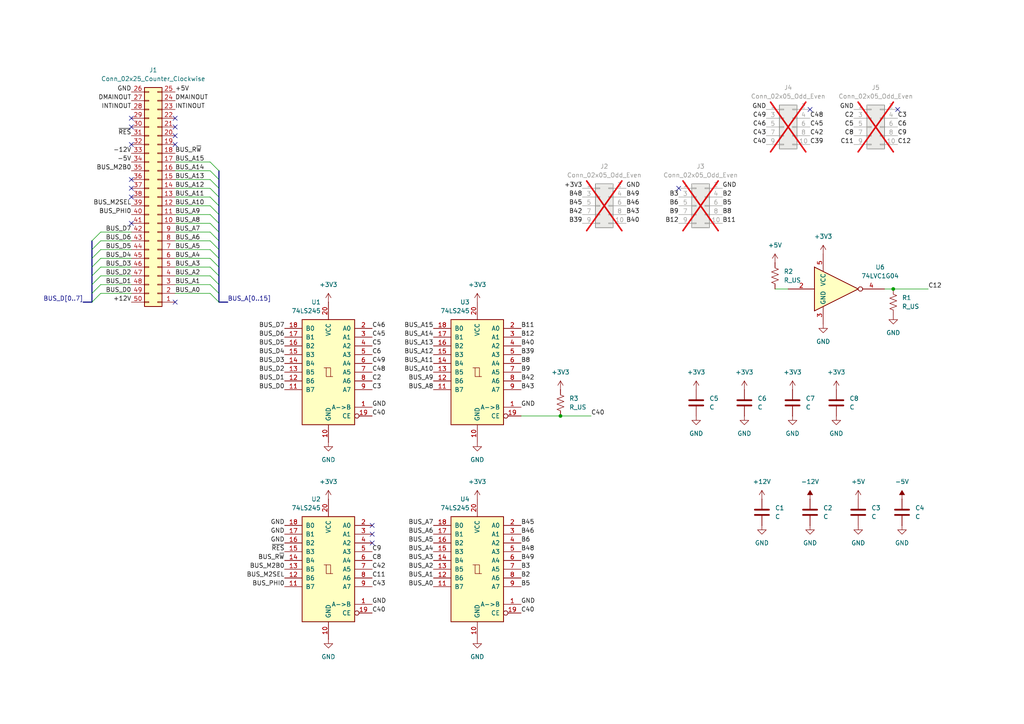
<source format=kicad_sch>
(kicad_sch
	(version 20231120)
	(generator "eeschema")
	(generator_version "8.0")
	(uuid "820579c4-0e18-4050-82b5-6ddb68f0861e")
	(paper "A4")
	(lib_symbols
		(symbol "74xGxx:74LVC1G04"
			(exclude_from_sim no)
			(in_bom yes)
			(on_board yes)
			(property "Reference" "U"
				(at 0 7.62 0)
				(effects
					(font
						(size 1.27 1.27)
					)
				)
			)
			(property "Value" "74LVC1G04"
				(at 5.08 -7.62 0)
				(effects
					(font
						(size 1.27 1.27)
					)
				)
			)
			(property "Footprint" ""
				(at 0 0 0)
				(effects
					(font
						(size 1.27 1.27)
					)
					(hide yes)
				)
			)
			(property "Datasheet" "https://www.ti.com/lit/ds/symlink/sn74lvc1g04.pdf"
				(at 0 0 0)
				(effects
					(font
						(size 1.27 1.27)
					)
					(hide yes)
				)
			)
			(property "Description" "Single NOT Gate, Low-Voltage CMOS"
				(at 0 0 0)
				(effects
					(font
						(size 1.27 1.27)
					)
					(hide yes)
				)
			)
			(property "ki_keywords" "Single Gate NOT LVC CMOS"
				(at 0 0 0)
				(effects
					(font
						(size 1.27 1.27)
					)
					(hide yes)
				)
			)
			(property "ki_fp_filters" "SOT?23* Texas?R-PDSO-G5?DCK* Texas?R-PDSO-N5?DRL* Texas?X2SON*0.8x0.8mm*P0.48mm*"
				(at 0 0 0)
				(effects
					(font
						(size 1.27 1.27)
					)
					(hide yes)
				)
			)
			(symbol "74LVC1G04_0_1"
				(polyline
					(pts
						(xy -7.62 6.35) (xy -7.62 -6.35) (xy 5.08 0) (xy -7.62 6.35)
					)
					(stroke
						(width 0.254)
						(type default)
					)
					(fill
						(type background)
					)
				)
			)
			(symbol "74LVC1G04_1_1"
				(pin input line
					(at -15.24 0 0)
					(length 7.62)
					(name "~"
						(effects
							(font
								(size 1.27 1.27)
							)
						)
					)
					(number "2"
						(effects
							(font
								(size 1.27 1.27)
							)
						)
					)
				)
				(pin power_in line
					(at -5.08 -10.16 90)
					(length 5.08)
					(name "GND"
						(effects
							(font
								(size 1.27 1.27)
							)
						)
					)
					(number "3"
						(effects
							(font
								(size 1.27 1.27)
							)
						)
					)
				)
				(pin output inverted
					(at 12.7 0 180)
					(length 7.62)
					(name "~"
						(effects
							(font
								(size 1.27 1.27)
							)
						)
					)
					(number "4"
						(effects
							(font
								(size 1.27 1.27)
							)
						)
					)
				)
				(pin power_in line
					(at -5.08 10.16 270)
					(length 5.08)
					(name "VCC"
						(effects
							(font
								(size 1.27 1.27)
							)
						)
					)
					(number "5"
						(effects
							(font
								(size 1.27 1.27)
							)
						)
					)
				)
			)
		)
		(symbol "74xx:74LS245"
			(pin_names
				(offset 1.016)
			)
			(exclude_from_sim no)
			(in_bom yes)
			(on_board yes)
			(property "Reference" "U"
				(at -7.62 16.51 0)
				(effects
					(font
						(size 1.27 1.27)
					)
				)
			)
			(property "Value" "74LS245"
				(at -7.62 -16.51 0)
				(effects
					(font
						(size 1.27 1.27)
					)
				)
			)
			(property "Footprint" ""
				(at 0 0 0)
				(effects
					(font
						(size 1.27 1.27)
					)
					(hide yes)
				)
			)
			(property "Datasheet" "http://www.ti.com/lit/gpn/sn74LS245"
				(at 0 0 0)
				(effects
					(font
						(size 1.27 1.27)
					)
					(hide yes)
				)
			)
			(property "Description" "Octal BUS Transceivers, 3-State outputs"
				(at 0 0 0)
				(effects
					(font
						(size 1.27 1.27)
					)
					(hide yes)
				)
			)
			(property "ki_locked" ""
				(at 0 0 0)
				(effects
					(font
						(size 1.27 1.27)
					)
				)
			)
			(property "ki_keywords" "TTL BUS 3State"
				(at 0 0 0)
				(effects
					(font
						(size 1.27 1.27)
					)
					(hide yes)
				)
			)
			(property "ki_fp_filters" "DIP?20*"
				(at 0 0 0)
				(effects
					(font
						(size 1.27 1.27)
					)
					(hide yes)
				)
			)
			(symbol "74LS245_1_0"
				(polyline
					(pts
						(xy -0.635 -1.27) (xy -0.635 1.27) (xy 0.635 1.27)
					)
					(stroke
						(width 0)
						(type default)
					)
					(fill
						(type none)
					)
				)
				(polyline
					(pts
						(xy -1.27 -1.27) (xy 0.635 -1.27) (xy 0.635 1.27) (xy 1.27 1.27)
					)
					(stroke
						(width 0)
						(type default)
					)
					(fill
						(type none)
					)
				)
				(pin input line
					(at -12.7 -10.16 0)
					(length 5.08)
					(name "A->B"
						(effects
							(font
								(size 1.27 1.27)
							)
						)
					)
					(number "1"
						(effects
							(font
								(size 1.27 1.27)
							)
						)
					)
				)
				(pin power_in line
					(at 0 -20.32 90)
					(length 5.08)
					(name "GND"
						(effects
							(font
								(size 1.27 1.27)
							)
						)
					)
					(number "10"
						(effects
							(font
								(size 1.27 1.27)
							)
						)
					)
				)
				(pin tri_state line
					(at 12.7 -5.08 180)
					(length 5.08)
					(name "B7"
						(effects
							(font
								(size 1.27 1.27)
							)
						)
					)
					(number "11"
						(effects
							(font
								(size 1.27 1.27)
							)
						)
					)
				)
				(pin tri_state line
					(at 12.7 -2.54 180)
					(length 5.08)
					(name "B6"
						(effects
							(font
								(size 1.27 1.27)
							)
						)
					)
					(number "12"
						(effects
							(font
								(size 1.27 1.27)
							)
						)
					)
				)
				(pin tri_state line
					(at 12.7 0 180)
					(length 5.08)
					(name "B5"
						(effects
							(font
								(size 1.27 1.27)
							)
						)
					)
					(number "13"
						(effects
							(font
								(size 1.27 1.27)
							)
						)
					)
				)
				(pin tri_state line
					(at 12.7 2.54 180)
					(length 5.08)
					(name "B4"
						(effects
							(font
								(size 1.27 1.27)
							)
						)
					)
					(number "14"
						(effects
							(font
								(size 1.27 1.27)
							)
						)
					)
				)
				(pin tri_state line
					(at 12.7 5.08 180)
					(length 5.08)
					(name "B3"
						(effects
							(font
								(size 1.27 1.27)
							)
						)
					)
					(number "15"
						(effects
							(font
								(size 1.27 1.27)
							)
						)
					)
				)
				(pin tri_state line
					(at 12.7 7.62 180)
					(length 5.08)
					(name "B2"
						(effects
							(font
								(size 1.27 1.27)
							)
						)
					)
					(number "16"
						(effects
							(font
								(size 1.27 1.27)
							)
						)
					)
				)
				(pin tri_state line
					(at 12.7 10.16 180)
					(length 5.08)
					(name "B1"
						(effects
							(font
								(size 1.27 1.27)
							)
						)
					)
					(number "17"
						(effects
							(font
								(size 1.27 1.27)
							)
						)
					)
				)
				(pin tri_state line
					(at 12.7 12.7 180)
					(length 5.08)
					(name "B0"
						(effects
							(font
								(size 1.27 1.27)
							)
						)
					)
					(number "18"
						(effects
							(font
								(size 1.27 1.27)
							)
						)
					)
				)
				(pin input inverted
					(at -12.7 -12.7 0)
					(length 5.08)
					(name "CE"
						(effects
							(font
								(size 1.27 1.27)
							)
						)
					)
					(number "19"
						(effects
							(font
								(size 1.27 1.27)
							)
						)
					)
				)
				(pin tri_state line
					(at -12.7 12.7 0)
					(length 5.08)
					(name "A0"
						(effects
							(font
								(size 1.27 1.27)
							)
						)
					)
					(number "2"
						(effects
							(font
								(size 1.27 1.27)
							)
						)
					)
				)
				(pin power_in line
					(at 0 20.32 270)
					(length 5.08)
					(name "VCC"
						(effects
							(font
								(size 1.27 1.27)
							)
						)
					)
					(number "20"
						(effects
							(font
								(size 1.27 1.27)
							)
						)
					)
				)
				(pin tri_state line
					(at -12.7 10.16 0)
					(length 5.08)
					(name "A1"
						(effects
							(font
								(size 1.27 1.27)
							)
						)
					)
					(number "3"
						(effects
							(font
								(size 1.27 1.27)
							)
						)
					)
				)
				(pin tri_state line
					(at -12.7 7.62 0)
					(length 5.08)
					(name "A2"
						(effects
							(font
								(size 1.27 1.27)
							)
						)
					)
					(number "4"
						(effects
							(font
								(size 1.27 1.27)
							)
						)
					)
				)
				(pin tri_state line
					(at -12.7 5.08 0)
					(length 5.08)
					(name "A3"
						(effects
							(font
								(size 1.27 1.27)
							)
						)
					)
					(number "5"
						(effects
							(font
								(size 1.27 1.27)
							)
						)
					)
				)
				(pin tri_state line
					(at -12.7 2.54 0)
					(length 5.08)
					(name "A4"
						(effects
							(font
								(size 1.27 1.27)
							)
						)
					)
					(number "6"
						(effects
							(font
								(size 1.27 1.27)
							)
						)
					)
				)
				(pin tri_state line
					(at -12.7 0 0)
					(length 5.08)
					(name "A5"
						(effects
							(font
								(size 1.27 1.27)
							)
						)
					)
					(number "7"
						(effects
							(font
								(size 1.27 1.27)
							)
						)
					)
				)
				(pin tri_state line
					(at -12.7 -2.54 0)
					(length 5.08)
					(name "A6"
						(effects
							(font
								(size 1.27 1.27)
							)
						)
					)
					(number "8"
						(effects
							(font
								(size 1.27 1.27)
							)
						)
					)
				)
				(pin tri_state line
					(at -12.7 -5.08 0)
					(length 5.08)
					(name "A7"
						(effects
							(font
								(size 1.27 1.27)
							)
						)
					)
					(number "9"
						(effects
							(font
								(size 1.27 1.27)
							)
						)
					)
				)
			)
			(symbol "74LS245_1_1"
				(rectangle
					(start -7.62 15.24)
					(end 7.62 -15.24)
					(stroke
						(width 0.254)
						(type default)
					)
					(fill
						(type background)
					)
				)
			)
		)
		(symbol "Connector_Generic:Conn_02x05_Odd_Even"
			(pin_names
				(offset 1.016) hide)
			(exclude_from_sim no)
			(in_bom yes)
			(on_board yes)
			(property "Reference" "J"
				(at 1.27 7.62 0)
				(effects
					(font
						(size 1.27 1.27)
					)
				)
			)
			(property "Value" "Conn_02x05_Odd_Even"
				(at 1.27 -7.62 0)
				(effects
					(font
						(size 1.27 1.27)
					)
				)
			)
			(property "Footprint" ""
				(at 0 0 0)
				(effects
					(font
						(size 1.27 1.27)
					)
					(hide yes)
				)
			)
			(property "Datasheet" "~"
				(at 0 0 0)
				(effects
					(font
						(size 1.27 1.27)
					)
					(hide yes)
				)
			)
			(property "Description" "Generic connector, double row, 02x05, odd/even pin numbering scheme (row 1 odd numbers, row 2 even numbers), script generated (kicad-library-utils/schlib/autogen/connector/)"
				(at 0 0 0)
				(effects
					(font
						(size 1.27 1.27)
					)
					(hide yes)
				)
			)
			(property "ki_keywords" "connector"
				(at 0 0 0)
				(effects
					(font
						(size 1.27 1.27)
					)
					(hide yes)
				)
			)
			(property "ki_fp_filters" "Connector*:*_2x??_*"
				(at 0 0 0)
				(effects
					(font
						(size 1.27 1.27)
					)
					(hide yes)
				)
			)
			(symbol "Conn_02x05_Odd_Even_1_1"
				(rectangle
					(start -1.27 -4.953)
					(end 0 -5.207)
					(stroke
						(width 0.1524)
						(type default)
					)
					(fill
						(type none)
					)
				)
				(rectangle
					(start -1.27 -2.413)
					(end 0 -2.667)
					(stroke
						(width 0.1524)
						(type default)
					)
					(fill
						(type none)
					)
				)
				(rectangle
					(start -1.27 0.127)
					(end 0 -0.127)
					(stroke
						(width 0.1524)
						(type default)
					)
					(fill
						(type none)
					)
				)
				(rectangle
					(start -1.27 2.667)
					(end 0 2.413)
					(stroke
						(width 0.1524)
						(type default)
					)
					(fill
						(type none)
					)
				)
				(rectangle
					(start -1.27 5.207)
					(end 0 4.953)
					(stroke
						(width 0.1524)
						(type default)
					)
					(fill
						(type none)
					)
				)
				(rectangle
					(start -1.27 6.35)
					(end 3.81 -6.35)
					(stroke
						(width 0.254)
						(type default)
					)
					(fill
						(type background)
					)
				)
				(rectangle
					(start 3.81 -4.953)
					(end 2.54 -5.207)
					(stroke
						(width 0.1524)
						(type default)
					)
					(fill
						(type none)
					)
				)
				(rectangle
					(start 3.81 -2.413)
					(end 2.54 -2.667)
					(stroke
						(width 0.1524)
						(type default)
					)
					(fill
						(type none)
					)
				)
				(rectangle
					(start 3.81 0.127)
					(end 2.54 -0.127)
					(stroke
						(width 0.1524)
						(type default)
					)
					(fill
						(type none)
					)
				)
				(rectangle
					(start 3.81 2.667)
					(end 2.54 2.413)
					(stroke
						(width 0.1524)
						(type default)
					)
					(fill
						(type none)
					)
				)
				(rectangle
					(start 3.81 5.207)
					(end 2.54 4.953)
					(stroke
						(width 0.1524)
						(type default)
					)
					(fill
						(type none)
					)
				)
				(pin passive line
					(at -5.08 5.08 0)
					(length 3.81)
					(name "Pin_1"
						(effects
							(font
								(size 1.27 1.27)
							)
						)
					)
					(number "1"
						(effects
							(font
								(size 1.27 1.27)
							)
						)
					)
				)
				(pin passive line
					(at 7.62 -5.08 180)
					(length 3.81)
					(name "Pin_10"
						(effects
							(font
								(size 1.27 1.27)
							)
						)
					)
					(number "10"
						(effects
							(font
								(size 1.27 1.27)
							)
						)
					)
				)
				(pin passive line
					(at 7.62 5.08 180)
					(length 3.81)
					(name "Pin_2"
						(effects
							(font
								(size 1.27 1.27)
							)
						)
					)
					(number "2"
						(effects
							(font
								(size 1.27 1.27)
							)
						)
					)
				)
				(pin passive line
					(at -5.08 2.54 0)
					(length 3.81)
					(name "Pin_3"
						(effects
							(font
								(size 1.27 1.27)
							)
						)
					)
					(number "3"
						(effects
							(font
								(size 1.27 1.27)
							)
						)
					)
				)
				(pin passive line
					(at 7.62 2.54 180)
					(length 3.81)
					(name "Pin_4"
						(effects
							(font
								(size 1.27 1.27)
							)
						)
					)
					(number "4"
						(effects
							(font
								(size 1.27 1.27)
							)
						)
					)
				)
				(pin passive line
					(at -5.08 0 0)
					(length 3.81)
					(name "Pin_5"
						(effects
							(font
								(size 1.27 1.27)
							)
						)
					)
					(number "5"
						(effects
							(font
								(size 1.27 1.27)
							)
						)
					)
				)
				(pin passive line
					(at 7.62 0 180)
					(length 3.81)
					(name "Pin_6"
						(effects
							(font
								(size 1.27 1.27)
							)
						)
					)
					(number "6"
						(effects
							(font
								(size 1.27 1.27)
							)
						)
					)
				)
				(pin passive line
					(at -5.08 -2.54 0)
					(length 3.81)
					(name "Pin_7"
						(effects
							(font
								(size 1.27 1.27)
							)
						)
					)
					(number "7"
						(effects
							(font
								(size 1.27 1.27)
							)
						)
					)
				)
				(pin passive line
					(at 7.62 -2.54 180)
					(length 3.81)
					(name "Pin_8"
						(effects
							(font
								(size 1.27 1.27)
							)
						)
					)
					(number "8"
						(effects
							(font
								(size 1.27 1.27)
							)
						)
					)
				)
				(pin passive line
					(at -5.08 -5.08 0)
					(length 3.81)
					(name "Pin_9"
						(effects
							(font
								(size 1.27 1.27)
							)
						)
					)
					(number "9"
						(effects
							(font
								(size 1.27 1.27)
							)
						)
					)
				)
			)
		)
		(symbol "Connector_Generic:Conn_02x25_Counter_Clockwise"
			(pin_names
				(offset 1.016) hide)
			(exclude_from_sim no)
			(in_bom yes)
			(on_board yes)
			(property "Reference" "J"
				(at 1.27 33.02 0)
				(effects
					(font
						(size 1.27 1.27)
					)
				)
			)
			(property "Value" "Conn_02x25_Counter_Clockwise"
				(at 1.27 -33.02 0)
				(effects
					(font
						(size 1.27 1.27)
					)
				)
			)
			(property "Footprint" ""
				(at 0 0 0)
				(effects
					(font
						(size 1.27 1.27)
					)
					(hide yes)
				)
			)
			(property "Datasheet" "~"
				(at 0 0 0)
				(effects
					(font
						(size 1.27 1.27)
					)
					(hide yes)
				)
			)
			(property "Description" "Generic connector, double row, 02x25, counter clockwise pin numbering scheme (similar to DIP package numbering), script generated (kicad-library-utils/schlib/autogen/connector/)"
				(at 0 0 0)
				(effects
					(font
						(size 1.27 1.27)
					)
					(hide yes)
				)
			)
			(property "ki_keywords" "connector"
				(at 0 0 0)
				(effects
					(font
						(size 1.27 1.27)
					)
					(hide yes)
				)
			)
			(property "ki_fp_filters" "Connector*:*_2x??_*"
				(at 0 0 0)
				(effects
					(font
						(size 1.27 1.27)
					)
					(hide yes)
				)
			)
			(symbol "Conn_02x25_Counter_Clockwise_1_1"
				(rectangle
					(start -1.27 -30.353)
					(end 0 -30.607)
					(stroke
						(width 0.1524)
						(type default)
					)
					(fill
						(type none)
					)
				)
				(rectangle
					(start -1.27 -27.813)
					(end 0 -28.067)
					(stroke
						(width 0.1524)
						(type default)
					)
					(fill
						(type none)
					)
				)
				(rectangle
					(start -1.27 -25.273)
					(end 0 -25.527)
					(stroke
						(width 0.1524)
						(type default)
					)
					(fill
						(type none)
					)
				)
				(rectangle
					(start -1.27 -22.733)
					(end 0 -22.987)
					(stroke
						(width 0.1524)
						(type default)
					)
					(fill
						(type none)
					)
				)
				(rectangle
					(start -1.27 -20.193)
					(end 0 -20.447)
					(stroke
						(width 0.1524)
						(type default)
					)
					(fill
						(type none)
					)
				)
				(rectangle
					(start -1.27 -17.653)
					(end 0 -17.907)
					(stroke
						(width 0.1524)
						(type default)
					)
					(fill
						(type none)
					)
				)
				(rectangle
					(start -1.27 -15.113)
					(end 0 -15.367)
					(stroke
						(width 0.1524)
						(type default)
					)
					(fill
						(type none)
					)
				)
				(rectangle
					(start -1.27 -12.573)
					(end 0 -12.827)
					(stroke
						(width 0.1524)
						(type default)
					)
					(fill
						(type none)
					)
				)
				(rectangle
					(start -1.27 -10.033)
					(end 0 -10.287)
					(stroke
						(width 0.1524)
						(type default)
					)
					(fill
						(type none)
					)
				)
				(rectangle
					(start -1.27 -7.493)
					(end 0 -7.747)
					(stroke
						(width 0.1524)
						(type default)
					)
					(fill
						(type none)
					)
				)
				(rectangle
					(start -1.27 -4.953)
					(end 0 -5.207)
					(stroke
						(width 0.1524)
						(type default)
					)
					(fill
						(type none)
					)
				)
				(rectangle
					(start -1.27 -2.413)
					(end 0 -2.667)
					(stroke
						(width 0.1524)
						(type default)
					)
					(fill
						(type none)
					)
				)
				(rectangle
					(start -1.27 0.127)
					(end 0 -0.127)
					(stroke
						(width 0.1524)
						(type default)
					)
					(fill
						(type none)
					)
				)
				(rectangle
					(start -1.27 2.667)
					(end 0 2.413)
					(stroke
						(width 0.1524)
						(type default)
					)
					(fill
						(type none)
					)
				)
				(rectangle
					(start -1.27 5.207)
					(end 0 4.953)
					(stroke
						(width 0.1524)
						(type default)
					)
					(fill
						(type none)
					)
				)
				(rectangle
					(start -1.27 7.747)
					(end 0 7.493)
					(stroke
						(width 0.1524)
						(type default)
					)
					(fill
						(type none)
					)
				)
				(rectangle
					(start -1.27 10.287)
					(end 0 10.033)
					(stroke
						(width 0.1524)
						(type default)
					)
					(fill
						(type none)
					)
				)
				(rectangle
					(start -1.27 12.827)
					(end 0 12.573)
					(stroke
						(width 0.1524)
						(type default)
					)
					(fill
						(type none)
					)
				)
				(rectangle
					(start -1.27 15.367)
					(end 0 15.113)
					(stroke
						(width 0.1524)
						(type default)
					)
					(fill
						(type none)
					)
				)
				(rectangle
					(start -1.27 17.907)
					(end 0 17.653)
					(stroke
						(width 0.1524)
						(type default)
					)
					(fill
						(type none)
					)
				)
				(rectangle
					(start -1.27 20.447)
					(end 0 20.193)
					(stroke
						(width 0.1524)
						(type default)
					)
					(fill
						(type none)
					)
				)
				(rectangle
					(start -1.27 22.987)
					(end 0 22.733)
					(stroke
						(width 0.1524)
						(type default)
					)
					(fill
						(type none)
					)
				)
				(rectangle
					(start -1.27 25.527)
					(end 0 25.273)
					(stroke
						(width 0.1524)
						(type default)
					)
					(fill
						(type none)
					)
				)
				(rectangle
					(start -1.27 28.067)
					(end 0 27.813)
					(stroke
						(width 0.1524)
						(type default)
					)
					(fill
						(type none)
					)
				)
				(rectangle
					(start -1.27 30.607)
					(end 0 30.353)
					(stroke
						(width 0.1524)
						(type default)
					)
					(fill
						(type none)
					)
				)
				(rectangle
					(start -1.27 31.75)
					(end 3.81 -31.75)
					(stroke
						(width 0.254)
						(type default)
					)
					(fill
						(type background)
					)
				)
				(rectangle
					(start 3.81 -30.353)
					(end 2.54 -30.607)
					(stroke
						(width 0.1524)
						(type default)
					)
					(fill
						(type none)
					)
				)
				(rectangle
					(start 3.81 -27.813)
					(end 2.54 -28.067)
					(stroke
						(width 0.1524)
						(type default)
					)
					(fill
						(type none)
					)
				)
				(rectangle
					(start 3.81 -25.273)
					(end 2.54 -25.527)
					(stroke
						(width 0.1524)
						(type default)
					)
					(fill
						(type none)
					)
				)
				(rectangle
					(start 3.81 -22.733)
					(end 2.54 -22.987)
					(stroke
						(width 0.1524)
						(type default)
					)
					(fill
						(type none)
					)
				)
				(rectangle
					(start 3.81 -20.193)
					(end 2.54 -20.447)
					(stroke
						(width 0.1524)
						(type default)
					)
					(fill
						(type none)
					)
				)
				(rectangle
					(start 3.81 -17.653)
					(end 2.54 -17.907)
					(stroke
						(width 0.1524)
						(type default)
					)
					(fill
						(type none)
					)
				)
				(rectangle
					(start 3.81 -15.113)
					(end 2.54 -15.367)
					(stroke
						(width 0.1524)
						(type default)
					)
					(fill
						(type none)
					)
				)
				(rectangle
					(start 3.81 -12.573)
					(end 2.54 -12.827)
					(stroke
						(width 0.1524)
						(type default)
					)
					(fill
						(type none)
					)
				)
				(rectangle
					(start 3.81 -10.033)
					(end 2.54 -10.287)
					(stroke
						(width 0.1524)
						(type default)
					)
					(fill
						(type none)
					)
				)
				(rectangle
					(start 3.81 -7.493)
					(end 2.54 -7.747)
					(stroke
						(width 0.1524)
						(type default)
					)
					(fill
						(type none)
					)
				)
				(rectangle
					(start 3.81 -4.953)
					(end 2.54 -5.207)
					(stroke
						(width 0.1524)
						(type default)
					)
					(fill
						(type none)
					)
				)
				(rectangle
					(start 3.81 -2.413)
					(end 2.54 -2.667)
					(stroke
						(width 0.1524)
						(type default)
					)
					(fill
						(type none)
					)
				)
				(rectangle
					(start 3.81 0.127)
					(end 2.54 -0.127)
					(stroke
						(width 0.1524)
						(type default)
					)
					(fill
						(type none)
					)
				)
				(rectangle
					(start 3.81 2.667)
					(end 2.54 2.413)
					(stroke
						(width 0.1524)
						(type default)
					)
					(fill
						(type none)
					)
				)
				(rectangle
					(start 3.81 5.207)
					(end 2.54 4.953)
					(stroke
						(width 0.1524)
						(type default)
					)
					(fill
						(type none)
					)
				)
				(rectangle
					(start 3.81 7.747)
					(end 2.54 7.493)
					(stroke
						(width 0.1524)
						(type default)
					)
					(fill
						(type none)
					)
				)
				(rectangle
					(start 3.81 10.287)
					(end 2.54 10.033)
					(stroke
						(width 0.1524)
						(type default)
					)
					(fill
						(type none)
					)
				)
				(rectangle
					(start 3.81 12.827)
					(end 2.54 12.573)
					(stroke
						(width 0.1524)
						(type default)
					)
					(fill
						(type none)
					)
				)
				(rectangle
					(start 3.81 15.367)
					(end 2.54 15.113)
					(stroke
						(width 0.1524)
						(type default)
					)
					(fill
						(type none)
					)
				)
				(rectangle
					(start 3.81 17.907)
					(end 2.54 17.653)
					(stroke
						(width 0.1524)
						(type default)
					)
					(fill
						(type none)
					)
				)
				(rectangle
					(start 3.81 20.447)
					(end 2.54 20.193)
					(stroke
						(width 0.1524)
						(type default)
					)
					(fill
						(type none)
					)
				)
				(rectangle
					(start 3.81 22.987)
					(end 2.54 22.733)
					(stroke
						(width 0.1524)
						(type default)
					)
					(fill
						(type none)
					)
				)
				(rectangle
					(start 3.81 25.527)
					(end 2.54 25.273)
					(stroke
						(width 0.1524)
						(type default)
					)
					(fill
						(type none)
					)
				)
				(rectangle
					(start 3.81 28.067)
					(end 2.54 27.813)
					(stroke
						(width 0.1524)
						(type default)
					)
					(fill
						(type none)
					)
				)
				(rectangle
					(start 3.81 30.607)
					(end 2.54 30.353)
					(stroke
						(width 0.1524)
						(type default)
					)
					(fill
						(type none)
					)
				)
				(pin passive line
					(at -5.08 30.48 0)
					(length 3.81)
					(name "Pin_1"
						(effects
							(font
								(size 1.27 1.27)
							)
						)
					)
					(number "1"
						(effects
							(font
								(size 1.27 1.27)
							)
						)
					)
				)
				(pin passive line
					(at -5.08 7.62 0)
					(length 3.81)
					(name "Pin_10"
						(effects
							(font
								(size 1.27 1.27)
							)
						)
					)
					(number "10"
						(effects
							(font
								(size 1.27 1.27)
							)
						)
					)
				)
				(pin passive line
					(at -5.08 5.08 0)
					(length 3.81)
					(name "Pin_11"
						(effects
							(font
								(size 1.27 1.27)
							)
						)
					)
					(number "11"
						(effects
							(font
								(size 1.27 1.27)
							)
						)
					)
				)
				(pin passive line
					(at -5.08 2.54 0)
					(length 3.81)
					(name "Pin_12"
						(effects
							(font
								(size 1.27 1.27)
							)
						)
					)
					(number "12"
						(effects
							(font
								(size 1.27 1.27)
							)
						)
					)
				)
				(pin passive line
					(at -5.08 0 0)
					(length 3.81)
					(name "Pin_13"
						(effects
							(font
								(size 1.27 1.27)
							)
						)
					)
					(number "13"
						(effects
							(font
								(size 1.27 1.27)
							)
						)
					)
				)
				(pin passive line
					(at -5.08 -2.54 0)
					(length 3.81)
					(name "Pin_14"
						(effects
							(font
								(size 1.27 1.27)
							)
						)
					)
					(number "14"
						(effects
							(font
								(size 1.27 1.27)
							)
						)
					)
				)
				(pin passive line
					(at -5.08 -5.08 0)
					(length 3.81)
					(name "Pin_15"
						(effects
							(font
								(size 1.27 1.27)
							)
						)
					)
					(number "15"
						(effects
							(font
								(size 1.27 1.27)
							)
						)
					)
				)
				(pin passive line
					(at -5.08 -7.62 0)
					(length 3.81)
					(name "Pin_16"
						(effects
							(font
								(size 1.27 1.27)
							)
						)
					)
					(number "16"
						(effects
							(font
								(size 1.27 1.27)
							)
						)
					)
				)
				(pin passive line
					(at -5.08 -10.16 0)
					(length 3.81)
					(name "Pin_17"
						(effects
							(font
								(size 1.27 1.27)
							)
						)
					)
					(number "17"
						(effects
							(font
								(size 1.27 1.27)
							)
						)
					)
				)
				(pin passive line
					(at -5.08 -12.7 0)
					(length 3.81)
					(name "Pin_18"
						(effects
							(font
								(size 1.27 1.27)
							)
						)
					)
					(number "18"
						(effects
							(font
								(size 1.27 1.27)
							)
						)
					)
				)
				(pin passive line
					(at -5.08 -15.24 0)
					(length 3.81)
					(name "Pin_19"
						(effects
							(font
								(size 1.27 1.27)
							)
						)
					)
					(number "19"
						(effects
							(font
								(size 1.27 1.27)
							)
						)
					)
				)
				(pin passive line
					(at -5.08 27.94 0)
					(length 3.81)
					(name "Pin_2"
						(effects
							(font
								(size 1.27 1.27)
							)
						)
					)
					(number "2"
						(effects
							(font
								(size 1.27 1.27)
							)
						)
					)
				)
				(pin passive line
					(at -5.08 -17.78 0)
					(length 3.81)
					(name "Pin_20"
						(effects
							(font
								(size 1.27 1.27)
							)
						)
					)
					(number "20"
						(effects
							(font
								(size 1.27 1.27)
							)
						)
					)
				)
				(pin passive line
					(at -5.08 -20.32 0)
					(length 3.81)
					(name "Pin_21"
						(effects
							(font
								(size 1.27 1.27)
							)
						)
					)
					(number "21"
						(effects
							(font
								(size 1.27 1.27)
							)
						)
					)
				)
				(pin passive line
					(at -5.08 -22.86 0)
					(length 3.81)
					(name "Pin_22"
						(effects
							(font
								(size 1.27 1.27)
							)
						)
					)
					(number "22"
						(effects
							(font
								(size 1.27 1.27)
							)
						)
					)
				)
				(pin passive line
					(at -5.08 -25.4 0)
					(length 3.81)
					(name "Pin_23"
						(effects
							(font
								(size 1.27 1.27)
							)
						)
					)
					(number "23"
						(effects
							(font
								(size 1.27 1.27)
							)
						)
					)
				)
				(pin passive line
					(at -5.08 -27.94 0)
					(length 3.81)
					(name "Pin_24"
						(effects
							(font
								(size 1.27 1.27)
							)
						)
					)
					(number "24"
						(effects
							(font
								(size 1.27 1.27)
							)
						)
					)
				)
				(pin passive line
					(at -5.08 -30.48 0)
					(length 3.81)
					(name "Pin_25"
						(effects
							(font
								(size 1.27 1.27)
							)
						)
					)
					(number "25"
						(effects
							(font
								(size 1.27 1.27)
							)
						)
					)
				)
				(pin passive line
					(at 7.62 -30.48 180)
					(length 3.81)
					(name "Pin_26"
						(effects
							(font
								(size 1.27 1.27)
							)
						)
					)
					(number "26"
						(effects
							(font
								(size 1.27 1.27)
							)
						)
					)
				)
				(pin passive line
					(at 7.62 -27.94 180)
					(length 3.81)
					(name "Pin_27"
						(effects
							(font
								(size 1.27 1.27)
							)
						)
					)
					(number "27"
						(effects
							(font
								(size 1.27 1.27)
							)
						)
					)
				)
				(pin passive line
					(at 7.62 -25.4 180)
					(length 3.81)
					(name "Pin_28"
						(effects
							(font
								(size 1.27 1.27)
							)
						)
					)
					(number "28"
						(effects
							(font
								(size 1.27 1.27)
							)
						)
					)
				)
				(pin passive line
					(at 7.62 -22.86 180)
					(length 3.81)
					(name "Pin_29"
						(effects
							(font
								(size 1.27 1.27)
							)
						)
					)
					(number "29"
						(effects
							(font
								(size 1.27 1.27)
							)
						)
					)
				)
				(pin passive line
					(at -5.08 25.4 0)
					(length 3.81)
					(name "Pin_3"
						(effects
							(font
								(size 1.27 1.27)
							)
						)
					)
					(number "3"
						(effects
							(font
								(size 1.27 1.27)
							)
						)
					)
				)
				(pin passive line
					(at 7.62 -20.32 180)
					(length 3.81)
					(name "Pin_30"
						(effects
							(font
								(size 1.27 1.27)
							)
						)
					)
					(number "30"
						(effects
							(font
								(size 1.27 1.27)
							)
						)
					)
				)
				(pin passive line
					(at 7.62 -17.78 180)
					(length 3.81)
					(name "Pin_31"
						(effects
							(font
								(size 1.27 1.27)
							)
						)
					)
					(number "31"
						(effects
							(font
								(size 1.27 1.27)
							)
						)
					)
				)
				(pin passive line
					(at 7.62 -15.24 180)
					(length 3.81)
					(name "Pin_32"
						(effects
							(font
								(size 1.27 1.27)
							)
						)
					)
					(number "32"
						(effects
							(font
								(size 1.27 1.27)
							)
						)
					)
				)
				(pin passive line
					(at 7.62 -12.7 180)
					(length 3.81)
					(name "Pin_33"
						(effects
							(font
								(size 1.27 1.27)
							)
						)
					)
					(number "33"
						(effects
							(font
								(size 1.27 1.27)
							)
						)
					)
				)
				(pin passive line
					(at 7.62 -10.16 180)
					(length 3.81)
					(name "Pin_34"
						(effects
							(font
								(size 1.27 1.27)
							)
						)
					)
					(number "34"
						(effects
							(font
								(size 1.27 1.27)
							)
						)
					)
				)
				(pin passive line
					(at 7.62 -7.62 180)
					(length 3.81)
					(name "Pin_35"
						(effects
							(font
								(size 1.27 1.27)
							)
						)
					)
					(number "35"
						(effects
							(font
								(size 1.27 1.27)
							)
						)
					)
				)
				(pin passive line
					(at 7.62 -5.08 180)
					(length 3.81)
					(name "Pin_36"
						(effects
							(font
								(size 1.27 1.27)
							)
						)
					)
					(number "36"
						(effects
							(font
								(size 1.27 1.27)
							)
						)
					)
				)
				(pin passive line
					(at 7.62 -2.54 180)
					(length 3.81)
					(name "Pin_37"
						(effects
							(font
								(size 1.27 1.27)
							)
						)
					)
					(number "37"
						(effects
							(font
								(size 1.27 1.27)
							)
						)
					)
				)
				(pin passive line
					(at 7.62 0 180)
					(length 3.81)
					(name "Pin_38"
						(effects
							(font
								(size 1.27 1.27)
							)
						)
					)
					(number "38"
						(effects
							(font
								(size 1.27 1.27)
							)
						)
					)
				)
				(pin passive line
					(at 7.62 2.54 180)
					(length 3.81)
					(name "Pin_39"
						(effects
							(font
								(size 1.27 1.27)
							)
						)
					)
					(number "39"
						(effects
							(font
								(size 1.27 1.27)
							)
						)
					)
				)
				(pin passive line
					(at -5.08 22.86 0)
					(length 3.81)
					(name "Pin_4"
						(effects
							(font
								(size 1.27 1.27)
							)
						)
					)
					(number "4"
						(effects
							(font
								(size 1.27 1.27)
							)
						)
					)
				)
				(pin passive line
					(at 7.62 5.08 180)
					(length 3.81)
					(name "Pin_40"
						(effects
							(font
								(size 1.27 1.27)
							)
						)
					)
					(number "40"
						(effects
							(font
								(size 1.27 1.27)
							)
						)
					)
				)
				(pin passive line
					(at 7.62 7.62 180)
					(length 3.81)
					(name "Pin_41"
						(effects
							(font
								(size 1.27 1.27)
							)
						)
					)
					(number "41"
						(effects
							(font
								(size 1.27 1.27)
							)
						)
					)
				)
				(pin passive line
					(at 7.62 10.16 180)
					(length 3.81)
					(name "Pin_42"
						(effects
							(font
								(size 1.27 1.27)
							)
						)
					)
					(number "42"
						(effects
							(font
								(size 1.27 1.27)
							)
						)
					)
				)
				(pin passive line
					(at 7.62 12.7 180)
					(length 3.81)
					(name "Pin_43"
						(effects
							(font
								(size 1.27 1.27)
							)
						)
					)
					(number "43"
						(effects
							(font
								(size 1.27 1.27)
							)
						)
					)
				)
				(pin passive line
					(at 7.62 15.24 180)
					(length 3.81)
					(name "Pin_44"
						(effects
							(font
								(size 1.27 1.27)
							)
						)
					)
					(number "44"
						(effects
							(font
								(size 1.27 1.27)
							)
						)
					)
				)
				(pin passive line
					(at 7.62 17.78 180)
					(length 3.81)
					(name "Pin_45"
						(effects
							(font
								(size 1.27 1.27)
							)
						)
					)
					(number "45"
						(effects
							(font
								(size 1.27 1.27)
							)
						)
					)
				)
				(pin passive line
					(at 7.62 20.32 180)
					(length 3.81)
					(name "Pin_46"
						(effects
							(font
								(size 1.27 1.27)
							)
						)
					)
					(number "46"
						(effects
							(font
								(size 1.27 1.27)
							)
						)
					)
				)
				(pin passive line
					(at 7.62 22.86 180)
					(length 3.81)
					(name "Pin_47"
						(effects
							(font
								(size 1.27 1.27)
							)
						)
					)
					(number "47"
						(effects
							(font
								(size 1.27 1.27)
							)
						)
					)
				)
				(pin passive line
					(at 7.62 25.4 180)
					(length 3.81)
					(name "Pin_48"
						(effects
							(font
								(size 1.27 1.27)
							)
						)
					)
					(number "48"
						(effects
							(font
								(size 1.27 1.27)
							)
						)
					)
				)
				(pin passive line
					(at 7.62 27.94 180)
					(length 3.81)
					(name "Pin_49"
						(effects
							(font
								(size 1.27 1.27)
							)
						)
					)
					(number "49"
						(effects
							(font
								(size 1.27 1.27)
							)
						)
					)
				)
				(pin passive line
					(at -5.08 20.32 0)
					(length 3.81)
					(name "Pin_5"
						(effects
							(font
								(size 1.27 1.27)
							)
						)
					)
					(number "5"
						(effects
							(font
								(size 1.27 1.27)
							)
						)
					)
				)
				(pin passive line
					(at 7.62 30.48 180)
					(length 3.81)
					(name "Pin_50"
						(effects
							(font
								(size 1.27 1.27)
							)
						)
					)
					(number "50"
						(effects
							(font
								(size 1.27 1.27)
							)
						)
					)
				)
				(pin passive line
					(at -5.08 17.78 0)
					(length 3.81)
					(name "Pin_6"
						(effects
							(font
								(size 1.27 1.27)
							)
						)
					)
					(number "6"
						(effects
							(font
								(size 1.27 1.27)
							)
						)
					)
				)
				(pin passive line
					(at -5.08 15.24 0)
					(length 3.81)
					(name "Pin_7"
						(effects
							(font
								(size 1.27 1.27)
							)
						)
					)
					(number "7"
						(effects
							(font
								(size 1.27 1.27)
							)
						)
					)
				)
				(pin passive line
					(at -5.08 12.7 0)
					(length 3.81)
					(name "Pin_8"
						(effects
							(font
								(size 1.27 1.27)
							)
						)
					)
					(number "8"
						(effects
							(font
								(size 1.27 1.27)
							)
						)
					)
				)
				(pin passive line
					(at -5.08 10.16 0)
					(length 3.81)
					(name "Pin_9"
						(effects
							(font
								(size 1.27 1.27)
							)
						)
					)
					(number "9"
						(effects
							(font
								(size 1.27 1.27)
							)
						)
					)
				)
			)
		)
		(symbol "Device:C"
			(pin_numbers hide)
			(pin_names
				(offset 0.254)
			)
			(exclude_from_sim no)
			(in_bom yes)
			(on_board yes)
			(property "Reference" "C"
				(at 0.635 2.54 0)
				(effects
					(font
						(size 1.27 1.27)
					)
					(justify left)
				)
			)
			(property "Value" "C"
				(at 0.635 -2.54 0)
				(effects
					(font
						(size 1.27 1.27)
					)
					(justify left)
				)
			)
			(property "Footprint" ""
				(at 0.9652 -3.81 0)
				(effects
					(font
						(size 1.27 1.27)
					)
					(hide yes)
				)
			)
			(property "Datasheet" "~"
				(at 0 0 0)
				(effects
					(font
						(size 1.27 1.27)
					)
					(hide yes)
				)
			)
			(property "Description" "Unpolarized capacitor"
				(at 0 0 0)
				(effects
					(font
						(size 1.27 1.27)
					)
					(hide yes)
				)
			)
			(property "ki_keywords" "cap capacitor"
				(at 0 0 0)
				(effects
					(font
						(size 1.27 1.27)
					)
					(hide yes)
				)
			)
			(property "ki_fp_filters" "C_*"
				(at 0 0 0)
				(effects
					(font
						(size 1.27 1.27)
					)
					(hide yes)
				)
			)
			(symbol "C_0_1"
				(polyline
					(pts
						(xy -2.032 -0.762) (xy 2.032 -0.762)
					)
					(stroke
						(width 0.508)
						(type default)
					)
					(fill
						(type none)
					)
				)
				(polyline
					(pts
						(xy -2.032 0.762) (xy 2.032 0.762)
					)
					(stroke
						(width 0.508)
						(type default)
					)
					(fill
						(type none)
					)
				)
			)
			(symbol "C_1_1"
				(pin passive line
					(at 0 3.81 270)
					(length 2.794)
					(name "~"
						(effects
							(font
								(size 1.27 1.27)
							)
						)
					)
					(number "1"
						(effects
							(font
								(size 1.27 1.27)
							)
						)
					)
				)
				(pin passive line
					(at 0 -3.81 90)
					(length 2.794)
					(name "~"
						(effects
							(font
								(size 1.27 1.27)
							)
						)
					)
					(number "2"
						(effects
							(font
								(size 1.27 1.27)
							)
						)
					)
				)
			)
		)
		(symbol "Device:R_US"
			(pin_numbers hide)
			(pin_names
				(offset 0)
			)
			(exclude_from_sim no)
			(in_bom yes)
			(on_board yes)
			(property "Reference" "R"
				(at 2.54 0 90)
				(effects
					(font
						(size 1.27 1.27)
					)
				)
			)
			(property "Value" "R_US"
				(at -2.54 0 90)
				(effects
					(font
						(size 1.27 1.27)
					)
				)
			)
			(property "Footprint" ""
				(at 1.016 -0.254 90)
				(effects
					(font
						(size 1.27 1.27)
					)
					(hide yes)
				)
			)
			(property "Datasheet" "~"
				(at 0 0 0)
				(effects
					(font
						(size 1.27 1.27)
					)
					(hide yes)
				)
			)
			(property "Description" "Resistor, US symbol"
				(at 0 0 0)
				(effects
					(font
						(size 1.27 1.27)
					)
					(hide yes)
				)
			)
			(property "ki_keywords" "R res resistor"
				(at 0 0 0)
				(effects
					(font
						(size 1.27 1.27)
					)
					(hide yes)
				)
			)
			(property "ki_fp_filters" "R_*"
				(at 0 0 0)
				(effects
					(font
						(size 1.27 1.27)
					)
					(hide yes)
				)
			)
			(symbol "R_US_0_1"
				(polyline
					(pts
						(xy 0 -2.286) (xy 0 -2.54)
					)
					(stroke
						(width 0)
						(type default)
					)
					(fill
						(type none)
					)
				)
				(polyline
					(pts
						(xy 0 2.286) (xy 0 2.54)
					)
					(stroke
						(width 0)
						(type default)
					)
					(fill
						(type none)
					)
				)
				(polyline
					(pts
						(xy 0 -0.762) (xy 1.016 -1.143) (xy 0 -1.524) (xy -1.016 -1.905) (xy 0 -2.286)
					)
					(stroke
						(width 0)
						(type default)
					)
					(fill
						(type none)
					)
				)
				(polyline
					(pts
						(xy 0 0.762) (xy 1.016 0.381) (xy 0 0) (xy -1.016 -0.381) (xy 0 -0.762)
					)
					(stroke
						(width 0)
						(type default)
					)
					(fill
						(type none)
					)
				)
				(polyline
					(pts
						(xy 0 2.286) (xy 1.016 1.905) (xy 0 1.524) (xy -1.016 1.143) (xy 0 0.762)
					)
					(stroke
						(width 0)
						(type default)
					)
					(fill
						(type none)
					)
				)
			)
			(symbol "R_US_1_1"
				(pin passive line
					(at 0 3.81 270)
					(length 1.27)
					(name "~"
						(effects
							(font
								(size 1.27 1.27)
							)
						)
					)
					(number "1"
						(effects
							(font
								(size 1.27 1.27)
							)
						)
					)
				)
				(pin passive line
					(at 0 -3.81 90)
					(length 1.27)
					(name "~"
						(effects
							(font
								(size 1.27 1.27)
							)
						)
					)
					(number "2"
						(effects
							(font
								(size 1.27 1.27)
							)
						)
					)
				)
			)
		)
		(symbol "power:+12V"
			(power)
			(pin_numbers hide)
			(pin_names
				(offset 0) hide)
			(exclude_from_sim no)
			(in_bom yes)
			(on_board yes)
			(property "Reference" "#PWR"
				(at 0 -3.81 0)
				(effects
					(font
						(size 1.27 1.27)
					)
					(hide yes)
				)
			)
			(property "Value" "+12V"
				(at 0 3.556 0)
				(effects
					(font
						(size 1.27 1.27)
					)
				)
			)
			(property "Footprint" ""
				(at 0 0 0)
				(effects
					(font
						(size 1.27 1.27)
					)
					(hide yes)
				)
			)
			(property "Datasheet" ""
				(at 0 0 0)
				(effects
					(font
						(size 1.27 1.27)
					)
					(hide yes)
				)
			)
			(property "Description" "Power symbol creates a global label with name \"+12V\""
				(at 0 0 0)
				(effects
					(font
						(size 1.27 1.27)
					)
					(hide yes)
				)
			)
			(property "ki_keywords" "global power"
				(at 0 0 0)
				(effects
					(font
						(size 1.27 1.27)
					)
					(hide yes)
				)
			)
			(symbol "+12V_0_1"
				(polyline
					(pts
						(xy -0.762 1.27) (xy 0 2.54)
					)
					(stroke
						(width 0)
						(type default)
					)
					(fill
						(type none)
					)
				)
				(polyline
					(pts
						(xy 0 0) (xy 0 2.54)
					)
					(stroke
						(width 0)
						(type default)
					)
					(fill
						(type none)
					)
				)
				(polyline
					(pts
						(xy 0 2.54) (xy 0.762 1.27)
					)
					(stroke
						(width 0)
						(type default)
					)
					(fill
						(type none)
					)
				)
			)
			(symbol "+12V_1_1"
				(pin power_in line
					(at 0 0 90)
					(length 0)
					(name "~"
						(effects
							(font
								(size 1.27 1.27)
							)
						)
					)
					(number "1"
						(effects
							(font
								(size 1.27 1.27)
							)
						)
					)
				)
			)
		)
		(symbol "power:+3V3"
			(power)
			(pin_numbers hide)
			(pin_names
				(offset 0) hide)
			(exclude_from_sim no)
			(in_bom yes)
			(on_board yes)
			(property "Reference" "#PWR"
				(at 0 -3.81 0)
				(effects
					(font
						(size 1.27 1.27)
					)
					(hide yes)
				)
			)
			(property "Value" "+3V3"
				(at 0 3.556 0)
				(effects
					(font
						(size 1.27 1.27)
					)
				)
			)
			(property "Footprint" ""
				(at 0 0 0)
				(effects
					(font
						(size 1.27 1.27)
					)
					(hide yes)
				)
			)
			(property "Datasheet" ""
				(at 0 0 0)
				(effects
					(font
						(size 1.27 1.27)
					)
					(hide yes)
				)
			)
			(property "Description" "Power symbol creates a global label with name \"+3V3\""
				(at 0 0 0)
				(effects
					(font
						(size 1.27 1.27)
					)
					(hide yes)
				)
			)
			(property "ki_keywords" "global power"
				(at 0 0 0)
				(effects
					(font
						(size 1.27 1.27)
					)
					(hide yes)
				)
			)
			(symbol "+3V3_0_1"
				(polyline
					(pts
						(xy -0.762 1.27) (xy 0 2.54)
					)
					(stroke
						(width 0)
						(type default)
					)
					(fill
						(type none)
					)
				)
				(polyline
					(pts
						(xy 0 0) (xy 0 2.54)
					)
					(stroke
						(width 0)
						(type default)
					)
					(fill
						(type none)
					)
				)
				(polyline
					(pts
						(xy 0 2.54) (xy 0.762 1.27)
					)
					(stroke
						(width 0)
						(type default)
					)
					(fill
						(type none)
					)
				)
			)
			(symbol "+3V3_1_1"
				(pin power_in line
					(at 0 0 90)
					(length 0)
					(name "~"
						(effects
							(font
								(size 1.27 1.27)
							)
						)
					)
					(number "1"
						(effects
							(font
								(size 1.27 1.27)
							)
						)
					)
				)
			)
		)
		(symbol "power:+5V"
			(power)
			(pin_numbers hide)
			(pin_names
				(offset 0) hide)
			(exclude_from_sim no)
			(in_bom yes)
			(on_board yes)
			(property "Reference" "#PWR"
				(at 0 -3.81 0)
				(effects
					(font
						(size 1.27 1.27)
					)
					(hide yes)
				)
			)
			(property "Value" "+5V"
				(at 0 3.556 0)
				(effects
					(font
						(size 1.27 1.27)
					)
				)
			)
			(property "Footprint" ""
				(at 0 0 0)
				(effects
					(font
						(size 1.27 1.27)
					)
					(hide yes)
				)
			)
			(property "Datasheet" ""
				(at 0 0 0)
				(effects
					(font
						(size 1.27 1.27)
					)
					(hide yes)
				)
			)
			(property "Description" "Power symbol creates a global label with name \"+5V\""
				(at 0 0 0)
				(effects
					(font
						(size 1.27 1.27)
					)
					(hide yes)
				)
			)
			(property "ki_keywords" "global power"
				(at 0 0 0)
				(effects
					(font
						(size 1.27 1.27)
					)
					(hide yes)
				)
			)
			(symbol "+5V_0_1"
				(polyline
					(pts
						(xy -0.762 1.27) (xy 0 2.54)
					)
					(stroke
						(width 0)
						(type default)
					)
					(fill
						(type none)
					)
				)
				(polyline
					(pts
						(xy 0 0) (xy 0 2.54)
					)
					(stroke
						(width 0)
						(type default)
					)
					(fill
						(type none)
					)
				)
				(polyline
					(pts
						(xy 0 2.54) (xy 0.762 1.27)
					)
					(stroke
						(width 0)
						(type default)
					)
					(fill
						(type none)
					)
				)
			)
			(symbol "+5V_1_1"
				(pin power_in line
					(at 0 0 90)
					(length 0)
					(name "~"
						(effects
							(font
								(size 1.27 1.27)
							)
						)
					)
					(number "1"
						(effects
							(font
								(size 1.27 1.27)
							)
						)
					)
				)
			)
		)
		(symbol "power:-12V"
			(power)
			(pin_numbers hide)
			(pin_names
				(offset 0) hide)
			(exclude_from_sim no)
			(in_bom yes)
			(on_board yes)
			(property "Reference" "#PWR"
				(at 0 -3.81 0)
				(effects
					(font
						(size 1.27 1.27)
					)
					(hide yes)
				)
			)
			(property "Value" "-12V"
				(at 0 3.556 0)
				(effects
					(font
						(size 1.27 1.27)
					)
				)
			)
			(property "Footprint" ""
				(at 0 0 0)
				(effects
					(font
						(size 1.27 1.27)
					)
					(hide yes)
				)
			)
			(property "Datasheet" ""
				(at 0 0 0)
				(effects
					(font
						(size 1.27 1.27)
					)
					(hide yes)
				)
			)
			(property "Description" "Power symbol creates a global label with name \"-12V\""
				(at 0 0 0)
				(effects
					(font
						(size 1.27 1.27)
					)
					(hide yes)
				)
			)
			(property "ki_keywords" "global power"
				(at 0 0 0)
				(effects
					(font
						(size 1.27 1.27)
					)
					(hide yes)
				)
			)
			(symbol "-12V_0_0"
				(pin power_in line
					(at 0 0 90)
					(length 0)
					(name "~"
						(effects
							(font
								(size 1.27 1.27)
							)
						)
					)
					(number "1"
						(effects
							(font
								(size 1.27 1.27)
							)
						)
					)
				)
			)
			(symbol "-12V_0_1"
				(polyline
					(pts
						(xy 0 0) (xy 0 1.27) (xy 0.762 1.27) (xy 0 2.54) (xy -0.762 1.27) (xy 0 1.27)
					)
					(stroke
						(width 0)
						(type default)
					)
					(fill
						(type outline)
					)
				)
			)
		)
		(symbol "power:-5V"
			(power)
			(pin_numbers hide)
			(pin_names
				(offset 0) hide)
			(exclude_from_sim no)
			(in_bom yes)
			(on_board yes)
			(property "Reference" "#PWR"
				(at 0 -3.81 0)
				(effects
					(font
						(size 1.27 1.27)
					)
					(hide yes)
				)
			)
			(property "Value" "-5V"
				(at 0 3.556 0)
				(effects
					(font
						(size 1.27 1.27)
					)
				)
			)
			(property "Footprint" ""
				(at 0 0 0)
				(effects
					(font
						(size 1.27 1.27)
					)
					(hide yes)
				)
			)
			(property "Datasheet" ""
				(at 0 0 0)
				(effects
					(font
						(size 1.27 1.27)
					)
					(hide yes)
				)
			)
			(property "Description" "Power symbol creates a global label with name \"-5V\""
				(at 0 0 0)
				(effects
					(font
						(size 1.27 1.27)
					)
					(hide yes)
				)
			)
			(property "ki_keywords" "global power"
				(at 0 0 0)
				(effects
					(font
						(size 1.27 1.27)
					)
					(hide yes)
				)
			)
			(symbol "-5V_0_0"
				(pin power_in line
					(at 0 0 90)
					(length 0)
					(name "~"
						(effects
							(font
								(size 1.27 1.27)
							)
						)
					)
					(number "1"
						(effects
							(font
								(size 1.27 1.27)
							)
						)
					)
				)
			)
			(symbol "-5V_0_1"
				(polyline
					(pts
						(xy 0 0) (xy 0 1.27) (xy 0.762 1.27) (xy 0 2.54) (xy -0.762 1.27) (xy 0 1.27)
					)
					(stroke
						(width 0)
						(type default)
					)
					(fill
						(type outline)
					)
				)
			)
		)
		(symbol "power:GND"
			(power)
			(pin_numbers hide)
			(pin_names
				(offset 0) hide)
			(exclude_from_sim no)
			(in_bom yes)
			(on_board yes)
			(property "Reference" "#PWR"
				(at 0 -6.35 0)
				(effects
					(font
						(size 1.27 1.27)
					)
					(hide yes)
				)
			)
			(property "Value" "GND"
				(at 0 -3.81 0)
				(effects
					(font
						(size 1.27 1.27)
					)
				)
			)
			(property "Footprint" ""
				(at 0 0 0)
				(effects
					(font
						(size 1.27 1.27)
					)
					(hide yes)
				)
			)
			(property "Datasheet" ""
				(at 0 0 0)
				(effects
					(font
						(size 1.27 1.27)
					)
					(hide yes)
				)
			)
			(property "Description" "Power symbol creates a global label with name \"GND\" , ground"
				(at 0 0 0)
				(effects
					(font
						(size 1.27 1.27)
					)
					(hide yes)
				)
			)
			(property "ki_keywords" "global power"
				(at 0 0 0)
				(effects
					(font
						(size 1.27 1.27)
					)
					(hide yes)
				)
			)
			(symbol "GND_0_1"
				(polyline
					(pts
						(xy 0 0) (xy 0 -1.27) (xy 1.27 -1.27) (xy 0 -2.54) (xy -1.27 -1.27) (xy 0 -1.27)
					)
					(stroke
						(width 0)
						(type default)
					)
					(fill
						(type none)
					)
				)
			)
			(symbol "GND_1_1"
				(pin power_in line
					(at 0 0 270)
					(length 0)
					(name "~"
						(effects
							(font
								(size 1.27 1.27)
							)
						)
					)
					(number "1"
						(effects
							(font
								(size 1.27 1.27)
							)
						)
					)
				)
			)
		)
	)
	(junction
		(at 162.56 120.65)
		(diameter 0)
		(color 0 0 0 0)
		(uuid "468d0d72-ef76-487a-b33d-be4cfb2825a8")
	)
	(junction
		(at 259.08 83.82)
		(diameter 0)
		(color 0 0 0 0)
		(uuid "63243476-4d92-49e6-be9d-b3f3dbe8ca8c")
	)
	(no_connect
		(at 50.8 36.83)
		(uuid "04f28dcf-0e1e-4490-a274-faa1b1b7cec9")
	)
	(no_connect
		(at 38.1 34.29)
		(uuid "0576db08-40b1-4074-acad-ccc323274685")
	)
	(no_connect
		(at 107.95 152.4)
		(uuid "0b09325f-aba7-4eb5-acfe-84db2c174ff2")
	)
	(no_connect
		(at 38.1 57.15)
		(uuid "0f90bb06-5af7-4ea2-9c5c-bbbc37f9fc42")
	)
	(no_connect
		(at 234.95 31.75)
		(uuid "151b8989-2c68-4adb-a529-06baceb632ce")
	)
	(no_connect
		(at 50.8 41.91)
		(uuid "1e9f6197-0ceb-46e8-83ce-1d6866f724dd")
	)
	(no_connect
		(at 38.1 54.61)
		(uuid "47d59a5b-a84a-4b93-8693-e7fa542e23a4")
	)
	(no_connect
		(at 38.1 64.77)
		(uuid "486cb403-3e61-4b8f-abfd-a0566a9f37cc")
	)
	(no_connect
		(at 38.1 52.07)
		(uuid "63217750-93c3-4bba-b744-b05cee0b7aca")
	)
	(no_connect
		(at 50.8 34.29)
		(uuid "6e38422f-05d1-4ad3-8057-0d806f387a2a")
	)
	(no_connect
		(at 107.95 154.94)
		(uuid "a76a6d73-5eb7-42dd-a668-cd9ae470f790")
	)
	(no_connect
		(at 38.1 36.83)
		(uuid "be1a49d3-3ac2-4910-be89-c9b67d1438fe")
	)
	(no_connect
		(at 260.35 31.75)
		(uuid "d01aebbd-d797-419b-9ce6-13c4843e8a7a")
	)
	(no_connect
		(at 38.1 41.91)
		(uuid "d13924ec-dd10-436b-a23d-10ac4c8c6dd6")
	)
	(no_connect
		(at 107.95 157.48)
		(uuid "d1da1910-c696-4a50-85aa-a4e126d069de")
	)
	(no_connect
		(at 196.85 54.61)
		(uuid "d23f1764-e87f-42d6-a58b-4cf0a84f48c8")
	)
	(no_connect
		(at 50.8 39.37)
		(uuid "d3f990d2-4b08-483e-b7d2-61be0bf3e3d1")
	)
	(no_connect
		(at 50.8 87.63)
		(uuid "f42db7ea-078d-42c6-a41a-9a2d66ec7b31")
	)
	(no_connect
		(at 24.13 274.32)
		(uuid "fbbce9b0-a51c-4a34-9f5e-9ef7f9b89d8f")
	)
	(bus_entry
		(at 26.67 77.47)
		(size 2.54 -2.54)
		(stroke
			(width 0)
			(type default)
		)
		(uuid "11c095b0-1817-41c0-8f73-af1f080fd98c")
	)
	(bus_entry
		(at 60.96 77.47)
		(size 2.54 2.54)
		(stroke
			(width 0)
			(type default)
		)
		(uuid "1b245d92-381c-435e-a298-f50f6ce86c3a")
	)
	(bus_entry
		(at 60.96 85.09)
		(size 2.54 2.54)
		(stroke
			(width 0)
			(type default)
		)
		(uuid "1e50e26e-1dae-43a2-95e8-f522b6e1f408")
	)
	(bus_entry
		(at 60.96 80.01)
		(size 2.54 2.54)
		(stroke
			(width 0)
			(type default)
		)
		(uuid "2c7719de-8e04-4da3-a656-17f6de00148a")
	)
	(bus_entry
		(at 60.96 54.61)
		(size 2.54 2.54)
		(stroke
			(width 0)
			(type default)
		)
		(uuid "303f0f37-c412-432f-bc56-50dde4412dd2")
	)
	(bus_entry
		(at 60.96 64.77)
		(size 2.54 2.54)
		(stroke
			(width 0)
			(type default)
		)
		(uuid "429521df-8add-4324-ac48-7083ea51bb6e")
	)
	(bus_entry
		(at 60.96 49.53)
		(size 2.54 2.54)
		(stroke
			(width 0)
			(type default)
		)
		(uuid "49825d39-7117-40df-9a52-455e7fb0f2d0")
	)
	(bus_entry
		(at 26.67 74.93)
		(size 2.54 -2.54)
		(stroke
			(width 0)
			(type default)
		)
		(uuid "5475b455-d249-4e65-95e3-6e4d4e199cd8")
	)
	(bus_entry
		(at 60.96 59.69)
		(size 2.54 2.54)
		(stroke
			(width 0)
			(type default)
		)
		(uuid "56030ca3-e8bb-45b9-bdf2-32089f97b30a")
	)
	(bus_entry
		(at 60.96 72.39)
		(size 2.54 2.54)
		(stroke
			(width 0)
			(type default)
		)
		(uuid "5d9f8d9d-96e3-4ac7-bc2d-647591581097")
	)
	(bus_entry
		(at 60.96 52.07)
		(size 2.54 2.54)
		(stroke
			(width 0)
			(type default)
		)
		(uuid "607a0c3b-b445-443d-961a-8213b0969492")
	)
	(bus_entry
		(at 26.67 80.01)
		(size 2.54 -2.54)
		(stroke
			(width 0)
			(type default)
		)
		(uuid "71ef4f17-1905-4f32-8dc1-f902c24b52d2")
	)
	(bus_entry
		(at 60.96 67.31)
		(size 2.54 2.54)
		(stroke
			(width 0)
			(type default)
		)
		(uuid "765a7fc7-e1f8-4520-b256-581307272c1a")
	)
	(bus_entry
		(at 60.96 69.85)
		(size 2.54 2.54)
		(stroke
			(width 0)
			(type default)
		)
		(uuid "812e81e8-c8a3-4526-9c34-521b69aebe01")
	)
	(bus_entry
		(at 26.67 69.85)
		(size 2.54 -2.54)
		(stroke
			(width 0)
			(type default)
		)
		(uuid "9acef6a8-9fcc-49d9-b95f-9385745fab87")
	)
	(bus_entry
		(at 26.67 85.09)
		(size 2.54 -2.54)
		(stroke
			(width 0)
			(type default)
		)
		(uuid "a9c7f0ff-eb2e-40a0-be79-dc045c78390c")
	)
	(bus_entry
		(at 60.96 82.55)
		(size 2.54 2.54)
		(stroke
			(width 0)
			(type default)
		)
		(uuid "ac745154-989b-4c04-9d86-0f861aabac32")
	)
	(bus_entry
		(at 26.67 72.39)
		(size 2.54 -2.54)
		(stroke
			(width 0)
			(type default)
		)
		(uuid "bad3f79b-2a76-490f-8041-9591c2696219")
	)
	(bus_entry
		(at 60.96 74.93)
		(size 2.54 2.54)
		(stroke
			(width 0)
			(type default)
		)
		(uuid "cfaa651c-1e19-4bc5-9bea-ef20af0e7c69")
	)
	(bus_entry
		(at 26.67 87.63)
		(size 2.54 -2.54)
		(stroke
			(width 0)
			(type default)
		)
		(uuid "d6977243-b495-4c06-aff3-d9d66fb7d333")
	)
	(bus_entry
		(at 60.96 62.23)
		(size 2.54 2.54)
		(stroke
			(width 0)
			(type default)
		)
		(uuid "e0640bcf-d06d-4c23-8058-0cbd0f83f3c0")
	)
	(bus_entry
		(at 26.67 82.55)
		(size 2.54 -2.54)
		(stroke
			(width 0)
			(type default)
		)
		(uuid "e154e6f6-0464-4dce-a994-1d466cc2e80d")
	)
	(bus_entry
		(at 60.96 57.15)
		(size 2.54 2.54)
		(stroke
			(width 0)
			(type default)
		)
		(uuid "f948d284-8904-4520-8c78-e5f9defc0e13")
	)
	(bus_entry
		(at 60.96 46.99)
		(size 2.54 2.54)
		(stroke
			(width 0)
			(type default)
		)
		(uuid "fb554779-4a8b-4453-a6af-9d78728c4e30")
	)
	(wire
		(pts
			(xy 224.79 83.82) (xy 228.6 83.82)
		)
		(stroke
			(width 0)
			(type default)
		)
		(uuid "026d8443-5c76-497d-a1e3-7a1ef562e2a3")
	)
	(bus
		(pts
			(xy 26.67 85.09) (xy 26.67 87.63)
		)
		(stroke
			(width 0)
			(type default)
		)
		(uuid "0577bbba-037d-4d3c-a140-e16577472ae4")
	)
	(bus
		(pts
			(xy 63.5 87.63) (xy 66.04 87.63)
		)
		(stroke
			(width 0)
			(type default)
		)
		(uuid "085a8352-15eb-4e2f-b4d9-e64cad26c897")
	)
	(wire
		(pts
			(xy 50.8 72.39) (xy 60.96 72.39)
		)
		(stroke
			(width 0)
			(type default)
		)
		(uuid "0d55e24f-01dd-442f-9b73-9fea024c0815")
	)
	(bus
		(pts
			(xy 63.5 85.09) (xy 63.5 87.63)
		)
		(stroke
			(width 0)
			(type default)
		)
		(uuid "1058edea-5d9e-4520-b97c-569c65aac921")
	)
	(bus
		(pts
			(xy 26.67 82.55) (xy 26.67 85.09)
		)
		(stroke
			(width 0)
			(type default)
		)
		(uuid "1b620f4a-5804-4732-b343-e9b51a89ca25")
	)
	(bus
		(pts
			(xy 63.5 72.39) (xy 63.5 74.93)
		)
		(stroke
			(width 0)
			(type default)
		)
		(uuid "1fa6edd9-74ac-4c9a-bdae-8177b9787cda")
	)
	(wire
		(pts
			(xy 50.8 57.15) (xy 60.96 57.15)
		)
		(stroke
			(width 0)
			(type default)
		)
		(uuid "2b180af2-da6f-48cc-ae38-e3ec3fec5132")
	)
	(bus
		(pts
			(xy 63.5 54.61) (xy 63.5 57.15)
		)
		(stroke
			(width 0)
			(type default)
		)
		(uuid "2f6497c7-1cb2-4e4f-bc78-05d677409f3e")
	)
	(bus
		(pts
			(xy 63.5 49.53) (xy 63.5 52.07)
		)
		(stroke
			(width 0)
			(type default)
		)
		(uuid "35c487cd-8f45-49f0-9abb-b9d2d32161c6")
	)
	(bus
		(pts
			(xy 63.5 77.47) (xy 63.5 80.01)
		)
		(stroke
			(width 0)
			(type default)
		)
		(uuid "36e99f96-92b3-4951-8e5d-2c7b0160101b")
	)
	(wire
		(pts
			(xy 29.21 74.93) (xy 38.1 74.93)
		)
		(stroke
			(width 0)
			(type default)
		)
		(uuid "38e78376-cb55-40ea-be1d-bb3435903a45")
	)
	(bus
		(pts
			(xy 63.5 67.31) (xy 63.5 69.85)
		)
		(stroke
			(width 0)
			(type default)
		)
		(uuid "399db324-cea3-4eb2-af17-eb3aa7d31b32")
	)
	(bus
		(pts
			(xy 63.5 59.69) (xy 63.5 62.23)
		)
		(stroke
			(width 0)
			(type default)
		)
		(uuid "4a0401b6-237d-4c7e-8a6e-70d04044fdcd")
	)
	(bus
		(pts
			(xy 26.67 80.01) (xy 26.67 82.55)
		)
		(stroke
			(width 0)
			(type default)
		)
		(uuid "4d571db2-fdb8-44b4-bb6b-7ec9aa74e2e1")
	)
	(bus
		(pts
			(xy 63.5 74.93) (xy 63.5 77.47)
		)
		(stroke
			(width 0)
			(type default)
		)
		(uuid "4fcd14b6-fb5e-4f1b-8226-576c315c4ab0")
	)
	(wire
		(pts
			(xy 29.21 77.47) (xy 38.1 77.47)
		)
		(stroke
			(width 0)
			(type default)
		)
		(uuid "58fbccf3-0912-4e47-bd0c-683fd80cdbb1")
	)
	(wire
		(pts
			(xy 50.8 52.07) (xy 60.96 52.07)
		)
		(stroke
			(width 0)
			(type default)
		)
		(uuid "631f50a0-5136-4540-9724-2b8c99007be8")
	)
	(wire
		(pts
			(xy 50.8 64.77) (xy 60.96 64.77)
		)
		(stroke
			(width 0)
			(type default)
		)
		(uuid "70de73c4-e483-4438-9d65-aad8fa0de3e7")
	)
	(bus
		(pts
			(xy 63.5 57.15) (xy 63.5 59.69)
		)
		(stroke
			(width 0)
			(type default)
		)
		(uuid "74a6a023-7e53-443e-b141-16896a9ff624")
	)
	(bus
		(pts
			(xy 26.67 77.47) (xy 26.67 80.01)
		)
		(stroke
			(width 0)
			(type default)
		)
		(uuid "7a39758c-9380-4a03-957c-1dfbc0a63a77")
	)
	(wire
		(pts
			(xy 50.8 46.99) (xy 60.96 46.99)
		)
		(stroke
			(width 0)
			(type default)
		)
		(uuid "7ae93cee-b4e0-438e-9c02-8e8e67faede0")
	)
	(bus
		(pts
			(xy 63.5 64.77) (xy 63.5 67.31)
		)
		(stroke
			(width 0)
			(type default)
		)
		(uuid "7bded197-e1f4-41f7-a0ae-19a017d1a358")
	)
	(wire
		(pts
			(xy 50.8 62.23) (xy 60.96 62.23)
		)
		(stroke
			(width 0)
			(type default)
		)
		(uuid "7d2f164e-0c2c-4a83-a95e-83baa3e28b53")
	)
	(wire
		(pts
			(xy 50.8 49.53) (xy 60.96 49.53)
		)
		(stroke
			(width 0)
			(type default)
		)
		(uuid "8213c0f3-7810-482e-8bd9-12efa2aaac6e")
	)
	(bus
		(pts
			(xy 26.67 74.93) (xy 26.67 77.47)
		)
		(stroke
			(width 0)
			(type default)
		)
		(uuid "841967f8-9f8a-4297-ab38-dc64f4a253e5")
	)
	(bus
		(pts
			(xy 63.5 80.01) (xy 63.5 82.55)
		)
		(stroke
			(width 0)
			(type default)
		)
		(uuid "8485fca5-7ae2-4e92-99ff-ef78496612d6")
	)
	(bus
		(pts
			(xy 26.67 69.85) (xy 26.67 72.39)
		)
		(stroke
			(width 0)
			(type default)
		)
		(uuid "8a057fbe-9ead-44dd-9bb4-df4c0e527d02")
	)
	(wire
		(pts
			(xy 50.8 77.47) (xy 60.96 77.47)
		)
		(stroke
			(width 0)
			(type default)
		)
		(uuid "8c846d32-3070-418a-b932-cd7c5fc717c3")
	)
	(bus
		(pts
			(xy 26.67 72.39) (xy 26.67 74.93)
		)
		(stroke
			(width 0)
			(type default)
		)
		(uuid "8cbc2921-6ea4-49a3-a607-004943a47aa4")
	)
	(bus
		(pts
			(xy 63.5 62.23) (xy 63.5 64.77)
		)
		(stroke
			(width 0)
			(type default)
		)
		(uuid "8d0bdeb9-1fee-4de8-89a2-72f6c6f5f9eb")
	)
	(wire
		(pts
			(xy 29.21 69.85) (xy 38.1 69.85)
		)
		(stroke
			(width 0)
			(type default)
		)
		(uuid "913f67af-d2ec-4103-b4f1-90f1818e580f")
	)
	(bus
		(pts
			(xy 24.13 87.63) (xy 26.67 87.63)
		)
		(stroke
			(width 0)
			(type default)
		)
		(uuid "97809fab-d15e-4256-a542-3e89de5a5e1a")
	)
	(wire
		(pts
			(xy 269.24 83.82) (xy 259.08 83.82)
		)
		(stroke
			(width 0)
			(type default)
		)
		(uuid "9e44870a-8e83-4e13-a4dd-3a4bf24d5dbc")
	)
	(wire
		(pts
			(xy 162.56 120.65) (xy 151.13 120.65)
		)
		(stroke
			(width 0)
			(type default)
		)
		(uuid "a3c4b58e-1e17-4be4-8193-eb07d0ff463b")
	)
	(wire
		(pts
			(xy 29.21 85.09) (xy 38.1 85.09)
		)
		(stroke
			(width 0)
			(type default)
		)
		(uuid "a3cfe8c8-c6b9-494c-9440-d8ac3267d710")
	)
	(bus
		(pts
			(xy 63.5 82.55) (xy 63.5 85.09)
		)
		(stroke
			(width 0)
			(type default)
		)
		(uuid "a546ff2e-c32a-4a35-bdfb-c0aecda242c1")
	)
	(wire
		(pts
			(xy 259.08 83.82) (xy 256.54 83.82)
		)
		(stroke
			(width 0)
			(type default)
		)
		(uuid "ad3f9b1f-6b6d-49e7-ac41-e01d73275c1b")
	)
	(bus
		(pts
			(xy 63.5 69.85) (xy 63.5 72.39)
		)
		(stroke
			(width 0)
			(type default)
		)
		(uuid "b291cd6b-cd6b-4f05-b396-c375a410bdb2")
	)
	(wire
		(pts
			(xy 29.21 82.55) (xy 38.1 82.55)
		)
		(stroke
			(width 0)
			(type default)
		)
		(uuid "ba5cb55b-6bf2-43c1-818c-d0e9abe2d122")
	)
	(wire
		(pts
			(xy 29.21 67.31) (xy 38.1 67.31)
		)
		(stroke
			(width 0)
			(type default)
		)
		(uuid "bb5e2077-0d0a-4cd2-82ec-12dc1942e414")
	)
	(bus
		(pts
			(xy 63.5 52.07) (xy 63.5 54.61)
		)
		(stroke
			(width 0)
			(type default)
		)
		(uuid "bfad89c3-2d91-491b-8b62-d8dd6f46d6e4")
	)
	(wire
		(pts
			(xy 50.8 54.61) (xy 60.96 54.61)
		)
		(stroke
			(width 0)
			(type default)
		)
		(uuid "d7465288-e625-4e5a-bf0f-87e87be01aa5")
	)
	(wire
		(pts
			(xy 50.8 82.55) (xy 60.96 82.55)
		)
		(stroke
			(width 0)
			(type default)
		)
		(uuid "dfe8f308-299e-45dd-82d1-8d9bb510e3cb")
	)
	(wire
		(pts
			(xy 50.8 74.93) (xy 60.96 74.93)
		)
		(stroke
			(width 0)
			(type default)
		)
		(uuid "e68b6445-30b6-4dac-a7da-3da30e77a208")
	)
	(wire
		(pts
			(xy 50.8 69.85) (xy 60.96 69.85)
		)
		(stroke
			(width 0)
			(type default)
		)
		(uuid "ef87e7aa-680a-4fd6-9245-fa77dd0d1e21")
	)
	(wire
		(pts
			(xy 29.21 72.39) (xy 38.1 72.39)
		)
		(stroke
			(width 0)
			(type default)
		)
		(uuid "f1e46e35-da79-4d40-8d29-0b19aaf2f56c")
	)
	(wire
		(pts
			(xy 50.8 85.09) (xy 60.96 85.09)
		)
		(stroke
			(width 0)
			(type default)
		)
		(uuid "f4169566-f5cd-4c20-8180-5f8783eeaf50")
	)
	(wire
		(pts
			(xy 171.45 120.65) (xy 162.56 120.65)
		)
		(stroke
			(width 0)
			(type default)
		)
		(uuid "f842b5dd-5324-4f44-b684-95fc3f598f24")
	)
	(wire
		(pts
			(xy 50.8 67.31) (xy 60.96 67.31)
		)
		(stroke
			(width 0)
			(type default)
		)
		(uuid "f8cabeff-1807-4289-9497-d00a93bb8283")
	)
	(wire
		(pts
			(xy 29.21 80.01) (xy 38.1 80.01)
		)
		(stroke
			(width 0)
			(type default)
		)
		(uuid "fd5e7693-a22d-4418-8c36-7456070221ce")
	)
	(wire
		(pts
			(xy 50.8 80.01) (xy 60.96 80.01)
		)
		(stroke
			(width 0)
			(type default)
		)
		(uuid "fefcf813-cc4d-41d7-ae05-6307051a1949")
	)
	(wire
		(pts
			(xy 50.8 59.69) (xy 60.96 59.69)
		)
		(stroke
			(width 0)
			(type default)
		)
		(uuid "fff498eb-924d-4191-bd60-497f371e902b")
	)
	(label "GND"
		(at 38.1 26.67 180)
		(fields_autoplaced yes)
		(effects
			(font
				(size 1.27 1.27)
			)
			(justify right bottom)
		)
		(uuid "0075d214-52f5-4def-8baf-27622c1e188a")
	)
	(label "B43"
		(at 181.61 62.23 0)
		(fields_autoplaced yes)
		(effects
			(font
				(size 1.27 1.27)
			)
			(justify left bottom)
		)
		(uuid "01aae370-a82c-4edf-919d-ffd29fa9301c")
	)
	(label "C40"
		(at 107.95 177.8 0)
		(fields_autoplaced yes)
		(effects
			(font
				(size 1.27 1.27)
			)
			(justify left bottom)
		)
		(uuid "02e6e08e-8a9d-409a-9542-530e030cc9f2")
	)
	(label "C45"
		(at 234.95 36.83 0)
		(fields_autoplaced yes)
		(effects
			(font
				(size 1.27 1.27)
			)
			(justify left bottom)
		)
		(uuid "052700b5-e39e-4d04-a72a-e3459786affe")
	)
	(label "BUS_A5"
		(at 50.8 72.39 0)
		(fields_autoplaced yes)
		(effects
			(font
				(size 1.27 1.27)
			)
			(justify left bottom)
		)
		(uuid "09c75f34-f4ef-498d-bb07-bfcec7d9c9cb")
	)
	(label "B40"
		(at 151.13 100.33 0)
		(fields_autoplaced yes)
		(effects
			(font
				(size 1.27 1.27)
			)
			(justify left bottom)
		)
		(uuid "0a925a1a-827a-4beb-b276-5d8938a7dfc5")
	)
	(label "C8"
		(at 107.95 162.56 0)
		(fields_autoplaced yes)
		(effects
			(font
				(size 1.27 1.27)
			)
			(justify left bottom)
		)
		(uuid "0ab9c473-a9e9-40d6-bbff-ba8589672756")
	)
	(label "BUS_A9"
		(at 50.8 62.23 0)
		(fields_autoplaced yes)
		(effects
			(font
				(size 1.27 1.27)
			)
			(justify left bottom)
		)
		(uuid "0c4d4ae8-627c-487d-99b0-c3666e57c4f8")
	)
	(label "C49"
		(at 107.95 105.41 0)
		(fields_autoplaced yes)
		(effects
			(font
				(size 1.27 1.27)
			)
			(justify left bottom)
		)
		(uuid "122a6acc-2a67-47b1-afdf-309dfe488481")
	)
	(label "C12"
		(at 269.24 83.82 0)
		(fields_autoplaced yes)
		(effects
			(font
				(size 1.27 1.27)
			)
			(justify left bottom)
		)
		(uuid "18f742c1-b1e1-4996-a29c-6bdb0e6ba346")
	)
	(label "BUS_A7"
		(at 125.73 152.4 180)
		(fields_autoplaced yes)
		(effects
			(font
				(size 1.27 1.27)
			)
			(justify right bottom)
		)
		(uuid "191d6bf5-70cd-4ffa-a530-b1e3178e0eeb")
	)
	(label "B46"
		(at 181.61 59.69 0)
		(fields_autoplaced yes)
		(effects
			(font
				(size 1.27 1.27)
			)
			(justify left bottom)
		)
		(uuid "1a023543-810a-496d-a750-7b4551b11c0a")
	)
	(label "~{RES}"
		(at 38.1 39.37 180)
		(fields_autoplaced yes)
		(effects
			(font
				(size 1.27 1.27)
			)
			(justify right bottom)
		)
		(uuid "1a3236c0-555a-402e-ad20-6964bd3f2643")
	)
	(label "GND"
		(at 151.13 175.26 0)
		(fields_autoplaced yes)
		(effects
			(font
				(size 1.27 1.27)
			)
			(justify left bottom)
		)
		(uuid "1b7c3450-ca70-4791-94cb-797aa120d1c8")
	)
	(label "B6"
		(at 151.13 157.48 0)
		(fields_autoplaced yes)
		(effects
			(font
				(size 1.27 1.27)
			)
			(justify left bottom)
		)
		(uuid "1c89091e-53d0-48f4-a86b-c7eaa30231d9")
	)
	(label "GND"
		(at 82.55 154.94 180)
		(fields_autoplaced yes)
		(effects
			(font
				(size 1.27 1.27)
			)
			(justify right bottom)
		)
		(uuid "1d6cdb41-6f7f-46a9-bc9d-e9588884f0e2")
	)
	(label "-12V"
		(at 38.1 44.45 180)
		(fields_autoplaced yes)
		(effects
			(font
				(size 1.27 1.27)
			)
			(justify right bottom)
		)
		(uuid "2162b574-44c1-47ea-8937-3894196a606e")
	)
	(label "BUS_M2SEL"
		(at 38.1 59.69 180)
		(fields_autoplaced yes)
		(effects
			(font
				(size 1.27 1.27)
			)
			(justify right bottom)
		)
		(uuid "21792adb-aa47-4ae2-9b61-50ee8999cd39")
	)
	(label "BUS_D6"
		(at 38.1 69.85 180)
		(fields_autoplaced yes)
		(effects
			(font
				(size 1.27 1.27)
			)
			(justify right bottom)
		)
		(uuid "23c37de4-7a09-4be0-bf99-9fdf23c4ac4b")
	)
	(label "C3"
		(at 107.95 113.03 0)
		(fields_autoplaced yes)
		(effects
			(font
				(size 1.27 1.27)
			)
			(justify left bottom)
		)
		(uuid "26b28d46-fe17-4cd4-a2ae-bfe41e2a159a")
	)
	(label "GND"
		(at 82.55 152.4 180)
		(fields_autoplaced yes)
		(effects
			(font
				(size 1.27 1.27)
			)
			(justify right bottom)
		)
		(uuid "29b4ebbd-687d-4c70-8165-f292ca198a51")
	)
	(label "BUS_D4"
		(at 82.55 102.87 180)
		(fields_autoplaced yes)
		(effects
			(font
				(size 1.27 1.27)
			)
			(justify right bottom)
		)
		(uuid "2d72aed7-f3fb-420b-a63b-0a1e719997c0")
	)
	(label "BUS_D7"
		(at 38.1 67.31 180)
		(fields_autoplaced yes)
		(effects
			(font
				(size 1.27 1.27)
			)
			(justify right bottom)
		)
		(uuid "2e66916f-6586-49a1-b2f6-3b3dafc8fd9a")
	)
	(label "BUS_D5"
		(at 82.55 100.33 180)
		(fields_autoplaced yes)
		(effects
			(font
				(size 1.27 1.27)
			)
			(justify right bottom)
		)
		(uuid "2ec24f0e-85f0-4425-8740-9cb7e7e1665a")
	)
	(label "GND"
		(at 181.61 54.61 0)
		(fields_autoplaced yes)
		(effects
			(font
				(size 1.27 1.27)
			)
			(justify left bottom)
		)
		(uuid "2f1947a6-03ed-4890-9943-ae23839202a4")
	)
	(label "C11"
		(at 107.95 167.64 0)
		(fields_autoplaced yes)
		(effects
			(font
				(size 1.27 1.27)
			)
			(justify left bottom)
		)
		(uuid "2f35b14a-f9b6-4bf3-bde5-9ca60ad40879")
	)
	(label "BUS_A3"
		(at 125.73 162.56 180)
		(fields_autoplaced yes)
		(effects
			(font
				(size 1.27 1.27)
			)
			(justify right bottom)
		)
		(uuid "304cc9bc-97ce-45f9-88cf-b52ef942d2c7")
	)
	(label "C5"
		(at 107.95 100.33 0)
		(fields_autoplaced yes)
		(effects
			(font
				(size 1.27 1.27)
			)
			(justify left bottom)
		)
		(uuid "30c608c4-0fc3-49ba-acf6-525b8a67af9f")
	)
	(label "B45"
		(at 168.91 59.69 180)
		(fields_autoplaced yes)
		(effects
			(font
				(size 1.27 1.27)
			)
			(justify right bottom)
		)
		(uuid "317da342-119b-4ee1-a046-7318dec6a465")
	)
	(label "BUS_A13"
		(at 50.8 52.07 0)
		(fields_autoplaced yes)
		(effects
			(font
				(size 1.27 1.27)
			)
			(justify left bottom)
		)
		(uuid "35d90a8f-bb71-4618-bf2e-2c931cc85065")
	)
	(label "BUS_A12"
		(at 50.8 54.61 0)
		(fields_autoplaced yes)
		(effects
			(font
				(size 1.27 1.27)
			)
			(justify left bottom)
		)
		(uuid "35e421c8-b175-42d4-89d7-f68ef21da29a")
	)
	(label "BUS_A4"
		(at 50.8 74.93 0)
		(fields_autoplaced yes)
		(effects
			(font
				(size 1.27 1.27)
			)
			(justify left bottom)
		)
		(uuid "39015ec4-50e5-4b2f-93cb-deeb339d6022")
	)
	(label "BUS_D1"
		(at 38.1 82.55 180)
		(fields_autoplaced yes)
		(effects
			(font
				(size 1.27 1.27)
			)
			(justify right bottom)
		)
		(uuid "3cdb6bd0-0d65-4fc8-a79d-fc205fce0707")
	)
	(label "C42"
		(at 107.95 165.1 0)
		(fields_autoplaced yes)
		(effects
			(font
				(size 1.27 1.27)
			)
			(justify left bottom)
		)
		(uuid "3f660374-8c7f-495b-bbbe-4b5e7a6e81c9")
	)
	(label "INTINOUT"
		(at 50.8 31.75 0)
		(fields_autoplaced yes)
		(effects
			(font
				(size 1.27 1.27)
			)
			(justify left bottom)
		)
		(uuid "4027314b-425f-4870-b6e7-683b1825fab7")
	)
	(label "BUS_A8"
		(at 50.8 64.77 0)
		(fields_autoplaced yes)
		(effects
			(font
				(size 1.27 1.27)
			)
			(justify left bottom)
		)
		(uuid "405a0b33-1d00-40ed-9821-8dbd8b765d7f")
	)
	(label "B5"
		(at 151.13 170.18 0)
		(fields_autoplaced yes)
		(effects
			(font
				(size 1.27 1.27)
			)
			(justify left bottom)
		)
		(uuid "413b8fd9-6aba-4024-8825-6a06a2c8a00e")
	)
	(label "B42"
		(at 168.91 62.23 180)
		(fields_autoplaced yes)
		(effects
			(font
				(size 1.27 1.27)
			)
			(justify right bottom)
		)
		(uuid "4258ed38-d04f-42a8-9cce-01878527bb8f")
	)
	(label "BUS_M2B0"
		(at 82.55 165.1 180)
		(fields_autoplaced yes)
		(effects
			(font
				(size 1.27 1.27)
			)
			(justify right bottom)
		)
		(uuid "42d87162-6fd3-474a-8f64-a77efe5d4881")
	)
	(label "BUS_D0"
		(at 38.1 85.09 180)
		(fields_autoplaced yes)
		(effects
			(font
				(size 1.27 1.27)
			)
			(justify right bottom)
		)
		(uuid "451df680-32e3-4176-b69f-d8a6a19cd684")
	)
	(label "C40"
		(at 171.45 120.65 0)
		(fields_autoplaced yes)
		(effects
			(font
				(size 1.27 1.27)
			)
			(justify left bottom)
		)
		(uuid "498b70c3-d7f2-4b7e-9306-b03dfcf27a52")
	)
	(label "GND"
		(at 107.95 175.26 0)
		(fields_autoplaced yes)
		(effects
			(font
				(size 1.27 1.27)
			)
			(justify left bottom)
		)
		(uuid "4a7d3d36-0f30-4b67-a81a-179f3a6fe0cd")
	)
	(label "BUS_D2"
		(at 82.55 107.95 180)
		(fields_autoplaced yes)
		(effects
			(font
				(size 1.27 1.27)
			)
			(justify right bottom)
		)
		(uuid "4b54dae7-01f3-4081-a980-b1cf4369072d")
	)
	(label "GND"
		(at 82.55 157.48 180)
		(fields_autoplaced yes)
		(effects
			(font
				(size 1.27 1.27)
			)
			(justify right bottom)
		)
		(uuid "4b87ead2-046f-49c8-b5ee-3e3a20338fe8")
	)
	(label "B39"
		(at 168.91 64.77 180)
		(fields_autoplaced yes)
		(effects
			(font
				(size 1.27 1.27)
			)
			(justify right bottom)
		)
		(uuid "4bce707d-7faa-4993-8d4e-58271193f9db")
	)
	(label "C40"
		(at 222.25 41.91 180)
		(fields_autoplaced yes)
		(effects
			(font
				(size 1.27 1.27)
			)
			(justify right bottom)
		)
		(uuid "4e2a25b0-5dc1-45f8-99f9-466b3de6db1d")
	)
	(label "GND"
		(at 209.55 54.61 0)
		(fields_autoplaced yes)
		(effects
			(font
				(size 1.27 1.27)
			)
			(justify left bottom)
		)
		(uuid "50b87a85-8317-48c8-88fc-2e175cfa1095")
	)
	(label "BUS_A14"
		(at 50.8 49.53 0)
		(fields_autoplaced yes)
		(effects
			(font
				(size 1.27 1.27)
			)
			(justify left bottom)
		)
		(uuid "50cdc93a-0c32-4eca-b5e3-49fe18554fd3")
	)
	(label "C40"
		(at 151.13 177.8 0)
		(fields_autoplaced yes)
		(effects
			(font
				(size 1.27 1.27)
			)
			(justify left bottom)
		)
		(uuid "571abcb1-3530-48c9-9d15-1fa6b5cd96f3")
	)
	(label "BUS_A[0..15]"
		(at 66.04 87.63 0)
		(fields_autoplaced yes)
		(effects
			(font
				(size 1.27 1.27)
			)
			(justify left bottom)
		)
		(uuid "57cf7aed-6036-401c-970d-b33fc58a2d06")
	)
	(label "BUS_A8"
		(at 125.73 113.03 180)
		(fields_autoplaced yes)
		(effects
			(font
				(size 1.27 1.27)
			)
			(justify right bottom)
		)
		(uuid "5b8364a7-8d73-448d-b95c-a77e7e744c57")
	)
	(label "DMAINOUT"
		(at 38.1 29.21 180)
		(fields_autoplaced yes)
		(effects
			(font
				(size 1.27 1.27)
			)
			(justify right bottom)
		)
		(uuid "5be0d845-87bf-4e03-b95d-cde73bf777ae")
	)
	(label "C8"
		(at 247.65 39.37 180)
		(fields_autoplaced yes)
		(effects
			(font
				(size 1.27 1.27)
			)
			(justify right bottom)
		)
		(uuid "5cbbc140-96d0-41d2-b291-8d3956068078")
	)
	(label "C9"
		(at 107.95 160.02 0)
		(fields_autoplaced yes)
		(effects
			(font
				(size 1.27 1.27)
			)
			(justify left bottom)
		)
		(uuid "5d220338-8d46-4706-a991-d1d572532392")
	)
	(label "B40"
		(at 181.61 64.77 0)
		(fields_autoplaced yes)
		(effects
			(font
				(size 1.27 1.27)
			)
			(justify left bottom)
		)
		(uuid "63612e85-b86c-4b3b-b3ad-cf2bb7c2e735")
	)
	(label "BUS_A11"
		(at 125.73 105.41 180)
		(fields_autoplaced yes)
		(effects
			(font
				(size 1.27 1.27)
			)
			(justify right bottom)
		)
		(uuid "636933f4-f678-4002-9d36-f7e028c0645f")
	)
	(label "BUS_A1"
		(at 125.73 167.64 180)
		(fields_autoplaced yes)
		(effects
			(font
				(size 1.27 1.27)
			)
			(justify right bottom)
		)
		(uuid "64d4454c-6ef5-478b-bbbd-d7d4d2e8fa32")
	)
	(label "C3"
		(at 260.35 34.29 0)
		(fields_autoplaced yes)
		(effects
			(font
				(size 1.27 1.27)
			)
			(justify left bottom)
		)
		(uuid "67426172-cd46-40bd-837e-590ff854efc3")
	)
	(label "C49"
		(at 222.25 34.29 180)
		(fields_autoplaced yes)
		(effects
			(font
				(size 1.27 1.27)
			)
			(justify right bottom)
		)
		(uuid "69bff6ce-06ca-40cb-98ed-cd137a7ac674")
	)
	(label "C12"
		(at 260.35 41.91 0)
		(fields_autoplaced yes)
		(effects
			(font
				(size 1.27 1.27)
			)
			(justify left bottom)
		)
		(uuid "6bd0e147-6ba7-4a3e-a48b-d9ba0b8b8173")
	)
	(label "B12"
		(at 196.85 64.77 180)
		(fields_autoplaced yes)
		(effects
			(font
				(size 1.27 1.27)
			)
			(justify right bottom)
		)
		(uuid "6d7098b8-f48b-4570-98cd-6c04457b1175")
	)
	(label "B11"
		(at 209.55 64.77 0)
		(fields_autoplaced yes)
		(effects
			(font
				(size 1.27 1.27)
			)
			(justify left bottom)
		)
		(uuid "6d78524d-eb37-45fa-82d0-ddc05793cafe")
	)
	(label "BUS_A5"
		(at 125.73 157.48 180)
		(fields_autoplaced yes)
		(effects
			(font
				(size 1.27 1.27)
			)
			(justify right bottom)
		)
		(uuid "6df46175-f357-4b42-a74e-d2619431aa52")
	)
	(label "C6"
		(at 260.35 36.83 0)
		(fields_autoplaced yes)
		(effects
			(font
				(size 1.27 1.27)
			)
			(justify left bottom)
		)
		(uuid "6f9a8101-204f-449d-b4f5-0413816bff96")
	)
	(label "B49"
		(at 181.61 57.15 0)
		(fields_autoplaced yes)
		(effects
			(font
				(size 1.27 1.27)
			)
			(justify left bottom)
		)
		(uuid "70dd2574-e42d-4f5e-bf3a-0823ddde427b")
	)
	(label "B48"
		(at 151.13 160.02 0)
		(fields_autoplaced yes)
		(effects
			(font
				(size 1.27 1.27)
			)
			(justify left bottom)
		)
		(uuid "7337481f-8006-47b1-90a9-deec9dbda004")
	)
	(label "C43"
		(at 222.25 39.37 180)
		(fields_autoplaced yes)
		(effects
			(font
				(size 1.27 1.27)
			)
			(justify right bottom)
		)
		(uuid "75d332a4-0550-43a4-9290-088248abc96b")
	)
	(label "BUS_D1"
		(at 82.55 110.49 180)
		(fields_autoplaced yes)
		(effects
			(font
				(size 1.27 1.27)
			)
			(justify right bottom)
		)
		(uuid "78054054-1650-48bc-87cb-1a173162d713")
	)
	(label "C48"
		(at 107.95 107.95 0)
		(fields_autoplaced yes)
		(effects
			(font
				(size 1.27 1.27)
			)
			(justify left bottom)
		)
		(uuid "7d70d05d-aeaf-4b7d-afa8-771b478bd01d")
	)
	(label "BUS_A15"
		(at 125.73 95.25 180)
		(fields_autoplaced yes)
		(effects
			(font
				(size 1.27 1.27)
			)
			(justify right bottom)
		)
		(uuid "7ef3e87d-e09b-43a0-88da-64997a550469")
	)
	(label "B39"
		(at 151.13 102.87 0)
		(fields_autoplaced yes)
		(effects
			(font
				(size 1.27 1.27)
			)
			(justify left bottom)
		)
		(uuid "7f03a927-b496-461e-ac53-f0f386c21055")
	)
	(label "B6"
		(at 196.85 59.69 180)
		(fields_autoplaced yes)
		(effects
			(font
				(size 1.27 1.27)
			)
			(justify right bottom)
		)
		(uuid "809778c2-af01-4a7a-b25c-7bd73a81c329")
	)
	(label "C2"
		(at 247.65 34.29 180)
		(fields_autoplaced yes)
		(effects
			(font
				(size 1.27 1.27)
			)
			(justify right bottom)
		)
		(uuid "8112670d-0d5c-4a42-87e1-d558b26aa75e")
	)
	(label "C5"
		(at 247.65 36.83 180)
		(fields_autoplaced yes)
		(effects
			(font
				(size 1.27 1.27)
			)
			(justify right bottom)
		)
		(uuid "8288fe8e-cef2-4b78-a8ee-7c014bd5d6cd")
	)
	(label "C11"
		(at 247.65 41.91 180)
		(fields_autoplaced yes)
		(effects
			(font
				(size 1.27 1.27)
			)
			(justify right bottom)
		)
		(uuid "8373e8d7-3799-4326-b7e7-bdb3dc12c08c")
	)
	(label "BUS_M2B0"
		(at 38.1 49.53 180)
		(fields_autoplaced yes)
		(effects
			(font
				(size 1.27 1.27)
			)
			(justify right bottom)
		)
		(uuid "8407c334-09b6-4a1e-9a45-75567941c8f7")
	)
	(label "BUS_D[0..7]"
		(at 24.13 87.63 180)
		(fields_autoplaced yes)
		(effects
			(font
				(size 1.27 1.27)
			)
			(justify right bottom)
		)
		(uuid "8669593e-4bf2-48ec-8581-5ceffa7cbb89")
	)
	(label "B2"
		(at 151.13 167.64 0)
		(fields_autoplaced yes)
		(effects
			(font
				(size 1.27 1.27)
			)
			(justify left bottom)
		)
		(uuid "86f0ee0e-fd88-44dc-9239-66091c2ba3ee")
	)
	(label "C6"
		(at 107.95 102.87 0)
		(fields_autoplaced yes)
		(effects
			(font
				(size 1.27 1.27)
			)
			(justify left bottom)
		)
		(uuid "88abf201-be75-4632-b6b0-b2a7066dbf13")
	)
	(label "B45"
		(at 151.13 152.4 0)
		(fields_autoplaced yes)
		(effects
			(font
				(size 1.27 1.27)
			)
			(justify left bottom)
		)
		(uuid "8aef898b-869e-4173-961b-d6fa488e1b69")
	)
	(label "GND"
		(at 247.65 31.75 180)
		(fields_autoplaced yes)
		(effects
			(font
				(size 1.27 1.27)
			)
			(justify right bottom)
		)
		(uuid "94b5e0b2-85ed-4764-a4e1-339eb344c2ab")
	)
	(label "C46"
		(at 107.95 95.25 0)
		(fields_autoplaced yes)
		(effects
			(font
				(size 1.27 1.27)
			)
			(justify left bottom)
		)
		(uuid "98db457b-25cb-4849-a63b-8f2acde9ec4e")
	)
	(label "B8"
		(at 151.13 105.41 0)
		(fields_autoplaced yes)
		(effects
			(font
				(size 1.27 1.27)
			)
			(justify left bottom)
		)
		(uuid "9ad1067d-4177-43fe-b9b9-315088891925")
	)
	(label "B46"
		(at 151.13 154.94 0)
		(fields_autoplaced yes)
		(effects
			(font
				(size 1.27 1.27)
			)
			(justify left bottom)
		)
		(uuid "9b256107-28eb-418b-9c3b-63765b598421")
	)
	(label "DMAINOUT"
		(at 50.8 29.21 0)
		(fields_autoplaced yes)
		(effects
			(font
				(size 1.27 1.27)
			)
			(justify left bottom)
		)
		(uuid "9b8d9c0c-f826-427f-9452-d165be15a565")
	)
	(label "B12"
		(at 151.13 97.79 0)
		(fields_autoplaced yes)
		(effects
			(font
				(size 1.27 1.27)
			)
			(justify left bottom)
		)
		(uuid "9bbae45f-22db-4cd0-8c53-c7af57d4c516")
	)
	(label "BUS_M2SEL"
		(at 82.55 167.64 180)
		(fields_autoplaced yes)
		(effects
			(font
				(size 1.27 1.27)
			)
			(justify right bottom)
		)
		(uuid "9c1dba2c-f28d-411a-95a4-7bf1bd37daaa")
	)
	(label "B49"
		(at 151.13 162.56 0)
		(fields_autoplaced yes)
		(effects
			(font
				(size 1.27 1.27)
			)
			(justify left bottom)
		)
		(uuid "9c2aea1a-1921-4e99-9028-66f68fb41304")
	)
	(label "C2"
		(at 107.95 110.49 0)
		(fields_autoplaced yes)
		(effects
			(font
				(size 1.27 1.27)
			)
			(justify left bottom)
		)
		(uuid "9cbfb0eb-8c98-4cb6-9a9f-92a068f5b08c")
	)
	(label "BUS_A11"
		(at 50.8 57.15 0)
		(fields_autoplaced yes)
		(effects
			(font
				(size 1.27 1.27)
			)
			(justify left bottom)
		)
		(uuid "9d6534f8-dc66-4881-beef-0d3a36f5eca8")
	)
	(label "+5V"
		(at 50.8 26.67 0)
		(fields_autoplaced yes)
		(effects
			(font
				(size 1.27 1.27)
			)
			(justify left bottom)
		)
		(uuid "9e84aae2-6e82-49d1-a11a-ccfbd921aedd")
	)
	(label "C42"
		(at 234.95 39.37 0)
		(fields_autoplaced yes)
		(effects
			(font
				(size 1.27 1.27)
			)
			(justify left bottom)
		)
		(uuid "a1e6ec03-1ba5-474c-85e7-11f3d18983c3")
	)
	(label "+3V3"
		(at 168.91 54.61 180)
		(fields_autoplaced yes)
		(effects
			(font
				(size 1.27 1.27)
			)
			(justify right bottom)
		)
		(uuid "a3be5d8e-f340-4853-b02c-ae1b2a302158")
	)
	(label "GND"
		(at 222.25 31.75 180)
		(fields_autoplaced yes)
		(effects
			(font
				(size 1.27 1.27)
			)
			(justify right bottom)
		)
		(uuid "a5199bdd-0b63-40c2-8bad-2d353e645d76")
	)
	(label "B8"
		(at 209.55 62.23 0)
		(fields_autoplaced yes)
		(effects
			(font
				(size 1.27 1.27)
			)
			(justify left bottom)
		)
		(uuid "adfa7b0f-f0d5-45be-bde0-500d4e6ecb9e")
	)
	(label "BUS_R~{W}"
		(at 82.55 162.56 180)
		(fields_autoplaced yes)
		(effects
			(font
				(size 1.27 1.27)
			)
			(justify right bottom)
		)
		(uuid "af7f5955-9200-4df1-8b5b-75eaff820e3c")
	)
	(label "C39"
		(at 234.95 41.91 0)
		(fields_autoplaced yes)
		(effects
			(font
				(size 1.27 1.27)
			)
			(justify left bottom)
		)
		(uuid "b2867354-e002-43c9-89f4-c2926d553425")
	)
	(label "BUS_A9"
		(at 125.73 110.49 180)
		(fields_autoplaced yes)
		(effects
			(font
				(size 1.27 1.27)
			)
			(justify right bottom)
		)
		(uuid "b47f5ca6-0021-4052-ba8d-2efcf2460ba4")
	)
	(label "B43"
		(at 151.13 113.03 0)
		(fields_autoplaced yes)
		(effects
			(font
				(size 1.27 1.27)
			)
			(justify left bottom)
		)
		(uuid "b700d646-57f6-413a-a4bc-346b1654b21a")
	)
	(label "C40"
		(at 107.95 120.65 0)
		(fields_autoplaced yes)
		(effects
			(font
				(size 1.27 1.27)
			)
			(justify left bottom)
		)
		(uuid "b86fac35-bdfe-4ff5-bf67-5cb95b2f7910")
	)
	(label "BUS_D3"
		(at 38.1 77.47 180)
		(fields_autoplaced yes)
		(effects
			(font
				(size 1.27 1.27)
			)
			(justify right bottom)
		)
		(uuid "b943a28f-ffd7-4628-85f0-ba8be26812b4")
	)
	(label "C48"
		(at 234.95 34.29 0)
		(fields_autoplaced yes)
		(effects
			(font
				(size 1.27 1.27)
			)
			(justify left bottom)
		)
		(uuid "bbc86e62-10ca-41f7-af96-fd461fea38af")
	)
	(label "BUS_A6"
		(at 50.8 69.85 0)
		(fields_autoplaced yes)
		(effects
			(font
				(size 1.27 1.27)
			)
			(justify left bottom)
		)
		(uuid "bcc8cb6f-9fb4-43dc-b084-d6bcc49ebf28")
	)
	(label "BUS_D5"
		(at 38.1 72.39 180)
		(fields_autoplaced yes)
		(effects
			(font
				(size 1.27 1.27)
			)
			(justify right bottom)
		)
		(uuid "bdeabc6c-7eac-47e1-996b-21dcd5d95090")
	)
	(label "BUS_A10"
		(at 50.8 59.69 0)
		(fields_autoplaced yes)
		(effects
			(font
				(size 1.27 1.27)
			)
			(justify left bottom)
		)
		(uuid "be1c492b-6b8f-400c-9dfe-29a622182c9f")
	)
	(label "B9"
		(at 151.13 107.95 0)
		(fields_autoplaced yes)
		(effects
			(font
				(size 1.27 1.27)
			)
			(justify left bottom)
		)
		(uuid "c2f766d6-3fab-41d8-bbbe-5e13ebc406a9")
	)
	(label "B48"
		(at 168.91 57.15 180)
		(fields_autoplaced yes)
		(effects
			(font
				(size 1.27 1.27)
			)
			(justify right bottom)
		)
		(uuid "c42fdafe-6c8d-4f2d-ad5c-4d79eefcbea4")
	)
	(label "B3"
		(at 196.85 57.15 180)
		(fields_autoplaced yes)
		(effects
			(font
				(size 1.27 1.27)
			)
			(justify right bottom)
		)
		(uuid "c79385b8-241f-4859-a72c-e93026f30b24")
	)
	(label "B2"
		(at 209.55 57.15 0)
		(fields_autoplaced yes)
		(effects
			(font
				(size 1.27 1.27)
			)
			(justify left bottom)
		)
		(uuid "c7f585d9-d53f-413b-9dbb-59e8d0fbd090")
	)
	(label "BUS_R~{W}"
		(at 50.8 44.45 0)
		(fields_autoplaced yes)
		(effects
			(font
				(size 1.27 1.27)
			)
			(justify left bottom)
		)
		(uuid "c890d599-22bb-431b-845c-5bc608db43ef")
	)
	(label "BUS_D6"
		(at 82.55 97.79 180)
		(fields_autoplaced yes)
		(effects
			(font
				(size 1.27 1.27)
			)
			(justify right bottom)
		)
		(uuid "cc1a0902-057c-40ec-9022-9ae77bb3b93b")
	)
	(label "BUS_A15"
		(at 50.8 46.99 0)
		(fields_autoplaced yes)
		(effects
			(font
				(size 1.27 1.27)
			)
			(justify left bottom)
		)
		(uuid "cc9a597c-524b-40e4-88dc-b458089780fa")
	)
	(label "BUS_PHI0"
		(at 38.1 62.23 180)
		(fields_autoplaced yes)
		(effects
			(font
				(size 1.27 1.27)
			)
			(justify right bottom)
		)
		(uuid "ccd3100a-708a-4ed7-9e2f-0c6d971c4090")
	)
	(label "C43"
		(at 107.95 170.18 0)
		(fields_autoplaced yes)
		(effects
			(font
				(size 1.27 1.27)
			)
			(justify left bottom)
		)
		(uuid "ce0320fd-9dc8-4330-82da-9424dcce682c")
	)
	(label "BUS_A0"
		(at 125.73 170.18 180)
		(fields_autoplaced yes)
		(effects
			(font
				(size 1.27 1.27)
			)
			(justify right bottom)
		)
		(uuid "d195665f-1b04-4cd5-a759-c29b70623a33")
	)
	(label "BUS_A2"
		(at 50.8 80.01 0)
		(fields_autoplaced yes)
		(effects
			(font
				(size 1.27 1.27)
			)
			(justify left bottom)
		)
		(uuid "d5b6ae60-bf45-44f7-8dc3-78dd28949a97")
	)
	(label "C45"
		(at 107.95 97.79 0)
		(fields_autoplaced yes)
		(effects
			(font
				(size 1.27 1.27)
			)
			(justify left bottom)
		)
		(uuid "d7512819-1e8d-4c5f-8671-b1d5c548fb5d")
	)
	(label "-5V"
		(at 38.1 46.99 180)
		(fields_autoplaced yes)
		(effects
			(font
				(size 1.27 1.27)
			)
			(justify right bottom)
		)
		(uuid "d9dd6d4c-556c-4740-809b-84228e1ff24b")
	)
	(label "BUS_A4"
		(at 125.73 160.02 180)
		(fields_autoplaced yes)
		(effects
			(font
				(size 1.27 1.27)
			)
			(justify right bottom)
		)
		(uuid "daa4aac8-9319-44bb-ba0d-fb7fb4e38fbf")
	)
	(label "BUS_A1"
		(at 50.8 82.55 0)
		(fields_autoplaced yes)
		(effects
			(font
				(size 1.27 1.27)
			)
			(justify left bottom)
		)
		(uuid "dad3eceb-ed65-4618-954f-bffd869d9a46")
	)
	(label "GND"
		(at 151.13 118.11 0)
		(fields_autoplaced yes)
		(effects
			(font
				(size 1.27 1.27)
			)
			(justify left bottom)
		)
		(uuid "db14aeb2-f7a2-4904-9e2c-821407049c16")
	)
	(label "BUS_A6"
		(at 125.73 154.94 180)
		(fields_autoplaced yes)
		(effects
			(font
				(size 1.27 1.27)
			)
			(justify right bottom)
		)
		(uuid "dd5ac14b-10f2-40de-bc85-354572b02c5e")
	)
	(label "~{RES}"
		(at 82.55 160.02 180)
		(fields_autoplaced yes)
		(effects
			(font
				(size 1.27 1.27)
			)
			(justify right bottom)
		)
		(uuid "ddc0f712-e552-45ec-bec1-95cff7efff4b")
	)
	(label "B3"
		(at 151.13 165.1 0)
		(fields_autoplaced yes)
		(effects
			(font
				(size 1.27 1.27)
			)
			(justify left bottom)
		)
		(uuid "dfdf2dd8-c8bf-4a46-99e1-eb7621fd78cb")
	)
	(label "INTINOUT"
		(at 38.1 31.75 180)
		(fields_autoplaced yes)
		(effects
			(font
				(size 1.27 1.27)
			)
			(justify right bottom)
		)
		(uuid "e0e3cfdd-27e7-4fc3-8879-6459d865a658")
	)
	(label "C9"
		(at 260.35 39.37 0)
		(fields_autoplaced yes)
		(effects
			(font
				(size 1.27 1.27)
			)
			(justify left bottom)
		)
		(uuid "e1aafa42-99ab-417d-a0eb-6a244098ee97")
	)
	(label "B5"
		(at 209.55 59.69 0)
		(fields_autoplaced yes)
		(effects
			(font
				(size 1.27 1.27)
			)
			(justify left bottom)
		)
		(uuid "e24332d9-376e-4630-8d4c-21d75e2f11c2")
	)
	(label "BUS_A13"
		(at 125.73 100.33 180)
		(fields_autoplaced yes)
		(effects
			(font
				(size 1.27 1.27)
			)
			(justify right bottom)
		)
		(uuid "e3740d00-735c-43c0-9775-c5315d68ed70")
	)
	(label "BUS_D3"
		(at 82.55 105.41 180)
		(fields_autoplaced yes)
		(effects
			(font
				(size 1.27 1.27)
			)
			(justify right bottom)
		)
		(uuid "e4021d79-b023-4cc8-9f7e-aa1c50e1505b")
	)
	(label "BUS_D7"
		(at 82.55 95.25 180)
		(fields_autoplaced yes)
		(effects
			(font
				(size 1.27 1.27)
			)
			(justify right bottom)
		)
		(uuid "e74df9c3-4c9d-45ef-a92d-c5830eac2a07")
	)
	(label "BUS_PHI0"
		(at 82.55 170.18 180)
		(fields_autoplaced yes)
		(effects
			(font
				(size 1.27 1.27)
			)
			(justify right bottom)
		)
		(uuid "e7e5426f-0fa3-42b3-9e5e-daf3d20a96cc")
	)
	(label "BUS_A2"
		(at 125.73 165.1 180)
		(fields_autoplaced yes)
		(effects
			(font
				(size 1.27 1.27)
			)
			(justify right bottom)
		)
		(uuid "e8828447-b36a-41e6-a372-7fcb5c7bb335")
	)
	(label "BUS_A12"
		(at 125.73 102.87 180)
		(fields_autoplaced yes)
		(effects
			(font
				(size 1.27 1.27)
			)
			(justify right bottom)
		)
		(uuid "e8f6a372-c9a4-405a-a644-0cb5dc3f0c72")
	)
	(label "BUS_A0"
		(at 50.8 85.09 0)
		(fields_autoplaced yes)
		(effects
			(font
				(size 1.27 1.27)
			)
			(justify left bottom)
		)
		(uuid "ea08c8d0-6a08-4d32-95ce-91add1584dc0")
	)
	(label "B42"
		(at 151.13 110.49 0)
		(fields_autoplaced yes)
		(effects
			(font
				(size 1.27 1.27)
			)
			(justify left bottom)
		)
		(uuid "ea13b36d-5f85-4879-96fe-c88c09d356b9")
	)
	(label "BUS_A14"
		(at 125.73 97.79 180)
		(fields_autoplaced yes)
		(effects
			(font
				(size 1.27 1.27)
			)
			(justify right bottom)
		)
		(uuid "ee38ecf7-b5c3-400a-9db9-d383c36bf128")
	)
	(label "BUS_D4"
		(at 38.1 74.93 180)
		(fields_autoplaced yes)
		(effects
			(font
				(size 1.27 1.27)
			)
			(justify right bottom)
		)
		(uuid "f23ccdc9-2fd0-4c26-9a9e-367e1b8a7da7")
	)
	(label "BUS_A3"
		(at 50.8 77.47 0)
		(fields_autoplaced yes)
		(effects
			(font
				(size 1.27 1.27)
			)
			(justify left bottom)
		)
		(uuid "f2ad2d02-2992-465e-a887-eb428dc38707")
	)
	(label "BUS_D2"
		(at 38.1 80.01 180)
		(fields_autoplaced yes)
		(effects
			(font
				(size 1.27 1.27)
			)
			(justify right bottom)
		)
		(uuid "f6844b46-6cbc-457e-aaea-a6804f5ddfa3")
	)
	(label "BUS_A10"
		(at 125.73 107.95 180)
		(fields_autoplaced yes)
		(effects
			(font
				(size 1.27 1.27)
			)
			(justify right bottom)
		)
		(uuid "fa9d7337-5452-4cbe-9433-5081a0ae0ff5")
	)
	(label "GND"
		(at 107.95 118.11 0)
		(fields_autoplaced yes)
		(effects
			(font
				(size 1.27 1.27)
			)
			(justify left bottom)
		)
		(uuid "fac7553f-e780-4ba4-8622-9f2e9d55eb55")
	)
	(label "BUS_D0"
		(at 82.55 113.03 180)
		(fields_autoplaced yes)
		(effects
			(font
				(size 1.27 1.27)
			)
			(justify right bottom)
		)
		(uuid "fca9885d-9d93-4a3e-8afa-673360e5d70c")
	)
	(label "B11"
		(at 151.13 95.25 0)
		(fields_autoplaced yes)
		(effects
			(font
				(size 1.27 1.27)
			)
			(justify left bottom)
		)
		(uuid "fcf4b833-f5a5-4b5b-afaa-a8297d1a2e84")
	)
	(label "BUS_A7"
		(at 50.8 67.31 0)
		(fields_autoplaced yes)
		(effects
			(font
				(size 1.27 1.27)
			)
			(justify left bottom)
		)
		(uuid "fd89c4c5-57b6-44b5-b855-965ac04f882d")
	)
	(label "+12V"
		(at 38.1 87.63 180)
		(fields_autoplaced yes)
		(effects
			(font
				(size 1.27 1.27)
			)
			(justify right bottom)
		)
		(uuid "fdbafb25-5480-4e7e-9ed0-be3528d89d34")
	)
	(label "B9"
		(at 196.85 62.23 180)
		(fields_autoplaced yes)
		(effects
			(font
				(size 1.27 1.27)
			)
			(justify right bottom)
		)
		(uuid "ff7dad7b-a618-4b2a-9575-c47e5278e50a")
	)
	(label "C46"
		(at 222.25 36.83 180)
		(fields_autoplaced yes)
		(effects
			(font
				(size 1.27 1.27)
			)
			(justify right bottom)
		)
		(uuid "ffd70151-fef1-4583-8097-830bd177602c")
	)
	(symbol
		(lib_id "power:+3V3")
		(at 229.87 113.03 0)
		(unit 1)
		(exclude_from_sim no)
		(in_bom yes)
		(on_board yes)
		(dnp no)
		(fields_autoplaced yes)
		(uuid "02db9cb1-87f1-484c-b041-33b2f31445f5")
		(property "Reference" "#PWR028"
			(at 229.87 116.84 0)
			(effects
				(font
					(size 1.27 1.27)
				)
				(hide yes)
			)
		)
		(property "Value" "+3V3"
			(at 229.87 107.95 0)
			(effects
				(font
					(size 1.27 1.27)
				)
			)
		)
		(property "Footprint" ""
			(at 229.87 113.03 0)
			(effects
				(font
					(size 1.27 1.27)
				)
				(hide yes)
			)
		)
		(property "Datasheet" ""
			(at 229.87 113.03 0)
			(effects
				(font
					(size 1.27 1.27)
				)
				(hide yes)
			)
		)
		(property "Description" "Power symbol creates a global label with name \"+3V3\""
			(at 229.87 113.03 0)
			(effects
				(font
					(size 1.27 1.27)
				)
				(hide yes)
			)
		)
		(pin "1"
			(uuid "2bb6cf4b-5543-4791-b8cf-9fa775ea31ee")
		)
		(instances
			(project "AppleTini_board"
				(path "/820579c4-0e18-4050-82b5-6ddb68f0861e"
					(reference "#PWR028")
					(unit 1)
				)
			)
		)
	)
	(symbol
		(lib_id "power:GND")
		(at 261.62 152.4 0)
		(unit 1)
		(exclude_from_sim no)
		(in_bom yes)
		(on_board yes)
		(dnp no)
		(fields_autoplaced yes)
		(uuid "04cf3be7-db83-4da5-81b1-ae4c9bc5e010")
		(property "Reference" "#PWR04"
			(at 261.62 158.75 0)
			(effects
				(font
					(size 1.27 1.27)
				)
				(hide yes)
			)
		)
		(property "Value" "GND"
			(at 261.62 157.48 0)
			(effects
				(font
					(size 1.27 1.27)
				)
			)
		)
		(property "Footprint" ""
			(at 261.62 152.4 0)
			(effects
				(font
					(size 1.27 1.27)
				)
				(hide yes)
			)
		)
		(property "Datasheet" ""
			(at 261.62 152.4 0)
			(effects
				(font
					(size 1.27 1.27)
				)
				(hide yes)
			)
		)
		(property "Description" "Power symbol creates a global label with name \"GND\" , ground"
			(at 261.62 152.4 0)
			(effects
				(font
					(size 1.27 1.27)
				)
				(hide yes)
			)
		)
		(pin "1"
			(uuid "906d10fa-69f4-4b77-b836-7fc89f58843e")
		)
		(instances
			(project "AppleTini_board"
				(path "/820579c4-0e18-4050-82b5-6ddb68f0861e"
					(reference "#PWR04")
					(unit 1)
				)
			)
		)
	)
	(symbol
		(lib_id "Device:R_US")
		(at 259.08 87.63 0)
		(unit 1)
		(exclude_from_sim no)
		(in_bom yes)
		(on_board yes)
		(dnp no)
		(fields_autoplaced yes)
		(uuid "0c8f074e-e830-4d15-98a4-6211fd098fa9")
		(property "Reference" "R1"
			(at 261.62 86.3599 0)
			(effects
				(font
					(size 1.27 1.27)
				)
				(justify left)
			)
		)
		(property "Value" "R_US"
			(at 261.62 88.8999 0)
			(effects
				(font
					(size 1.27 1.27)
				)
				(justify left)
			)
		)
		(property "Footprint" "Capacitor_SMD:C_0402_1005Metric"
			(at 260.096 87.884 90)
			(effects
				(font
					(size 1.27 1.27)
				)
				(hide yes)
			)
		)
		(property "Datasheet" "~"
			(at 259.08 87.63 0)
			(effects
				(font
					(size 1.27 1.27)
				)
				(hide yes)
			)
		)
		(property "Description" "Resistor, US symbol"
			(at 259.08 87.63 0)
			(effects
				(font
					(size 1.27 1.27)
				)
				(hide yes)
			)
		)
		(property "LCSC" "C2991755"
			(at 259.08 87.63 0)
			(effects
				(font
					(size 1.27 1.27)
				)
				(hide yes)
			)
		)
		(pin "2"
			(uuid "e8a92536-78fb-44b5-8a9f-f5663a3eac12")
		)
		(pin "1"
			(uuid "25a4bbbb-9e12-4e2c-aee1-3bb5357c479b")
		)
		(instances
			(project "AppleTini_board"
				(path "/820579c4-0e18-4050-82b5-6ddb68f0861e"
					(reference "R1")
					(unit 1)
				)
			)
		)
	)
	(symbol
		(lib_id "power:-5V")
		(at 261.62 144.78 0)
		(unit 1)
		(exclude_from_sim no)
		(in_bom yes)
		(on_board yes)
		(dnp no)
		(fields_autoplaced yes)
		(uuid "1166540c-f24b-401c-8388-4d29def40ca7")
		(property "Reference" "#PWR08"
			(at 261.62 148.59 0)
			(effects
				(font
					(size 1.27 1.27)
				)
				(hide yes)
			)
		)
		(property "Value" "-5V"
			(at 261.62 139.7 0)
			(effects
				(font
					(size 1.27 1.27)
				)
			)
		)
		(property "Footprint" ""
			(at 261.62 144.78 0)
			(effects
				(font
					(size 1.27 1.27)
				)
				(hide yes)
			)
		)
		(property "Datasheet" ""
			(at 261.62 144.78 0)
			(effects
				(font
					(size 1.27 1.27)
				)
				(hide yes)
			)
		)
		(property "Description" "Power symbol creates a global label with name \"-5V\""
			(at 261.62 144.78 0)
			(effects
				(font
					(size 1.27 1.27)
				)
				(hide yes)
			)
		)
		(pin "1"
			(uuid "c29d004a-b0b8-4d48-9bed-2632c910a52b")
		)
		(instances
			(project "AppleTini_board"
				(path "/820579c4-0e18-4050-82b5-6ddb68f0861e"
					(reference "#PWR08")
					(unit 1)
				)
			)
		)
	)
	(symbol
		(lib_id "Device:C")
		(at 242.57 116.84 0)
		(unit 1)
		(exclude_from_sim no)
		(in_bom yes)
		(on_board yes)
		(dnp no)
		(fields_autoplaced yes)
		(uuid "12618c17-902e-41d3-949d-6204acb0ee5e")
		(property "Reference" "C8"
			(at 246.38 115.5699 0)
			(effects
				(font
					(size 1.27 1.27)
				)
				(justify left)
			)
		)
		(property "Value" "C"
			(at 246.38 118.1099 0)
			(effects
				(font
					(size 1.27 1.27)
				)
				(justify left)
			)
		)
		(property "Footprint" "Capacitor_SMD:C_1206_3216Metric"
			(at 243.5352 120.65 0)
			(effects
				(font
					(size 1.27 1.27)
				)
				(hide yes)
			)
		)
		(property "Datasheet" "~"
			(at 242.57 116.84 0)
			(effects
				(font
					(size 1.27 1.27)
				)
				(hide yes)
			)
		)
		(property "Description" "Unpolarized capacitor"
			(at 242.57 116.84 0)
			(effects
				(font
					(size 1.27 1.27)
				)
				(hide yes)
			)
		)
		(property "LCSC" "C24497"
			(at 242.57 116.84 0)
			(effects
				(font
					(size 1.27 1.27)
				)
				(hide yes)
			)
		)
		(pin "2"
			(uuid "b20978fd-60eb-4541-92f5-7b2cfd145fc5")
		)
		(pin "1"
			(uuid "caae60ed-f65c-4d69-81f9-3881b3be72ff")
		)
		(instances
			(project "AppleTini_board"
				(path "/820579c4-0e18-4050-82b5-6ddb68f0861e"
					(reference "C8")
					(unit 1)
				)
			)
		)
	)
	(symbol
		(lib_id "power:GND")
		(at 220.98 152.4 0)
		(unit 1)
		(exclude_from_sim no)
		(in_bom yes)
		(on_board yes)
		(dnp no)
		(fields_autoplaced yes)
		(uuid "197112ce-ab72-47f1-b342-2be5c3a7e74e")
		(property "Reference" "#PWR01"
			(at 220.98 158.75 0)
			(effects
				(font
					(size 1.27 1.27)
				)
				(hide yes)
			)
		)
		(property "Value" "GND"
			(at 220.98 157.48 0)
			(effects
				(font
					(size 1.27 1.27)
				)
			)
		)
		(property "Footprint" ""
			(at 220.98 152.4 0)
			(effects
				(font
					(size 1.27 1.27)
				)
				(hide yes)
			)
		)
		(property "Datasheet" ""
			(at 220.98 152.4 0)
			(effects
				(font
					(size 1.27 1.27)
				)
				(hide yes)
			)
		)
		(property "Description" "Power symbol creates a global label with name \"GND\" , ground"
			(at 220.98 152.4 0)
			(effects
				(font
					(size 1.27 1.27)
				)
				(hide yes)
			)
		)
		(pin "1"
			(uuid "e4407a46-cd0d-4de5-8ef3-9b808e0630d6")
		)
		(instances
			(project "AppleTini_board"
				(path "/820579c4-0e18-4050-82b5-6ddb68f0861e"
					(reference "#PWR01")
					(unit 1)
				)
			)
		)
	)
	(symbol
		(lib_id "Device:C")
		(at 215.9 116.84 0)
		(unit 1)
		(exclude_from_sim no)
		(in_bom yes)
		(on_board yes)
		(dnp no)
		(fields_autoplaced yes)
		(uuid "1a760940-a71c-4ca3-a97b-970d08337438")
		(property "Reference" "C6"
			(at 219.71 115.5699 0)
			(effects
				(font
					(size 1.27 1.27)
				)
				(justify left)
			)
		)
		(property "Value" "C"
			(at 219.71 118.1099 0)
			(effects
				(font
					(size 1.27 1.27)
				)
				(justify left)
			)
		)
		(property "Footprint" "Capacitor_SMD:C_1206_3216Metric"
			(at 216.8652 120.65 0)
			(effects
				(font
					(size 1.27 1.27)
				)
				(hide yes)
			)
		)
		(property "Datasheet" "~"
			(at 215.9 116.84 0)
			(effects
				(font
					(size 1.27 1.27)
				)
				(hide yes)
			)
		)
		(property "Description" "Unpolarized capacitor"
			(at 215.9 116.84 0)
			(effects
				(font
					(size 1.27 1.27)
				)
				(hide yes)
			)
		)
		(property "LCSC" "C24497"
			(at 215.9 116.84 0)
			(effects
				(font
					(size 1.27 1.27)
				)
				(hide yes)
			)
		)
		(pin "2"
			(uuid "ea2cf362-1c78-4d42-8626-024c09467714")
		)
		(pin "1"
			(uuid "07e9559d-b9f2-425e-8200-0c2b35cd1b28")
		)
		(instances
			(project "AppleTini_board"
				(path "/820579c4-0e18-4050-82b5-6ddb68f0861e"
					(reference "C6")
					(unit 1)
				)
			)
		)
	)
	(symbol
		(lib_id "Device:C")
		(at 261.62 148.59 0)
		(unit 1)
		(exclude_from_sim no)
		(in_bom yes)
		(on_board yes)
		(dnp no)
		(fields_autoplaced yes)
		(uuid "1e6fc495-8d20-4b43-9117-09e0b5a3ed89")
		(property "Reference" "C4"
			(at 265.43 147.3199 0)
			(effects
				(font
					(size 1.27 1.27)
				)
				(justify left)
			)
		)
		(property "Value" "C"
			(at 265.43 149.8599 0)
			(effects
				(font
					(size 1.27 1.27)
				)
				(justify left)
			)
		)
		(property "Footprint" "Capacitor_SMD:C_1206_3216Metric"
			(at 262.5852 152.4 0)
			(effects
				(font
					(size 1.27 1.27)
				)
				(hide yes)
			)
		)
		(property "Datasheet" "~"
			(at 261.62 148.59 0)
			(effects
				(font
					(size 1.27 1.27)
				)
				(hide yes)
			)
		)
		(property "Description" "Unpolarized capacitor"
			(at 261.62 148.59 0)
			(effects
				(font
					(size 1.27 1.27)
				)
				(hide yes)
			)
		)
		(property "LCSC" "C24497"
			(at 261.62 148.59 0)
			(effects
				(font
					(size 1.27 1.27)
				)
				(hide yes)
			)
		)
		(pin "2"
			(uuid "700952bb-2b13-4a72-9aba-8d2fe2049c13")
		)
		(pin "1"
			(uuid "a96a90a2-a804-4ca7-a743-1b5844918ec6")
		)
		(instances
			(project "AppleTini_board"
				(path "/820579c4-0e18-4050-82b5-6ddb68f0861e"
					(reference "C4")
					(unit 1)
				)
			)
		)
	)
	(symbol
		(lib_id "74xx:74LS245")
		(at 138.43 107.95 0)
		(mirror y)
		(unit 1)
		(exclude_from_sim no)
		(in_bom yes)
		(on_board yes)
		(dnp no)
		(uuid "1fafcc56-4328-4a5a-b49c-7e6b3d43113b")
		(property "Reference" "U3"
			(at 136.2359 87.63 0)
			(effects
				(font
					(size 1.27 1.27)
				)
				(justify left)
			)
		)
		(property "Value" "74LS245"
			(at 136.2359 90.17 0)
			(effects
				(font
					(size 1.27 1.27)
				)
				(justify left)
			)
		)
		(property "Footprint" "Package_SO:TSSOP-20_4.4x6.5mm_P0.65mm"
			(at 138.43 107.95 0)
			(effects
				(font
					(size 1.27 1.27)
				)
				(hide yes)
			)
		)
		(property "Datasheet" "http://www.ti.com/lit/gpn/sn74LS245"
			(at 138.43 107.95 0)
			(effects
				(font
					(size 1.27 1.27)
				)
				(hide yes)
			)
		)
		(property "Description" "Octal BUS Transceivers, 3-State outputs"
			(at 138.43 107.95 0)
			(effects
				(font
					(size 1.27 1.27)
				)
				(hide yes)
			)
		)
		(property "LCSC" "C6082"
			(at 138.43 107.95 0)
			(effects
				(font
					(size 1.27 1.27)
				)
				(hide yes)
			)
		)
		(pin "11"
			(uuid "61c3ac8b-fad5-4f51-9b8b-2e5313d22559")
		)
		(pin "1"
			(uuid "97df7312-338f-48fc-b2bd-868f492c6ceb")
		)
		(pin "10"
			(uuid "30659089-52d0-49e9-a898-21e24a02f32c")
		)
		(pin "8"
			(uuid "a3698152-6a31-4813-a6c6-4b345626ff58")
		)
		(pin "9"
			(uuid "37a5b3ec-8f06-438c-8185-57420385ed33")
		)
		(pin "19"
			(uuid "eb1b14ea-785e-4c0b-8bc5-9d292c503c01")
		)
		(pin "13"
			(uuid "78562e93-86c5-46da-b164-e5384dfc7d78")
		)
		(pin "17"
			(uuid "0ea4a9a8-32b1-4d13-a93a-0a36832162d0")
		)
		(pin "3"
			(uuid "1d7dcc19-836e-44d6-956a-4901e2e8c829")
		)
		(pin "7"
			(uuid "29770f4f-169e-4b32-8e8d-c3f2519faa67")
		)
		(pin "2"
			(uuid "5242ce57-bb7b-40ca-90b0-f138d0d469dc")
		)
		(pin "20"
			(uuid "f40b73f5-b305-4f41-b490-b3e0cce1e5f5")
		)
		(pin "15"
			(uuid "2263046e-3a9f-499c-877f-f2ad4c5fe94c")
		)
		(pin "16"
			(uuid "ac2ad1cf-b210-4de7-bbaa-16853f5c807a")
		)
		(pin "4"
			(uuid "e066ad57-c490-483c-bbbf-4f5dc66e0228")
		)
		(pin "6"
			(uuid "4d4a889c-f874-47a9-a6ce-a24d2d2783d9")
		)
		(pin "18"
			(uuid "95061a4c-cc52-41c3-973a-ee4521496721")
		)
		(pin "12"
			(uuid "1064c8a8-d67d-4959-b8e5-8566d6cec8f8")
		)
		(pin "5"
			(uuid "50eb07a1-a73c-47f8-8bdc-a7be9dc6aeb5")
		)
		(pin "14"
			(uuid "b15d3c3f-8222-4cbf-bf80-77f7f0a4b7c3")
		)
		(instances
			(project "AppleTini_board"
				(path "/820579c4-0e18-4050-82b5-6ddb68f0861e"
					(reference "U3")
					(unit 1)
				)
			)
		)
	)
	(symbol
		(lib_id "power:+3V3")
		(at 162.56 113.03 0)
		(unit 1)
		(exclude_from_sim no)
		(in_bom yes)
		(on_board yes)
		(dnp no)
		(fields_autoplaced yes)
		(uuid "278db4a3-b170-4b18-b1bd-7b4670ba591a")
		(property "Reference" "#PWR019"
			(at 162.56 116.84 0)
			(effects
				(font
					(size 1.27 1.27)
				)
				(hide yes)
			)
		)
		(property "Value" "+3V3"
			(at 162.56 107.95 0)
			(effects
				(font
					(size 1.27 1.27)
				)
			)
		)
		(property "Footprint" ""
			(at 162.56 113.03 0)
			(effects
				(font
					(size 1.27 1.27)
				)
				(hide yes)
			)
		)
		(property "Datasheet" ""
			(at 162.56 113.03 0)
			(effects
				(font
					(size 1.27 1.27)
				)
				(hide yes)
			)
		)
		(property "Description" "Power symbol creates a global label with name \"+3V3\""
			(at 162.56 113.03 0)
			(effects
				(font
					(size 1.27 1.27)
				)
				(hide yes)
			)
		)
		(pin "1"
			(uuid "5e4dead3-4f9e-470f-bc04-d61aba155266")
		)
		(instances
			(project "AppleTini_board"
				(path "/820579c4-0e18-4050-82b5-6ddb68f0861e"
					(reference "#PWR019")
					(unit 1)
				)
			)
		)
	)
	(symbol
		(lib_id "Connector_Generic:Conn_02x05_Odd_Even")
		(at 252.73 36.83 0)
		(unit 1)
		(exclude_from_sim no)
		(in_bom yes)
		(on_board yes)
		(dnp yes)
		(fields_autoplaced yes)
		(uuid "2c68c644-8db6-457e-969b-9752dac5decf")
		(property "Reference" "J5"
			(at 254 25.4 0)
			(effects
				(font
					(size 1.27 1.27)
				)
			)
		)
		(property "Value" "Conn_02x05_Odd_Even"
			(at 254 27.94 0)
			(effects
				(font
					(size 1.27 1.27)
				)
			)
		)
		(property "Footprint" "Connector_PinHeader_2.54mm:PinHeader_2x05_P2.54mm_Vertical"
			(at 252.73 36.83 0)
			(effects
				(font
					(size 1.27 1.27)
				)
				(hide yes)
			)
		)
		(property "Datasheet" "~"
			(at 252.73 36.83 0)
			(effects
				(font
					(size 1.27 1.27)
				)
				(hide yes)
			)
		)
		(property "Description" "Generic connector, double row, 02x05, odd/even pin numbering scheme (row 1 odd numbers, row 2 even numbers), script generated (kicad-library-utils/schlib/autogen/connector/)"
			(at 252.73 36.83 0)
			(effects
				(font
					(size 1.27 1.27)
				)
				(hide yes)
			)
		)
		(pin "8"
			(uuid "154d32e2-15cb-4e33-8dd8-2d71f6711f8c")
		)
		(pin "6"
			(uuid "1575cfee-18e7-452d-a2da-e47b6e8c62b6")
		)
		(pin "1"
			(uuid "efd6422a-8859-4040-bbfa-b40ebf394092")
		)
		(pin "3"
			(uuid "c9b11159-ddce-4e05-93a6-895abb8c377a")
		)
		(pin "10"
			(uuid "ade3bb09-3f77-4113-9af0-0fbf7e7f9afa")
		)
		(pin "2"
			(uuid "a19dbf02-0c68-4511-ba4b-e0c417159c5c")
		)
		(pin "4"
			(uuid "30442895-ecc1-4ffd-a6dc-4d27f7086fb3")
		)
		(pin "5"
			(uuid "eca8501c-7dca-4bbd-a69c-b3ec8da50f96")
		)
		(pin "9"
			(uuid "806dcba4-1bdf-4446-866e-cabc3de65d35")
		)
		(pin "7"
			(uuid "7b8837cc-c657-4f75-8e30-f0b21f2732bd")
		)
		(instances
			(project "AppleTini_board"
				(path "/820579c4-0e18-4050-82b5-6ddb68f0861e"
					(reference "J5")
					(unit 1)
				)
			)
		)
	)
	(symbol
		(lib_id "Connector_Generic:Conn_02x05_Odd_Even")
		(at 227.33 36.83 0)
		(unit 1)
		(exclude_from_sim no)
		(in_bom yes)
		(on_board yes)
		(dnp yes)
		(fields_autoplaced yes)
		(uuid "2f4f8ead-a217-422e-bdc0-2f247a8c802c")
		(property "Reference" "J4"
			(at 228.6 25.4 0)
			(effects
				(font
					(size 1.27 1.27)
				)
			)
		)
		(property "Value" "Conn_02x05_Odd_Even"
			(at 228.6 27.94 0)
			(effects
				(font
					(size 1.27 1.27)
				)
			)
		)
		(property "Footprint" "Connector_PinHeader_2.54mm:PinHeader_2x05_P2.54mm_Vertical"
			(at 227.33 36.83 0)
			(effects
				(font
					(size 1.27 1.27)
				)
				(hide yes)
			)
		)
		(property "Datasheet" "~"
			(at 227.33 36.83 0)
			(effects
				(font
					(size 1.27 1.27)
				)
				(hide yes)
			)
		)
		(property "Description" "Generic connector, double row, 02x05, odd/even pin numbering scheme (row 1 odd numbers, row 2 even numbers), script generated (kicad-library-utils/schlib/autogen/connector/)"
			(at 227.33 36.83 0)
			(effects
				(font
					(size 1.27 1.27)
				)
				(hide yes)
			)
		)
		(pin "8"
			(uuid "44fa0e06-ddab-4cbe-87c0-9120e7cbf282")
		)
		(pin "6"
			(uuid "0c55bfcd-2266-446d-a225-d61ff3e66b2a")
		)
		(pin "1"
			(uuid "eef0a82b-93ba-45a1-a975-2fa7a6702ae2")
		)
		(pin "3"
			(uuid "166b6fb5-e3f8-4c62-8836-2d8daf3f3b33")
		)
		(pin "10"
			(uuid "71f9ffaf-e6bc-47a6-aa78-9e51ac9f82f3")
		)
		(pin "2"
			(uuid "cf6b6b4c-acd2-4620-bfcb-af7094aa2acf")
		)
		(pin "4"
			(uuid "e8f0da9f-9f1d-44ec-94a4-44bc6915f782")
		)
		(pin "5"
			(uuid "832eb7d6-b990-4810-990e-2272dc6f0140")
		)
		(pin "9"
			(uuid "fbcf4eb3-270b-4ccb-a937-fb969d678bc8")
		)
		(pin "7"
			(uuid "e8fd1866-fc92-4cb5-9e4c-7ebeb36cf505")
		)
		(instances
			(project "AppleTini_board"
				(path "/820579c4-0e18-4050-82b5-6ddb68f0861e"
					(reference "J4")
					(unit 1)
				)
			)
		)
	)
	(symbol
		(lib_id "Connector_Generic:Conn_02x25_Counter_Clockwise")
		(at 45.72 57.15 180)
		(unit 1)
		(exclude_from_sim no)
		(in_bom yes)
		(on_board yes)
		(dnp no)
		(uuid "32cfe6e5-befc-4ea2-bfc5-4e864de14d34")
		(property "Reference" "J1"
			(at 44.45 20.32 0)
			(effects
				(font
					(size 1.27 1.27)
				)
			)
		)
		(property "Value" "Conn_02x25_Counter_Clockwise"
			(at 44.45 22.86 0)
			(effects
				(font
					(size 1.27 1.27)
				)
			)
		)
		(property "Footprint" "appletini_board_v2:AppleIIBus_Edge"
			(at 45.72 57.15 0)
			(effects
				(font
					(size 1.27 1.27)
				)
				(hide yes)
			)
		)
		(property "Datasheet" "~"
			(at 45.72 57.15 0)
			(effects
				(font
					(size 1.27 1.27)
				)
				(hide yes)
			)
		)
		(property "Description" "Generic connector, double row, 02x25, counter clockwise pin numbering scheme (similar to DIP package numbering), script generated (kicad-library-utils/schlib/autogen/connector/)"
			(at 45.72 57.15 0)
			(effects
				(font
					(size 1.27 1.27)
				)
				(hide yes)
			)
		)
		(pin "23"
			(uuid "1d617e5f-17a6-4545-b841-92940f3940d2")
		)
		(pin "27"
			(uuid "fc02dc42-a5f8-4a4f-95a1-1940681c5ed7")
		)
		(pin "29"
			(uuid "4e7bba8f-6e77-40ec-b324-98f4a7520535")
		)
		(pin "4"
			(uuid "18f58ae5-9655-4269-ba35-c6d4da2e6e2f")
		)
		(pin "25"
			(uuid "dde72b66-9301-4c4c-a6f2-068a04b85b33")
		)
		(pin "32"
			(uuid "7c50d629-1058-48ee-b3c1-16b3cd8d1c68")
		)
		(pin "44"
			(uuid "093e9c60-233e-4971-af8b-d879f9059bc6")
		)
		(pin "46"
			(uuid "380346a7-366a-460a-831d-5df57524e4c6")
		)
		(pin "45"
			(uuid "5e076676-d53c-48bc-9e7b-a1a5f38aec4e")
		)
		(pin "20"
			(uuid "116148d0-8e36-4f26-a11a-153ffbe5be40")
		)
		(pin "47"
			(uuid "314a20c4-8a6b-48a6-a4a3-ef541748b143")
		)
		(pin "31"
			(uuid "65b6dcc3-1daf-4cc8-bd00-02fe2fc9a14c")
		)
		(pin "37"
			(uuid "58cff2de-cb2c-445c-858f-f672474a2705")
		)
		(pin "24"
			(uuid "850cc15e-7c59-41b3-9190-56f6c65ccb85")
		)
		(pin "12"
			(uuid "5732e7f6-d7ff-40ae-83ec-db3bcd28c14a")
		)
		(pin "17"
			(uuid "5c8321de-cb9c-460c-b9b1-b871ee3ef490")
		)
		(pin "21"
			(uuid "b4eeeb74-775e-4771-a946-c561add32416")
		)
		(pin "10"
			(uuid "72110ad0-c28c-43fe-a456-65069f8743bd")
		)
		(pin "28"
			(uuid "69a00825-c63a-4b86-8d12-75f58b15d39c")
		)
		(pin "3"
			(uuid "89a01f7e-6ec9-4a44-ab5c-da38c60a2558")
		)
		(pin "30"
			(uuid "124bd73e-f9d5-4122-809f-e7ba547f5325")
		)
		(pin "41"
			(uuid "1416364c-0460-4143-adc5-8e7e3444df0e")
		)
		(pin "36"
			(uuid "8fa9dd93-6106-4854-ba3c-9d7eed43fa67")
		)
		(pin "43"
			(uuid "28fa121f-3dc5-446a-a1c3-7f1e03a0e893")
		)
		(pin "1"
			(uuid "5aa60ac3-74dc-4887-8e3c-7a973dfbfefa")
		)
		(pin "15"
			(uuid "6e324c6a-2cbe-44e9-8e10-99f451dc5cd7")
		)
		(pin "18"
			(uuid "ed331743-00d8-4068-af5e-d41dcd56adb3")
		)
		(pin "22"
			(uuid "0e44ff72-561d-435f-85dc-a04dc6cda38e")
		)
		(pin "48"
			(uuid "092a8cab-525e-4267-9c43-13b19ab09b82")
		)
		(pin "49"
			(uuid "c605c8e6-b07d-44d7-9046-1fed6e4e680b")
		)
		(pin "5"
			(uuid "e94e3caa-bb8c-404a-b747-ea87d8e5b778")
		)
		(pin "6"
			(uuid "78251d7d-9d79-4b81-813b-d255a12f9efe")
		)
		(pin "7"
			(uuid "d1d7f52e-90c9-4732-9c2c-9512f2981ed4")
		)
		(pin "50"
			(uuid "1db530a7-eb99-423f-9f0b-1651071474f6")
		)
		(pin "14"
			(uuid "01c3b66a-ebae-4191-a997-e125a259d5ba")
		)
		(pin "8"
			(uuid "b5db4c0a-1f25-487b-9569-f5b1a8859e56")
		)
		(pin "34"
			(uuid "e8861380-fcd3-402b-8214-2412c3421f0a")
		)
		(pin "39"
			(uuid "d6a66d3d-c1cd-4aee-a074-a8af92298b8d")
		)
		(pin "9"
			(uuid "b93d17a8-3b88-41ec-a27f-b57c03bf343d")
		)
		(pin "26"
			(uuid "fbc6ed1b-fdd8-4566-a778-3541d2280cc2")
		)
		(pin "19"
			(uuid "d7a3e86e-8a5e-4906-a03a-f3057ca25b16")
		)
		(pin "35"
			(uuid "0b3a2214-972d-4dab-ad62-0c8fe9f7126e")
		)
		(pin "33"
			(uuid "4e30400c-f57a-4dd9-8d32-25d5974a3c9e")
		)
		(pin "13"
			(uuid "04bf0ad5-dfc6-42c5-91af-43bae57c8c06")
		)
		(pin "2"
			(uuid "abbffb0c-5b68-4ac5-802f-535abd205b2c")
		)
		(pin "38"
			(uuid "a747f506-d96b-4afb-b33d-6b30c101537b")
		)
		(pin "16"
			(uuid "322937ac-ff37-4ece-a3a9-36543ac946a5")
		)
		(pin "40"
			(uuid "24d94cf2-6927-4a36-a52e-d7581c1ed952")
		)
		(pin "42"
			(uuid "f442f3fc-faae-4d02-8ce8-22f3bdd3d6bc")
		)
		(pin "11"
			(uuid "226ea2f9-11c7-4774-a5f7-0abeafb8a43d")
		)
		(instances
			(project "AppleTini_board"
				(path "/820579c4-0e18-4050-82b5-6ddb68f0861e"
					(reference "J1")
					(unit 1)
				)
			)
		)
	)
	(symbol
		(lib_id "power:+3V3")
		(at 242.57 113.03 0)
		(unit 1)
		(exclude_from_sim no)
		(in_bom yes)
		(on_board yes)
		(dnp no)
		(fields_autoplaced yes)
		(uuid "4276dd69-53c4-4a21-b2be-cc80ecbb27d3")
		(property "Reference" "#PWR029"
			(at 242.57 116.84 0)
			(effects
				(font
					(size 1.27 1.27)
				)
				(hide yes)
			)
		)
		(property "Value" "+3V3"
			(at 242.57 107.95 0)
			(effects
				(font
					(size 1.27 1.27)
				)
			)
		)
		(property "Footprint" ""
			(at 242.57 113.03 0)
			(effects
				(font
					(size 1.27 1.27)
				)
				(hide yes)
			)
		)
		(property "Datasheet" ""
			(at 242.57 113.03 0)
			(effects
				(font
					(size 1.27 1.27)
				)
				(hide yes)
			)
		)
		(property "Description" "Power symbol creates a global label with name \"+3V3\""
			(at 242.57 113.03 0)
			(effects
				(font
					(size 1.27 1.27)
				)
				(hide yes)
			)
		)
		(pin "1"
			(uuid "3ae6b3fc-35c6-4e93-81aa-c53baec1591e")
		)
		(instances
			(project "AppleTini_board"
				(path "/820579c4-0e18-4050-82b5-6ddb68f0861e"
					(reference "#PWR029")
					(unit 1)
				)
			)
		)
	)
	(symbol
		(lib_id "74xx:74LS245")
		(at 95.25 165.1 0)
		(mirror y)
		(unit 1)
		(exclude_from_sim no)
		(in_bom yes)
		(on_board yes)
		(dnp no)
		(uuid "4478f7fa-8838-4ee1-b933-b18b9f6bc115")
		(property "Reference" "U2"
			(at 93.0559 144.78 0)
			(effects
				(font
					(size 1.27 1.27)
				)
				(justify left)
			)
		)
		(property "Value" "74LS245"
			(at 93.0559 147.32 0)
			(effects
				(font
					(size 1.27 1.27)
				)
				(justify left)
			)
		)
		(property "Footprint" "Package_SO:TSSOP-20_4.4x6.5mm_P0.65mm"
			(at 95.25 165.1 0)
			(effects
				(font
					(size 1.27 1.27)
				)
				(hide yes)
			)
		)
		(property "Datasheet" "http://www.ti.com/lit/gpn/sn74LS245"
			(at 95.25 165.1 0)
			(effects
				(font
					(size 1.27 1.27)
				)
				(hide yes)
			)
		)
		(property "Description" "Octal BUS Transceivers, 3-State outputs"
			(at 95.25 165.1 0)
			(effects
				(font
					(size 1.27 1.27)
				)
				(hide yes)
			)
		)
		(property "LCSC" "C6082"
			(at 95.25 165.1 0)
			(effects
				(font
					(size 1.27 1.27)
				)
				(hide yes)
			)
		)
		(pin "11"
			(uuid "a5c8e37f-57e1-4d96-acb5-e903e02c3652")
		)
		(pin "1"
			(uuid "552643f0-948e-4e03-a5b4-817b96611e88")
		)
		(pin "10"
			(uuid "c20661ff-9472-4182-985c-6f5d4bc52a50")
		)
		(pin "8"
			(uuid "ac7dbc07-4029-4619-bff1-a5e60f79e829")
		)
		(pin "9"
			(uuid "e177cfa8-5ced-4207-86ea-e3739fc7f51b")
		)
		(pin "19"
			(uuid "54727fcd-9995-4122-8159-b9226a478560")
		)
		(pin "13"
			(uuid "a4ef2ead-4cfd-422a-84e4-5ec14c41a091")
		)
		(pin "17"
			(uuid "8b10ee24-4de4-4971-ae8d-39644e8f6393")
		)
		(pin "3"
			(uuid "a860ca88-7967-4c0f-b6b1-553936e18ebd")
		)
		(pin "7"
			(uuid "377895c3-20d8-4b76-bfce-15f83908c8e4")
		)
		(pin "2"
			(uuid "d6955006-91b3-4893-a57d-3c435b2bbfc5")
		)
		(pin "20"
			(uuid "13220a77-3e65-473f-a180-932f26db98c1")
		)
		(pin "15"
			(uuid "03e4eef6-4f60-4c0e-9e13-db1f00dad530")
		)
		(pin "16"
			(uuid "dfbcc22e-7568-4253-8bbb-64dc358737e8")
		)
		(pin "4"
			(uuid "7c555a6e-fd87-4b20-b8b4-95ef7c66f62b")
		)
		(pin "6"
			(uuid "fca7ed02-76d5-484f-82e6-caed0c68e5bc")
		)
		(pin "18"
			(uuid "0c6e0400-f8ab-4bfd-919c-e0470a2fe934")
		)
		(pin "12"
			(uuid "0e18a811-f7a1-457e-b2c5-6a99b030f2fc")
		)
		(pin "5"
			(uuid "f6e77b59-3893-4f35-a9f4-cba2955ccf02")
		)
		(pin "14"
			(uuid "15f0bd64-0986-440b-acc7-1cffb145a600")
		)
		(instances
			(project "AppleTini_board"
				(path "/820579c4-0e18-4050-82b5-6ddb68f0861e"
					(reference "U2")
					(unit 1)
				)
			)
		)
	)
	(symbol
		(lib_id "74xx:74LS245")
		(at 95.25 107.95 0)
		(mirror y)
		(unit 1)
		(exclude_from_sim no)
		(in_bom yes)
		(on_board yes)
		(dnp no)
		(uuid "4786c255-ad06-4bda-94d5-7c3afe158a7e")
		(property "Reference" "U1"
			(at 93.0559 87.63 0)
			(effects
				(font
					(size 1.27 1.27)
				)
				(justify left)
			)
		)
		(property "Value" "74LS245"
			(at 93.0559 90.17 0)
			(effects
				(font
					(size 1.27 1.27)
				)
				(justify left)
			)
		)
		(property "Footprint" "Package_SO:TSSOP-20_4.4x6.5mm_P0.65mm"
			(at 95.25 107.95 0)
			(effects
				(font
					(size 1.27 1.27)
				)
				(hide yes)
			)
		)
		(property "Datasheet" "http://www.ti.com/lit/gpn/sn74LS245"
			(at 95.25 107.95 0)
			(effects
				(font
					(size 1.27 1.27)
				)
				(hide yes)
			)
		)
		(property "Description" "Octal BUS Transceivers, 3-State outputs"
			(at 95.25 107.95 0)
			(effects
				(font
					(size 1.27 1.27)
				)
				(hide yes)
			)
		)
		(property "LCSC" "C6082"
			(at 95.25 107.95 0)
			(effects
				(font
					(size 1.27 1.27)
				)
				(hide yes)
			)
		)
		(pin "11"
			(uuid "4aa290ea-e204-4dbb-ac84-c276b9e52bff")
		)
		(pin "1"
			(uuid "e3d5a47c-71c4-4036-841d-7fd7fdc1cfbf")
		)
		(pin "10"
			(uuid "8850db01-255c-46aa-8f5c-8845e637409c")
		)
		(pin "8"
			(uuid "82ddaecd-365a-4be8-8e4d-ae602308dd4a")
		)
		(pin "9"
			(uuid "d07736b2-02cb-42de-8463-a49a5dd869dd")
		)
		(pin "19"
			(uuid "68e040e7-4dad-44ad-b162-c84cf76d4c06")
		)
		(pin "13"
			(uuid "9c932a76-d63f-4999-8fa4-e94f2f67139d")
		)
		(pin "17"
			(uuid "40976824-58b4-44f6-b757-bb98c86ce1a8")
		)
		(pin "3"
			(uuid "3063b106-af1a-470b-8475-17df9d1aab28")
		)
		(pin "7"
			(uuid "5ef106eb-2824-4fbd-af2b-4c170a3f4f2b")
		)
		(pin "2"
			(uuid "e96db6ab-fb1c-42ba-9229-6f0039cc8a26")
		)
		(pin "20"
			(uuid "87fef466-692b-4656-8c40-d03b3e8b7252")
		)
		(pin "15"
			(uuid "65d7434c-92bf-4e03-931c-5831f5f757c1")
		)
		(pin "16"
			(uuid "650cdb64-3393-4aa9-aeeb-a2746e4dee16")
		)
		(pin "4"
			(uuid "d127b776-ec62-4d17-b06a-0b724c95ffa5")
		)
		(pin "6"
			(uuid "84e5451e-4801-4b8d-97aa-ae555801d8ad")
		)
		(pin "18"
			(uuid "dacdf36a-35f8-477e-8b41-85409a264b62")
		)
		(pin "12"
			(uuid "b72681ab-d4f0-4f97-bbda-a3b206823004")
		)
		(pin "5"
			(uuid "8b64fd9c-89c1-4760-918c-62bc8cd52196")
		)
		(pin "14"
			(uuid "9cd26d1c-8dd7-4637-9b4d-bec5cdd9d389")
		)
		(instances
			(project "AppleTini_board"
				(path "/820579c4-0e18-4050-82b5-6ddb68f0861e"
					(reference "U1")
					(unit 1)
				)
			)
		)
	)
	(symbol
		(lib_id "Connector_Generic:Conn_02x05_Odd_Even")
		(at 201.93 59.69 0)
		(unit 1)
		(exclude_from_sim no)
		(in_bom yes)
		(on_board yes)
		(dnp yes)
		(fields_autoplaced yes)
		(uuid "47d7eea7-2230-40bc-9a87-021fc79e4d4c")
		(property "Reference" "J3"
			(at 203.2 48.26 0)
			(effects
				(font
					(size 1.27 1.27)
				)
			)
		)
		(property "Value" "Conn_02x05_Odd_Even"
			(at 203.2 50.8 0)
			(effects
				(font
					(size 1.27 1.27)
				)
			)
		)
		(property "Footprint" "Connector_PinHeader_2.54mm:PinHeader_2x05_P2.54mm_Vertical"
			(at 201.93 59.69 0)
			(effects
				(font
					(size 1.27 1.27)
				)
				(hide yes)
			)
		)
		(property "Datasheet" "~"
			(at 201.93 59.69 0)
			(effects
				(font
					(size 1.27 1.27)
				)
				(hide yes)
			)
		)
		(property "Description" "Generic connector, double row, 02x05, odd/even pin numbering scheme (row 1 odd numbers, row 2 even numbers), script generated (kicad-library-utils/schlib/autogen/connector/)"
			(at 201.93 59.69 0)
			(effects
				(font
					(size 1.27 1.27)
				)
				(hide yes)
			)
		)
		(pin "8"
			(uuid "f5245d45-ea70-447a-b6ec-1d850dbb989f")
		)
		(pin "6"
			(uuid "2f7096a2-a3af-413c-a27e-b1ed96921737")
		)
		(pin "1"
			(uuid "f93fe9ac-dd13-4f9b-8d50-c48d1bebae12")
		)
		(pin "3"
			(uuid "482a3099-1d4a-4359-8ff9-48898d7ad82b")
		)
		(pin "10"
			(uuid "2cc8a490-9d95-41dd-bbef-6cf8239cba94")
		)
		(pin "2"
			(uuid "f7e495cd-75b8-4e17-992d-b1001b0b31a0")
		)
		(pin "4"
			(uuid "a8a1685e-3982-4cdc-8f5e-83adbebe8552")
		)
		(pin "5"
			(uuid "5a7bb0a6-2a67-47d8-af2b-d539afecc033")
		)
		(pin "9"
			(uuid "3c9b0bd1-2a89-42df-a6f7-135db99f78c3")
		)
		(pin "7"
			(uuid "dada29e2-17e0-4e6f-92fb-4b8dbce503ae")
		)
		(instances
			(project "AppleTini_board"
				(path "/820579c4-0e18-4050-82b5-6ddb68f0861e"
					(reference "J3")
					(unit 1)
				)
			)
		)
	)
	(symbol
		(lib_id "power:+3V3")
		(at 95.25 144.78 0)
		(unit 1)
		(exclude_from_sim no)
		(in_bom yes)
		(on_board yes)
		(dnp no)
		(fields_autoplaced yes)
		(uuid "48faf6dc-2a3f-432d-8236-59cc0ba5a8f6")
		(property "Reference" "#PWR011"
			(at 95.25 148.59 0)
			(effects
				(font
					(size 1.27 1.27)
				)
				(hide yes)
			)
		)
		(property "Value" "+3V3"
			(at 95.25 139.7 0)
			(effects
				(font
					(size 1.27 1.27)
				)
			)
		)
		(property "Footprint" ""
			(at 95.25 144.78 0)
			(effects
				(font
					(size 1.27 1.27)
				)
				(hide yes)
			)
		)
		(property "Datasheet" ""
			(at 95.25 144.78 0)
			(effects
				(font
					(size 1.27 1.27)
				)
				(hide yes)
			)
		)
		(property "Description" "Power symbol creates a global label with name \"+3V3\""
			(at 95.25 144.78 0)
			(effects
				(font
					(size 1.27 1.27)
				)
				(hide yes)
			)
		)
		(pin "1"
			(uuid "821a5b94-32fa-4996-9387-66ae830cb2d4")
		)
		(instances
			(project "AppleTini_board"
				(path "/820579c4-0e18-4050-82b5-6ddb68f0861e"
					(reference "#PWR011")
					(unit 1)
				)
			)
		)
	)
	(symbol
		(lib_id "Device:R_US")
		(at 224.79 80.01 0)
		(unit 1)
		(exclude_from_sim no)
		(in_bom yes)
		(on_board yes)
		(dnp no)
		(fields_autoplaced yes)
		(uuid "646bbc6b-6dde-4030-a4ce-7c006a1ffa6e")
		(property "Reference" "R2"
			(at 227.33 78.7399 0)
			(effects
				(font
					(size 1.27 1.27)
				)
				(justify left)
			)
		)
		(property "Value" "R_US"
			(at 227.33 81.2799 0)
			(effects
				(font
					(size 1.27 1.27)
				)
				(justify left)
			)
		)
		(property "Footprint" "Capacitor_SMD:C_0402_1005Metric"
			(at 225.806 80.264 90)
			(effects
				(font
					(size 1.27 1.27)
				)
				(hide yes)
			)
		)
		(property "Datasheet" "~"
			(at 224.79 80.01 0)
			(effects
				(font
					(size 1.27 1.27)
				)
				(hide yes)
			)
		)
		(property "Description" "Resistor, US symbol"
			(at 224.79 80.01 0)
			(effects
				(font
					(size 1.27 1.27)
				)
				(hide yes)
			)
		)
		(property "LCSC" "C2991755"
			(at 224.79 80.01 0)
			(effects
				(font
					(size 1.27 1.27)
				)
				(hide yes)
			)
		)
		(pin "2"
			(uuid "f889440e-d41f-4953-9117-b9cc51f8db26")
		)
		(pin "1"
			(uuid "feec5b37-6273-4ae6-90e6-48a4bef1b837")
		)
		(instances
			(project "AppleTini_board"
				(path "/820579c4-0e18-4050-82b5-6ddb68f0861e"
					(reference "R2")
					(unit 1)
				)
			)
		)
	)
	(symbol
		(lib_id "power:+3V3")
		(at 138.43 87.63 0)
		(unit 1)
		(exclude_from_sim no)
		(in_bom yes)
		(on_board yes)
		(dnp no)
		(fields_autoplaced yes)
		(uuid "6935efa9-2ca0-49c5-abc4-3dea039f9a33")
		(property "Reference" "#PWR010"
			(at 138.43 91.44 0)
			(effects
				(font
					(size 1.27 1.27)
				)
				(hide yes)
			)
		)
		(property "Value" "+3V3"
			(at 138.43 82.55 0)
			(effects
				(font
					(size 1.27 1.27)
				)
			)
		)
		(property "Footprint" ""
			(at 138.43 87.63 0)
			(effects
				(font
					(size 1.27 1.27)
				)
				(hide yes)
			)
		)
		(property "Datasheet" ""
			(at 138.43 87.63 0)
			(effects
				(font
					(size 1.27 1.27)
				)
				(hide yes)
			)
		)
		(property "Description" "Power symbol creates a global label with name \"+3V3\""
			(at 138.43 87.63 0)
			(effects
				(font
					(size 1.27 1.27)
				)
				(hide yes)
			)
		)
		(pin "1"
			(uuid "85909f0a-e440-4c86-8a5e-739b477c9557")
		)
		(instances
			(project "AppleTini_board"
				(path "/820579c4-0e18-4050-82b5-6ddb68f0861e"
					(reference "#PWR010")
					(unit 1)
				)
			)
		)
	)
	(symbol
		(lib_id "74xx:74LS245")
		(at 138.43 165.1 0)
		(mirror y)
		(unit 1)
		(exclude_from_sim no)
		(in_bom yes)
		(on_board yes)
		(dnp no)
		(uuid "69f1583f-df0b-4b0f-abde-acc0ab4a4e47")
		(property "Reference" "U4"
			(at 136.2359 144.78 0)
			(effects
				(font
					(size 1.27 1.27)
				)
				(justify left)
			)
		)
		(property "Value" "74LS245"
			(at 136.2359 147.32 0)
			(effects
				(font
					(size 1.27 1.27)
				)
				(justify left)
			)
		)
		(property "Footprint" "Package_SO:TSSOP-20_4.4x6.5mm_P0.65mm"
			(at 138.43 165.1 0)
			(effects
				(font
					(size 1.27 1.27)
				)
				(hide yes)
			)
		)
		(property "Datasheet" "http://www.ti.com/lit/gpn/sn74LS245"
			(at 138.43 165.1 0)
			(effects
				(font
					(size 1.27 1.27)
				)
				(hide yes)
			)
		)
		(property "Description" "Octal BUS Transceivers, 3-State outputs"
			(at 138.43 165.1 0)
			(effects
				(font
					(size 1.27 1.27)
				)
				(hide yes)
			)
		)
		(property "LCSC" "C6082"
			(at 138.43 165.1 0)
			(effects
				(font
					(size 1.27 1.27)
				)
				(hide yes)
			)
		)
		(pin "11"
			(uuid "75c7356d-0d33-4a7f-8688-71ebe7598cfb")
		)
		(pin "1"
			(uuid "638bd55e-47cd-45a7-9c81-8bf545085bf1")
		)
		(pin "10"
			(uuid "d06d2465-569a-44c4-809d-ad0ac87ad3c0")
		)
		(pin "8"
			(uuid "9eeed64d-d2cc-4881-ad61-cff62b738950")
		)
		(pin "9"
			(uuid "e4d1e5e0-0d81-4430-9fe1-9d3ac3a5b74a")
		)
		(pin "19"
			(uuid "e35d414e-cd1f-4335-ba20-e6acac39d9cd")
		)
		(pin "13"
			(uuid "3d45ef8b-05c4-40ce-bd61-bed25ab67702")
		)
		(pin "17"
			(uuid "aafc92fa-dd0f-4831-be30-7efdaadd5e0c")
		)
		(pin "3"
			(uuid "d8c770d8-22f1-4730-89eb-930c126f8e83")
		)
		(pin "7"
			(uuid "d65fbdcf-b257-40ed-b259-8d396b8c9c89")
		)
		(pin "2"
			(uuid "caeaa05b-9db8-4a6b-885b-f291f78dfa67")
		)
		(pin "20"
			(uuid "e979422c-2220-4974-af40-a1d6f638cde3")
		)
		(pin "15"
			(uuid "df12f686-2709-4db5-9ada-92c8b988202f")
		)
		(pin "16"
			(uuid "5716ff18-cdf7-4aac-9116-6d321437120d")
		)
		(pin "4"
			(uuid "9677aa9e-57e6-4c14-b4c2-d7b65bf0b586")
		)
		(pin "6"
			(uuid "f5ef4bc7-b6f7-45d3-9ba3-b1bed3eacad6")
		)
		(pin "18"
			(uuid "70a0934a-6403-464e-96df-4c7c132556e9")
		)
		(pin "12"
			(uuid "ae6219e4-5a3b-4066-b96a-ca75b81f205a")
		)
		(pin "5"
			(uuid "0d7b97e4-b4a5-441a-95a8-f0cffa1ff1c3")
		)
		(pin "14"
			(uuid "c2d36b2b-f21c-4ac9-a854-317d4e900455")
		)
		(instances
			(project "AppleTini_board"
				(path "/820579c4-0e18-4050-82b5-6ddb68f0861e"
					(reference "U4")
					(unit 1)
				)
			)
		)
	)
	(symbol
		(lib_id "power:+3V3")
		(at 201.93 113.03 0)
		(unit 1)
		(exclude_from_sim no)
		(in_bom yes)
		(on_board yes)
		(dnp no)
		(fields_autoplaced yes)
		(uuid "6c8692dc-824d-4fa6-9116-3d89a8009ebf")
		(property "Reference" "#PWR026"
			(at 201.93 116.84 0)
			(effects
				(font
					(size 1.27 1.27)
				)
				(hide yes)
			)
		)
		(property "Value" "+3V3"
			(at 201.93 107.95 0)
			(effects
				(font
					(size 1.27 1.27)
				)
			)
		)
		(property "Footprint" ""
			(at 201.93 113.03 0)
			(effects
				(font
					(size 1.27 1.27)
				)
				(hide yes)
			)
		)
		(property "Datasheet" ""
			(at 201.93 113.03 0)
			(effects
				(font
					(size 1.27 1.27)
				)
				(hide yes)
			)
		)
		(property "Description" "Power symbol creates a global label with name \"+3V3\""
			(at 201.93 113.03 0)
			(effects
				(font
					(size 1.27 1.27)
				)
				(hide yes)
			)
		)
		(pin "1"
			(uuid "0c6ad319-9be1-449c-9cab-6e8af267f48b")
		)
		(instances
			(project "AppleTini_board"
				(path "/820579c4-0e18-4050-82b5-6ddb68f0861e"
					(reference "#PWR026")
					(unit 1)
				)
			)
		)
	)
	(symbol
		(lib_id "power:+3V3")
		(at 138.43 144.78 0)
		(unit 1)
		(exclude_from_sim no)
		(in_bom yes)
		(on_board yes)
		(dnp no)
		(fields_autoplaced yes)
		(uuid "6f5c1372-c6d7-4631-acc4-da1c74b4e781")
		(property "Reference" "#PWR012"
			(at 138.43 148.59 0)
			(effects
				(font
					(size 1.27 1.27)
				)
				(hide yes)
			)
		)
		(property "Value" "+3V3"
			(at 138.43 139.7 0)
			(effects
				(font
					(size 1.27 1.27)
				)
			)
		)
		(property "Footprint" ""
			(at 138.43 144.78 0)
			(effects
				(font
					(size 1.27 1.27)
				)
				(hide yes)
			)
		)
		(property "Datasheet" ""
			(at 138.43 144.78 0)
			(effects
				(font
					(size 1.27 1.27)
				)
				(hide yes)
			)
		)
		(property "Description" "Power symbol creates a global label with name \"+3V3\""
			(at 138.43 144.78 0)
			(effects
				(font
					(size 1.27 1.27)
				)
				(hide yes)
			)
		)
		(pin "1"
			(uuid "a5a27644-665c-49f6-8d09-01a306e44bf9")
		)
		(instances
			(project "AppleTini_board"
				(path "/820579c4-0e18-4050-82b5-6ddb68f0861e"
					(reference "#PWR012")
					(unit 1)
				)
			)
		)
	)
	(symbol
		(lib_id "power:GND")
		(at 215.9 120.65 0)
		(unit 1)
		(exclude_from_sim no)
		(in_bom yes)
		(on_board yes)
		(dnp no)
		(fields_autoplaced yes)
		(uuid "7475fc49-e2e1-4470-b5de-d3496c77b0fa")
		(property "Reference" "#PWR021"
			(at 215.9 127 0)
			(effects
				(font
					(size 1.27 1.27)
				)
				(hide yes)
			)
		)
		(property "Value" "GND"
			(at 215.9 125.73 0)
			(effects
				(font
					(size 1.27 1.27)
				)
			)
		)
		(property "Footprint" ""
			(at 215.9 120.65 0)
			(effects
				(font
					(size 1.27 1.27)
				)
				(hide yes)
			)
		)
		(property "Datasheet" ""
			(at 215.9 120.65 0)
			(effects
				(font
					(size 1.27 1.27)
				)
				(hide yes)
			)
		)
		(property "Description" "Power symbol creates a global label with name \"GND\" , ground"
			(at 215.9 120.65 0)
			(effects
				(font
					(size 1.27 1.27)
				)
				(hide yes)
			)
		)
		(pin "1"
			(uuid "ff978cdc-6db9-41d4-b14b-c31f0bc365ae")
		)
		(instances
			(project "AppleTini_board"
				(path "/820579c4-0e18-4050-82b5-6ddb68f0861e"
					(reference "#PWR021")
					(unit 1)
				)
			)
		)
	)
	(symbol
		(lib_id "power:GND")
		(at 95.25 128.27 0)
		(unit 1)
		(exclude_from_sim no)
		(in_bom yes)
		(on_board yes)
		(dnp no)
		(fields_autoplaced yes)
		(uuid "8f0a1548-44ed-43ca-8466-79fc6ef8c399")
		(property "Reference" "#PWR013"
			(at 95.25 134.62 0)
			(effects
				(font
					(size 1.27 1.27)
				)
				(hide yes)
			)
		)
		(property "Value" "GND"
			(at 95.25 133.35 0)
			(effects
				(font
					(size 1.27 1.27)
				)
			)
		)
		(property "Footprint" ""
			(at 95.25 128.27 0)
			(effects
				(font
					(size 1.27 1.27)
				)
				(hide yes)
			)
		)
		(property "Datasheet" ""
			(at 95.25 128.27 0)
			(effects
				(font
					(size 1.27 1.27)
				)
				(hide yes)
			)
		)
		(property "Description" "Power symbol creates a global label with name \"GND\" , ground"
			(at 95.25 128.27 0)
			(effects
				(font
					(size 1.27 1.27)
				)
				(hide yes)
			)
		)
		(pin "1"
			(uuid "d3a71878-615a-4f8a-bbe6-c4157834c795")
		)
		(instances
			(project "AppleTini_board"
				(path "/820579c4-0e18-4050-82b5-6ddb68f0861e"
					(reference "#PWR013")
					(unit 1)
				)
			)
		)
	)
	(symbol
		(lib_id "Device:R_US")
		(at 162.56 116.84 0)
		(unit 1)
		(exclude_from_sim no)
		(in_bom yes)
		(on_board yes)
		(dnp no)
		(fields_autoplaced yes)
		(uuid "92223f12-93a8-4384-a1e4-e386a3bf7744")
		(property "Reference" "R3"
			(at 165.1 115.5699 0)
			(effects
				(font
					(size 1.27 1.27)
				)
				(justify left)
			)
		)
		(property "Value" "R_US"
			(at 165.1 118.1099 0)
			(effects
				(font
					(size 1.27 1.27)
				)
				(justify left)
			)
		)
		(property "Footprint" "Capacitor_SMD:C_0402_1005Metric"
			(at 163.576 117.094 90)
			(effects
				(font
					(size 1.27 1.27)
				)
				(hide yes)
			)
		)
		(property "Datasheet" "~"
			(at 162.56 116.84 0)
			(effects
				(font
					(size 1.27 1.27)
				)
				(hide yes)
			)
		)
		(property "Description" "Resistor, US symbol"
			(at 162.56 116.84 0)
			(effects
				(font
					(size 1.27 1.27)
				)
				(hide yes)
			)
		)
		(property "LCSC" "C2991755"
			(at 162.56 116.84 0)
			(effects
				(font
					(size 1.27 1.27)
				)
				(hide yes)
			)
		)
		(pin "2"
			(uuid "78fde1c5-4765-4eef-adc4-8bb1fa7bc292")
		)
		(pin "1"
			(uuid "f0c07353-8630-4afd-b408-74c840a97f9c")
		)
		(instances
			(project "AppleTini_board"
				(path "/820579c4-0e18-4050-82b5-6ddb68f0861e"
					(reference "R3")
					(unit 1)
				)
			)
		)
	)
	(symbol
		(lib_id "power:GND")
		(at 234.95 152.4 0)
		(unit 1)
		(exclude_from_sim no)
		(in_bom yes)
		(on_board yes)
		(dnp no)
		(fields_autoplaced yes)
		(uuid "989cc557-219a-41dc-8302-26db543729a5")
		(property "Reference" "#PWR02"
			(at 234.95 158.75 0)
			(effects
				(font
					(size 1.27 1.27)
				)
				(hide yes)
			)
		)
		(property "Value" "GND"
			(at 234.95 157.48 0)
			(effects
				(font
					(size 1.27 1.27)
				)
			)
		)
		(property "Footprint" ""
			(at 234.95 152.4 0)
			(effects
				(font
					(size 1.27 1.27)
				)
				(hide yes)
			)
		)
		(property "Datasheet" ""
			(at 234.95 152.4 0)
			(effects
				(font
					(size 1.27 1.27)
				)
				(hide yes)
			)
		)
		(property "Description" "Power symbol creates a global label with name \"GND\" , ground"
			(at 234.95 152.4 0)
			(effects
				(font
					(size 1.27 1.27)
				)
				(hide yes)
			)
		)
		(pin "1"
			(uuid "a1783a2d-3d93-4e06-b5bc-ac8de8e55c9a")
		)
		(instances
			(project "AppleTini_board"
				(path "/820579c4-0e18-4050-82b5-6ddb68f0861e"
					(reference "#PWR02")
					(unit 1)
				)
			)
		)
	)
	(symbol
		(lib_id "power:GND")
		(at 248.92 152.4 0)
		(unit 1)
		(exclude_from_sim no)
		(in_bom yes)
		(on_board yes)
		(dnp no)
		(fields_autoplaced yes)
		(uuid "98e1c057-1daf-4936-8d2a-84efcf092125")
		(property "Reference" "#PWR03"
			(at 248.92 158.75 0)
			(effects
				(font
					(size 1.27 1.27)
				)
				(hide yes)
			)
		)
		(property "Value" "GND"
			(at 248.92 157.48 0)
			(effects
				(font
					(size 1.27 1.27)
				)
			)
		)
		(property "Footprint" ""
			(at 248.92 152.4 0)
			(effects
				(font
					(size 1.27 1.27)
				)
				(hide yes)
			)
		)
		(property "Datasheet" ""
			(at 248.92 152.4 0)
			(effects
				(font
					(size 1.27 1.27)
				)
				(hide yes)
			)
		)
		(property "Description" "Power symbol creates a global label with name \"GND\" , ground"
			(at 248.92 152.4 0)
			(effects
				(font
					(size 1.27 1.27)
				)
				(hide yes)
			)
		)
		(pin "1"
			(uuid "9e388baf-aee6-48bd-a498-76b31c4e9216")
		)
		(instances
			(project "AppleTini_board"
				(path "/820579c4-0e18-4050-82b5-6ddb68f0861e"
					(reference "#PWR03")
					(unit 1)
				)
			)
		)
	)
	(symbol
		(lib_id "Device:C")
		(at 234.95 148.59 0)
		(unit 1)
		(exclude_from_sim no)
		(in_bom yes)
		(on_board yes)
		(dnp no)
		(fields_autoplaced yes)
		(uuid "9df81d9d-fd81-4f3b-b37a-111fe0f27f86")
		(property "Reference" "C2"
			(at 238.76 147.3199 0)
			(effects
				(font
					(size 1.27 1.27)
				)
				(justify left)
			)
		)
		(property "Value" "C"
			(at 238.76 149.8599 0)
			(effects
				(font
					(size 1.27 1.27)
				)
				(justify left)
			)
		)
		(property "Footprint" "Capacitor_SMD:C_1206_3216Metric"
			(at 235.9152 152.4 0)
			(effects
				(font
					(size 1.27 1.27)
				)
				(hide yes)
			)
		)
		(property "Datasheet" "~"
			(at 234.95 148.59 0)
			(effects
				(font
					(size 1.27 1.27)
				)
				(hide yes)
			)
		)
		(property "Description" "Unpolarized capacitor"
			(at 234.95 148.59 0)
			(effects
				(font
					(size 1.27 1.27)
				)
				(hide yes)
			)
		)
		(property "LCSC" "C24497"
			(at 234.95 148.59 0)
			(effects
				(font
					(size 1.27 1.27)
				)
				(hide yes)
			)
		)
		(pin "2"
			(uuid "3c529236-87a3-464c-bfd7-5f1d966b0692")
		)
		(pin "1"
			(uuid "a7a321b6-1fc5-4bda-881a-6e0e8f43a43a")
		)
		(instances
			(project "AppleTini_board"
				(path "/820579c4-0e18-4050-82b5-6ddb68f0861e"
					(reference "C2")
					(unit 1)
				)
			)
		)
	)
	(symbol
		(lib_id "power:+3V3")
		(at 215.9 113.03 0)
		(unit 1)
		(exclude_from_sim no)
		(in_bom yes)
		(on_board yes)
		(dnp no)
		(fields_autoplaced yes)
		(uuid "a55ec747-3b72-4431-8b24-c14c6a8105d2")
		(property "Reference" "#PWR027"
			(at 215.9 116.84 0)
			(effects
				(font
					(size 1.27 1.27)
				)
				(hide yes)
			)
		)
		(property "Value" "+3V3"
			(at 215.9 107.95 0)
			(effects
				(font
					(size 1.27 1.27)
				)
			)
		)
		(property "Footprint" ""
			(at 215.9 113.03 0)
			(effects
				(font
					(size 1.27 1.27)
				)
				(hide yes)
			)
		)
		(property "Datasheet" ""
			(at 215.9 113.03 0)
			(effects
				(font
					(size 1.27 1.27)
				)
				(hide yes)
			)
		)
		(property "Description" "Power symbol creates a global label with name \"+3V3\""
			(at 215.9 113.03 0)
			(effects
				(font
					(size 1.27 1.27)
				)
				(hide yes)
			)
		)
		(pin "1"
			(uuid "53a8d4ad-e02c-41b9-ab2e-ce997eedd09d")
		)
		(instances
			(project "AppleTini_board"
				(path "/820579c4-0e18-4050-82b5-6ddb68f0861e"
					(reference "#PWR027")
					(unit 1)
				)
			)
		)
	)
	(symbol
		(lib_id "power:GND")
		(at 242.57 120.65 0)
		(unit 1)
		(exclude_from_sim no)
		(in_bom yes)
		(on_board yes)
		(dnp no)
		(fields_autoplaced yes)
		(uuid "aa6d1e30-1118-4eee-88cf-55897dbc88cd")
		(property "Reference" "#PWR025"
			(at 242.57 127 0)
			(effects
				(font
					(size 1.27 1.27)
				)
				(hide yes)
			)
		)
		(property "Value" "GND"
			(at 242.57 125.73 0)
			(effects
				(font
					(size 1.27 1.27)
				)
			)
		)
		(property "Footprint" ""
			(at 242.57 120.65 0)
			(effects
				(font
					(size 1.27 1.27)
				)
				(hide yes)
			)
		)
		(property "Datasheet" ""
			(at 242.57 120.65 0)
			(effects
				(font
					(size 1.27 1.27)
				)
				(hide yes)
			)
		)
		(property "Description" "Power symbol creates a global label with name \"GND\" , ground"
			(at 242.57 120.65 0)
			(effects
				(font
					(size 1.27 1.27)
				)
				(hide yes)
			)
		)
		(pin "1"
			(uuid "cd68c672-bc78-4990-aaff-46326c0055dc")
		)
		(instances
			(project "AppleTini_board"
				(path "/820579c4-0e18-4050-82b5-6ddb68f0861e"
					(reference "#PWR025")
					(unit 1)
				)
			)
		)
	)
	(symbol
		(lib_id "Device:C")
		(at 248.92 148.59 0)
		(unit 1)
		(exclude_from_sim no)
		(in_bom yes)
		(on_board yes)
		(dnp no)
		(fields_autoplaced yes)
		(uuid "ac2e5cbb-d3c2-4b08-9fe2-d759b6ca549e")
		(property "Reference" "C3"
			(at 252.73 147.3199 0)
			(effects
				(font
					(size 1.27 1.27)
				)
				(justify left)
			)
		)
		(property "Value" "C"
			(at 252.73 149.8599 0)
			(effects
				(font
					(size 1.27 1.27)
				)
				(justify left)
			)
		)
		(property "Footprint" "Capacitor_SMD:C_1206_3216Metric"
			(at 249.8852 152.4 0)
			(effects
				(font
					(size 1.27 1.27)
				)
				(hide yes)
			)
		)
		(property "Datasheet" "~"
			(at 248.92 148.59 0)
			(effects
				(font
					(size 1.27 1.27)
				)
				(hide yes)
			)
		)
		(property "Description" "Unpolarized capacitor"
			(at 248.92 148.59 0)
			(effects
				(font
					(size 1.27 1.27)
				)
				(hide yes)
			)
		)
		(property "LCSC" "C24497"
			(at 248.92 148.59 0)
			(effects
				(font
					(size 1.27 1.27)
				)
				(hide yes)
			)
		)
		(pin "2"
			(uuid "207922cf-2e04-4c00-8ed7-512a2aa00d22")
		)
		(pin "1"
			(uuid "ef7b50e9-3238-4823-939d-33b30dfe8e22")
		)
		(instances
			(project "AppleTini_board"
				(path "/820579c4-0e18-4050-82b5-6ddb68f0861e"
					(reference "C3")
					(unit 1)
				)
			)
		)
	)
	(symbol
		(lib_id "power:GND")
		(at 229.87 120.65 0)
		(unit 1)
		(exclude_from_sim no)
		(in_bom yes)
		(on_board yes)
		(dnp no)
		(fields_autoplaced yes)
		(uuid "b0df18d5-e4e7-49e1-b956-666aee3d0657")
		(property "Reference" "#PWR024"
			(at 229.87 127 0)
			(effects
				(font
					(size 1.27 1.27)
				)
				(hide yes)
			)
		)
		(property "Value" "GND"
			(at 229.87 125.73 0)
			(effects
				(font
					(size 1.27 1.27)
				)
			)
		)
		(property "Footprint" ""
			(at 229.87 120.65 0)
			(effects
				(font
					(size 1.27 1.27)
				)
				(hide yes)
			)
		)
		(property "Datasheet" ""
			(at 229.87 120.65 0)
			(effects
				(font
					(size 1.27 1.27)
				)
				(hide yes)
			)
		)
		(property "Description" "Power symbol creates a global label with name \"GND\" , ground"
			(at 229.87 120.65 0)
			(effects
				(font
					(size 1.27 1.27)
				)
				(hide yes)
			)
		)
		(pin "1"
			(uuid "248cc217-dd1a-4d9f-b264-cc6aab4b0fdb")
		)
		(instances
			(project "AppleTini_board"
				(path "/820579c4-0e18-4050-82b5-6ddb68f0861e"
					(reference "#PWR024")
					(unit 1)
				)
			)
		)
	)
	(symbol
		(lib_id "power:GND")
		(at 201.93 120.65 0)
		(unit 1)
		(exclude_from_sim no)
		(in_bom yes)
		(on_board yes)
		(dnp no)
		(fields_autoplaced yes)
		(uuid "bcde36c2-31cf-48cd-bd15-58c193660ff7")
		(property "Reference" "#PWR020"
			(at 201.93 127 0)
			(effects
				(font
					(size 1.27 1.27)
				)
				(hide yes)
			)
		)
		(property "Value" "GND"
			(at 201.93 125.73 0)
			(effects
				(font
					(size 1.27 1.27)
				)
			)
		)
		(property "Footprint" ""
			(at 201.93 120.65 0)
			(effects
				(font
					(size 1.27 1.27)
				)
				(hide yes)
			)
		)
		(property "Datasheet" ""
			(at 201.93 120.65 0)
			(effects
				(font
					(size 1.27 1.27)
				)
				(hide yes)
			)
		)
		(property "Description" "Power symbol creates a global label with name \"GND\" , ground"
			(at 201.93 120.65 0)
			(effects
				(font
					(size 1.27 1.27)
				)
				(hide yes)
			)
		)
		(pin "1"
			(uuid "eecd5524-71c7-40ed-8bb2-f186d681321b")
		)
		(instances
			(project "AppleTini_board"
				(path "/820579c4-0e18-4050-82b5-6ddb68f0861e"
					(reference "#PWR020")
					(unit 1)
				)
			)
		)
	)
	(symbol
		(lib_id "74xGxx:74LVC1G04")
		(at 243.84 83.82 0)
		(unit 1)
		(exclude_from_sim no)
		(in_bom yes)
		(on_board yes)
		(dnp no)
		(fields_autoplaced yes)
		(uuid "bf37b813-1c69-4075-97f5-d79d57fde717")
		(property "Reference" "U6"
			(at 255.27 77.5014 0)
			(effects
				(font
					(size 1.27 1.27)
				)
			)
		)
		(property "Value" "74LVC1G04"
			(at 255.27 80.0414 0)
			(effects
				(font
					(size 1.27 1.27)
				)
			)
		)
		(property "Footprint" "Package_TO_SOT_SMD:SOT-23-5"
			(at 243.84 83.82 0)
			(effects
				(font
					(size 1.27 1.27)
				)
				(hide yes)
			)
		)
		(property "Datasheet" "https://www.ti.com/lit/ds/symlink/sn74lvc1g04.pdf"
			(at 243.84 83.82 0)
			(effects
				(font
					(size 1.27 1.27)
				)
				(hide yes)
			)
		)
		(property "Description" "Single NOT Gate, Low-Voltage CMOS"
			(at 243.84 83.82 0)
			(effects
				(font
					(size 1.27 1.27)
				)
				(hide yes)
			)
		)
		(property "LCSC" "C7826"
			(at 243.84 83.82 0)
			(effects
				(font
					(size 1.27 1.27)
				)
				(hide yes)
			)
		)
		(pin "5"
			(uuid "0f036237-6bd5-46f8-a7f5-fa15549fba4a")
		)
		(pin "3"
			(uuid "34bc5347-4b99-49d8-b14f-0037b7c0c5e8")
		)
		(pin "2"
			(uuid "e0105b1f-6d4a-4055-a13e-aa153f5ae800")
		)
		(pin "4"
			(uuid "bdd25d4b-c6bc-4c65-8f1b-3fe2e482b6f2")
		)
		(instances
			(project "AppleTini_board"
				(path "/820579c4-0e18-4050-82b5-6ddb68f0861e"
					(reference "U6")
					(unit 1)
				)
			)
		)
	)
	(symbol
		(lib_id "power:+5V")
		(at 248.92 144.78 0)
		(unit 1)
		(exclude_from_sim no)
		(in_bom yes)
		(on_board yes)
		(dnp no)
		(fields_autoplaced yes)
		(uuid "c179a2cd-cf20-40e6-8d6c-6566dc5ebd7c")
		(property "Reference" "#PWR07"
			(at 248.92 148.59 0)
			(effects
				(font
					(size 1.27 1.27)
				)
				(hide yes)
			)
		)
		(property "Value" "+5V"
			(at 248.92 139.7 0)
			(effects
				(font
					(size 1.27 1.27)
				)
			)
		)
		(property "Footprint" ""
			(at 248.92 144.78 0)
			(effects
				(font
					(size 1.27 1.27)
				)
				(hide yes)
			)
		)
		(property "Datasheet" ""
			(at 248.92 144.78 0)
			(effects
				(font
					(size 1.27 1.27)
				)
				(hide yes)
			)
		)
		(property "Description" "Power symbol creates a global label with name \"+5V\""
			(at 248.92 144.78 0)
			(effects
				(font
					(size 1.27 1.27)
				)
				(hide yes)
			)
		)
		(pin "1"
			(uuid "b385497c-9871-4d3e-99ea-0b2582825be7")
		)
		(instances
			(project "AppleTini_board"
				(path "/820579c4-0e18-4050-82b5-6ddb68f0861e"
					(reference "#PWR07")
					(unit 1)
				)
			)
		)
	)
	(symbol
		(lib_id "power:GND")
		(at 238.76 93.98 0)
		(unit 1)
		(exclude_from_sim no)
		(in_bom yes)
		(on_board yes)
		(dnp no)
		(fields_autoplaced yes)
		(uuid "ca053af7-8762-4e85-bad7-1861ce7a90d0")
		(property "Reference" "#PWR023"
			(at 238.76 100.33 0)
			(effects
				(font
					(size 1.27 1.27)
				)
				(hide yes)
			)
		)
		(property "Value" "GND"
			(at 238.76 99.06 0)
			(effects
				(font
					(size 1.27 1.27)
				)
			)
		)
		(property "Footprint" ""
			(at 238.76 93.98 0)
			(effects
				(font
					(size 1.27 1.27)
				)
				(hide yes)
			)
		)
		(property "Datasheet" ""
			(at 238.76 93.98 0)
			(effects
				(font
					(size 1.27 1.27)
				)
				(hide yes)
			)
		)
		(property "Description" "Power symbol creates a global label with name \"GND\" , ground"
			(at 238.76 93.98 0)
			(effects
				(font
					(size 1.27 1.27)
				)
				(hide yes)
			)
		)
		(pin "1"
			(uuid "3ef5cce3-c6b9-428a-901a-295351517540")
		)
		(instances
			(project "AppleTini_board"
				(path "/820579c4-0e18-4050-82b5-6ddb68f0861e"
					(reference "#PWR023")
					(unit 1)
				)
			)
		)
	)
	(symbol
		(lib_id "power:GND")
		(at 259.08 91.44 0)
		(unit 1)
		(exclude_from_sim no)
		(in_bom yes)
		(on_board yes)
		(dnp no)
		(fields_autoplaced yes)
		(uuid "ca4c8bd0-2d1f-4887-afcd-cef79b2387cf")
		(property "Reference" "#PWR018"
			(at 259.08 97.79 0)
			(effects
				(font
					(size 1.27 1.27)
				)
				(hide yes)
			)
		)
		(property "Value" "GND"
			(at 259.08 96.52 0)
			(effects
				(font
					(size 1.27 1.27)
				)
			)
		)
		(property "Footprint" ""
			(at 259.08 91.44 0)
			(effects
				(font
					(size 1.27 1.27)
				)
				(hide yes)
			)
		)
		(property "Datasheet" ""
			(at 259.08 91.44 0)
			(effects
				(font
					(size 1.27 1.27)
				)
				(hide yes)
			)
		)
		(property "Description" "Power symbol creates a global label with name \"GND\" , ground"
			(at 259.08 91.44 0)
			(effects
				(font
					(size 1.27 1.27)
				)
				(hide yes)
			)
		)
		(pin "1"
			(uuid "8abb2a54-08f4-4e0c-b4fb-90f8556e31a5")
		)
		(instances
			(project "AppleTini_board"
				(path "/820579c4-0e18-4050-82b5-6ddb68f0861e"
					(reference "#PWR018")
					(unit 1)
				)
			)
		)
	)
	(symbol
		(lib_id "Device:C")
		(at 201.93 116.84 0)
		(unit 1)
		(exclude_from_sim no)
		(in_bom yes)
		(on_board yes)
		(dnp no)
		(fields_autoplaced yes)
		(uuid "d01cacb5-7bd9-415b-8e28-b48b42aa3591")
		(property "Reference" "C5"
			(at 205.74 115.5699 0)
			(effects
				(font
					(size 1.27 1.27)
				)
				(justify left)
			)
		)
		(property "Value" "C"
			(at 205.74 118.1099 0)
			(effects
				(font
					(size 1.27 1.27)
				)
				(justify left)
			)
		)
		(property "Footprint" "Capacitor_SMD:C_1206_3216Metric"
			(at 202.8952 120.65 0)
			(effects
				(font
					(size 1.27 1.27)
				)
				(hide yes)
			)
		)
		(property "Datasheet" "~"
			(at 201.93 116.84 0)
			(effects
				(font
					(size 1.27 1.27)
				)
				(hide yes)
			)
		)
		(property "Description" "Unpolarized capacitor"
			(at 201.93 116.84 0)
			(effects
				(font
					(size 1.27 1.27)
				)
				(hide yes)
			)
		)
		(property "LCSC" "C24497"
			(at 201.93 116.84 0)
			(effects
				(font
					(size 1.27 1.27)
				)
				(hide yes)
			)
		)
		(pin "2"
			(uuid "83c70317-2a40-4d6b-9550-19026c72054f")
		)
		(pin "1"
			(uuid "19814110-3282-4076-ac8c-7300004198dd")
		)
		(instances
			(project "AppleTini_board"
				(path "/820579c4-0e18-4050-82b5-6ddb68f0861e"
					(reference "C5")
					(unit 1)
				)
			)
		)
	)
	(symbol
		(lib_id "power:GND")
		(at 95.25 185.42 0)
		(unit 1)
		(exclude_from_sim no)
		(in_bom yes)
		(on_board yes)
		(dnp no)
		(fields_autoplaced yes)
		(uuid "d1b5a720-40de-48d3-b671-12a0d762e5a1")
		(property "Reference" "#PWR015"
			(at 95.25 191.77 0)
			(effects
				(font
					(size 1.27 1.27)
				)
				(hide yes)
			)
		)
		(property "Value" "GND"
			(at 95.25 190.5 0)
			(effects
				(font
					(size 1.27 1.27)
				)
			)
		)
		(property "Footprint" ""
			(at 95.25 185.42 0)
			(effects
				(font
					(size 1.27 1.27)
				)
				(hide yes)
			)
		)
		(property "Datasheet" ""
			(at 95.25 185.42 0)
			(effects
				(font
					(size 1.27 1.27)
				)
				(hide yes)
			)
		)
		(property "Description" "Power symbol creates a global label with name \"GND\" , ground"
			(at 95.25 185.42 0)
			(effects
				(font
					(size 1.27 1.27)
				)
				(hide yes)
			)
		)
		(pin "1"
			(uuid "e9354593-b973-47b3-988b-783368f7c5e7")
		)
		(instances
			(project "AppleTini_board"
				(path "/820579c4-0e18-4050-82b5-6ddb68f0861e"
					(reference "#PWR015")
					(unit 1)
				)
			)
		)
	)
	(symbol
		(lib_id "power:+3V3")
		(at 238.76 73.66 0)
		(unit 1)
		(exclude_from_sim no)
		(in_bom yes)
		(on_board yes)
		(dnp no)
		(fields_autoplaced yes)
		(uuid "d583b131-8eb3-4f3a-84c7-35940cb2fdd5")
		(property "Reference" "#PWR022"
			(at 238.76 77.47 0)
			(effects
				(font
					(size 1.27 1.27)
				)
				(hide yes)
			)
		)
		(property "Value" "+3V3"
			(at 238.76 68.58 0)
			(effects
				(font
					(size 1.27 1.27)
				)
			)
		)
		(property "Footprint" ""
			(at 238.76 73.66 0)
			(effects
				(font
					(size 1.27 1.27)
				)
				(hide yes)
			)
		)
		(property "Datasheet" ""
			(at 238.76 73.66 0)
			(effects
				(font
					(size 1.27 1.27)
				)
				(hide yes)
			)
		)
		(property "Description" "Power symbol creates a global label with name \"+3V3\""
			(at 238.76 73.66 0)
			(effects
				(font
					(size 1.27 1.27)
				)
				(hide yes)
			)
		)
		(pin "1"
			(uuid "cb898305-1b64-4524-9384-a4cd1093ff2e")
		)
		(instances
			(project "AppleTini_board"
				(path "/820579c4-0e18-4050-82b5-6ddb68f0861e"
					(reference "#PWR022")
					(unit 1)
				)
			)
		)
	)
	(symbol
		(lib_id "Connector_Generic:Conn_02x05_Odd_Even")
		(at 173.99 59.69 0)
		(unit 1)
		(exclude_from_sim no)
		(in_bom yes)
		(on_board yes)
		(dnp yes)
		(fields_autoplaced yes)
		(uuid "d8341584-8fdd-4ad8-a2bb-ca576fcd78e0")
		(property "Reference" "J2"
			(at 175.26 48.26 0)
			(effects
				(font
					(size 1.27 1.27)
				)
			)
		)
		(property "Value" "Conn_02x05_Odd_Even"
			(at 175.26 50.8 0)
			(effects
				(font
					(size 1.27 1.27)
				)
			)
		)
		(property "Footprint" "Connector_PinHeader_2.54mm:PinHeader_2x05_P2.54mm_Vertical"
			(at 173.99 59.69 0)
			(effects
				(font
					(size 1.27 1.27)
				)
				(hide yes)
			)
		)
		(property "Datasheet" "~"
			(at 173.99 59.69 0)
			(effects
				(font
					(size 1.27 1.27)
				)
				(hide yes)
			)
		)
		(property "Description" "Generic connector, double row, 02x05, odd/even pin numbering scheme (row 1 odd numbers, row 2 even numbers), script generated (kicad-library-utils/schlib/autogen/connector/)"
			(at 173.99 59.69 0)
			(effects
				(font
					(size 1.27 1.27)
				)
				(hide yes)
			)
		)
		(pin "8"
			(uuid "5138678b-df40-4e8c-88e7-902167e76cab")
		)
		(pin "6"
			(uuid "860d28e1-af63-49bb-b02b-ccb6550f8461")
		)
		(pin "1"
			(uuid "d83c4116-937c-4234-9518-5202a541d197")
		)
		(pin "3"
			(uuid "97df6f44-0566-4a6e-acbf-e4957c323d78")
		)
		(pin "10"
			(uuid "ceebe4f7-e9f3-4ac7-8b66-b3c3cd51a2c3")
		)
		(pin "2"
			(uuid "044829e3-9efd-4d00-9311-d5ab0c8442fe")
		)
		(pin "4"
			(uuid "b1235067-8455-4f53-9c2e-348fb6670e48")
		)
		(pin "5"
			(uuid "3b9f8904-6f4d-411b-811d-c844d97cecf4")
		)
		(pin "9"
			(uuid "d95ca610-81d7-434f-b418-21e3b1a333d2")
		)
		(pin "7"
			(uuid "0327ecd7-936b-404c-ba03-a7f28f324fc3")
		)
		(instances
			(project "AppleTini_board"
				(path "/820579c4-0e18-4050-82b5-6ddb68f0861e"
					(reference "J2")
					(unit 1)
				)
			)
		)
	)
	(symbol
		(lib_id "power:-12V")
		(at 234.95 144.78 0)
		(unit 1)
		(exclude_from_sim no)
		(in_bom yes)
		(on_board yes)
		(dnp no)
		(fields_autoplaced yes)
		(uuid "db7c371a-3c84-4901-8d41-efbcff732f33")
		(property "Reference" "#PWR06"
			(at 234.95 148.59 0)
			(effects
				(font
					(size 1.27 1.27)
				)
				(hide yes)
			)
		)
		(property "Value" "-12V"
			(at 234.95 139.7 0)
			(effects
				(font
					(size 1.27 1.27)
				)
			)
		)
		(property "Footprint" ""
			(at 234.95 144.78 0)
			(effects
				(font
					(size 1.27 1.27)
				)
				(hide yes)
			)
		)
		(property "Datasheet" ""
			(at 234.95 144.78 0)
			(effects
				(font
					(size 1.27 1.27)
				)
				(hide yes)
			)
		)
		(property "Description" "Power symbol creates a global label with name \"-12V\""
			(at 234.95 144.78 0)
			(effects
				(font
					(size 1.27 1.27)
				)
				(hide yes)
			)
		)
		(pin "1"
			(uuid "6c1ad364-1789-4e86-afbf-5039b15d2ce7")
		)
		(instances
			(project "AppleTini_board"
				(path "/820579c4-0e18-4050-82b5-6ddb68f0861e"
					(reference "#PWR06")
					(unit 1)
				)
			)
		)
	)
	(symbol
		(lib_id "power:+12V")
		(at 220.98 144.78 0)
		(unit 1)
		(exclude_from_sim no)
		(in_bom yes)
		(on_board yes)
		(dnp no)
		(fields_autoplaced yes)
		(uuid "e696c331-7c72-49de-bbf4-6d5cc785fbff")
		(property "Reference" "#PWR05"
			(at 220.98 148.59 0)
			(effects
				(font
					(size 1.27 1.27)
				)
				(hide yes)
			)
		)
		(property "Value" "+12V"
			(at 220.98 139.7 0)
			(effects
				(font
					(size 1.27 1.27)
				)
			)
		)
		(property "Footprint" ""
			(at 220.98 144.78 0)
			(effects
				(font
					(size 1.27 1.27)
				)
				(hide yes)
			)
		)
		(property "Datasheet" ""
			(at 220.98 144.78 0)
			(effects
				(font
					(size 1.27 1.27)
				)
				(hide yes)
			)
		)
		(property "Description" "Power symbol creates a global label with name \"+12V\""
			(at 220.98 144.78 0)
			(effects
				(font
					(size 1.27 1.27)
				)
				(hide yes)
			)
		)
		(pin "1"
			(uuid "83459606-358b-4a41-88f1-bb05ffc1c257")
		)
		(instances
			(project "AppleTini_board"
				(path "/820579c4-0e18-4050-82b5-6ddb68f0861e"
					(reference "#PWR05")
					(unit 1)
				)
			)
		)
	)
	(symbol
		(lib_id "power:GND")
		(at 138.43 185.42 0)
		(unit 1)
		(exclude_from_sim no)
		(in_bom yes)
		(on_board yes)
		(dnp no)
		(fields_autoplaced yes)
		(uuid "ecec1ab6-9de6-4659-ab07-3877dca5a1fd")
		(property "Reference" "#PWR016"
			(at 138.43 191.77 0)
			(effects
				(font
					(size 1.27 1.27)
				)
				(hide yes)
			)
		)
		(property "Value" "GND"
			(at 138.43 190.5 0)
			(effects
				(font
					(size 1.27 1.27)
				)
			)
		)
		(property "Footprint" ""
			(at 138.43 185.42 0)
			(effects
				(font
					(size 1.27 1.27)
				)
				(hide yes)
			)
		)
		(property "Datasheet" ""
			(at 138.43 185.42 0)
			(effects
				(font
					(size 1.27 1.27)
				)
				(hide yes)
			)
		)
		(property "Description" "Power symbol creates a global label with name \"GND\" , ground"
			(at 138.43 185.42 0)
			(effects
				(font
					(size 1.27 1.27)
				)
				(hide yes)
			)
		)
		(pin "1"
			(uuid "11b704a6-ef47-4376-8881-3c3cdf018bad")
		)
		(instances
			(project "AppleTini_board"
				(path "/820579c4-0e18-4050-82b5-6ddb68f0861e"
					(reference "#PWR016")
					(unit 1)
				)
			)
		)
	)
	(symbol
		(lib_id "power:GND")
		(at 138.43 128.27 0)
		(unit 1)
		(exclude_from_sim no)
		(in_bom yes)
		(on_board yes)
		(dnp no)
		(fields_autoplaced yes)
		(uuid "eec992cb-0762-45db-b0e1-93a69c9f097b")
		(property "Reference" "#PWR014"
			(at 138.43 134.62 0)
			(effects
				(font
					(size 1.27 1.27)
				)
				(hide yes)
			)
		)
		(property "Value" "GND"
			(at 138.43 133.35 0)
			(effects
				(font
					(size 1.27 1.27)
				)
			)
		)
		(property "Footprint" ""
			(at 138.43 128.27 0)
			(effects
				(font
					(size 1.27 1.27)
				)
				(hide yes)
			)
		)
		(property "Datasheet" ""
			(at 138.43 128.27 0)
			(effects
				(font
					(size 1.27 1.27)
				)
				(hide yes)
			)
		)
		(property "Description" "Power symbol creates a global label with name \"GND\" , ground"
			(at 138.43 128.27 0)
			(effects
				(font
					(size 1.27 1.27)
				)
				(hide yes)
			)
		)
		(pin "1"
			(uuid "7c318560-2e47-447b-ae1c-bcbfcb05fde9")
		)
		(instances
			(project "AppleTini_board"
				(path "/820579c4-0e18-4050-82b5-6ddb68f0861e"
					(reference "#PWR014")
					(unit 1)
				)
			)
		)
	)
	(symbol
		(lib_id "Device:C")
		(at 220.98 148.59 0)
		(unit 1)
		(exclude_from_sim no)
		(in_bom yes)
		(on_board yes)
		(dnp no)
		(fields_autoplaced yes)
		(uuid "f223c9e1-2a7a-422e-bc45-536403e3b4da")
		(property "Reference" "C1"
			(at 224.79 147.3199 0)
			(effects
				(font
					(size 1.27 1.27)
				)
				(justify left)
			)
		)
		(property "Value" "C"
			(at 224.79 149.8599 0)
			(effects
				(font
					(size 1.27 1.27)
				)
				(justify left)
			)
		)
		(property "Footprint" "Capacitor_SMD:C_1206_3216Metric"
			(at 221.9452 152.4 0)
			(effects
				(font
					(size 1.27 1.27)
				)
				(hide yes)
			)
		)
		(property "Datasheet" "~"
			(at 220.98 148.59 0)
			(effects
				(font
					(size 1.27 1.27)
				)
				(hide yes)
			)
		)
		(property "Description" "Unpolarized capacitor"
			(at 220.98 148.59 0)
			(effects
				(font
					(size 1.27 1.27)
				)
				(hide yes)
			)
		)
		(property "LCSC" "C24497"
			(at 220.98 148.59 0)
			(effects
				(font
					(size 1.27 1.27)
				)
				(hide yes)
			)
		)
		(pin "2"
			(uuid "10b10700-5093-4aea-a965-0c01ec29a96a")
		)
		(pin "1"
			(uuid "131c1efb-30dc-4c8c-a438-9b30791ef509")
		)
		(instances
			(project "AppleTini_board"
				(path "/820579c4-0e18-4050-82b5-6ddb68f0861e"
					(reference "C1")
					(unit 1)
				)
			)
		)
	)
	(symbol
		(lib_id "power:+5V")
		(at 224.79 76.2 0)
		(unit 1)
		(exclude_from_sim no)
		(in_bom yes)
		(on_board yes)
		(dnp no)
		(fields_autoplaced yes)
		(uuid "f51e1910-b437-46cb-81d8-cf586d60ce33")
		(property "Reference" "#PWR017"
			(at 224.79 80.01 0)
			(effects
				(font
					(size 1.27 1.27)
				)
				(hide yes)
			)
		)
		(property "Value" "+5V"
			(at 224.79 71.12 0)
			(effects
				(font
					(size 1.27 1.27)
				)
			)
		)
		(property "Footprint" ""
			(at 224.79 76.2 0)
			(effects
				(font
					(size 1.27 1.27)
				)
				(hide yes)
			)
		)
		(property "Datasheet" ""
			(at 224.79 76.2 0)
			(effects
				(font
					(size 1.27 1.27)
				)
				(hide yes)
			)
		)
		(property "Description" "Power symbol creates a global label with name \"+5V\""
			(at 224.79 76.2 0)
			(effects
				(font
					(size 1.27 1.27)
				)
				(hide yes)
			)
		)
		(pin "1"
			(uuid "ef47dda0-b9c2-4c1c-86fd-1cc445fa8448")
		)
		(instances
			(project "AppleTini_board"
				(path "/820579c4-0e18-4050-82b5-6ddb68f0861e"
					(reference "#PWR017")
					(unit 1)
				)
			)
		)
	)
	(symbol
		(lib_id "Device:C")
		(at 229.87 116.84 0)
		(unit 1)
		(exclude_from_sim no)
		(in_bom yes)
		(on_board yes)
		(dnp no)
		(fields_autoplaced yes)
		(uuid "fadba4fb-4401-4c2a-ac5f-823a8fba6511")
		(property "Reference" "C7"
			(at 233.68 115.5699 0)
			(effects
				(font
					(size 1.27 1.27)
				)
				(justify left)
			)
		)
		(property "Value" "C"
			(at 233.68 118.1099 0)
			(effects
				(font
					(size 1.27 1.27)
				)
				(justify left)
			)
		)
		(property "Footprint" "Capacitor_SMD:C_1206_3216Metric"
			(at 230.8352 120.65 0)
			(effects
				(font
					(size 1.27 1.27)
				)
				(hide yes)
			)
		)
		(property "Datasheet" "~"
			(at 229.87 116.84 0)
			(effects
				(font
					(size 1.27 1.27)
				)
				(hide yes)
			)
		)
		(property "Description" "Unpolarized capacitor"
			(at 229.87 116.84 0)
			(effects
				(font
					(size 1.27 1.27)
				)
				(hide yes)
			)
		)
		(property "LCSC" "C24497"
			(at 229.87 116.84 0)
			(effects
				(font
					(size 1.27 1.27)
				)
				(hide yes)
			)
		)
		(pin "2"
			(uuid "cc6a12dc-c331-444b-b89d-1716cded7d46")
		)
		(pin "1"
			(uuid "0b386709-7191-459f-b05f-09b4e4d2221a")
		)
		(instances
			(project "AppleTini_board"
				(path "/820579c4-0e18-4050-82b5-6ddb68f0861e"
					(reference "C7")
					(unit 1)
				)
			)
		)
	)
	(symbol
		(lib_id "power:+3V3")
		(at 95.25 87.63 0)
		(unit 1)
		(exclude_from_sim no)
		(in_bom yes)
		(on_board yes)
		(dnp no)
		(fields_autoplaced yes)
		(uuid "ff076a25-3c7a-4a81-b2f3-5c515f0e84ef")
		(property "Reference" "#PWR09"
			(at 95.25 91.44 0)
			(effects
				(font
					(size 1.27 1.27)
				)
				(hide yes)
			)
		)
		(property "Value" "+3V3"
			(at 95.25 82.55 0)
			(effects
				(font
					(size 1.27 1.27)
				)
			)
		)
		(property "Footprint" ""
			(at 95.25 87.63 0)
			(effects
				(font
					(size 1.27 1.27)
				)
				(hide yes)
			)
		)
		(property "Datasheet" ""
			(at 95.25 87.63 0)
			(effects
				(font
					(size 1.27 1.27)
				)
				(hide yes)
			)
		)
		(property "Description" "Power symbol creates a global label with name \"+3V3\""
			(at 95.25 87.63 0)
			(effects
				(font
					(size 1.27 1.27)
				)
				(hide yes)
			)
		)
		(pin "1"
			(uuid "6a3a55bc-de9c-485b-b7cd-91d63d203678")
		)
		(instances
			(project "AppleTini_board"
				(path "/820579c4-0e18-4050-82b5-6ddb68f0861e"
					(reference "#PWR09")
					(unit 1)
				)
			)
		)
	)
	(sheet_instances
		(path "/"
			(page "1")
		)
	)
)

</source>
